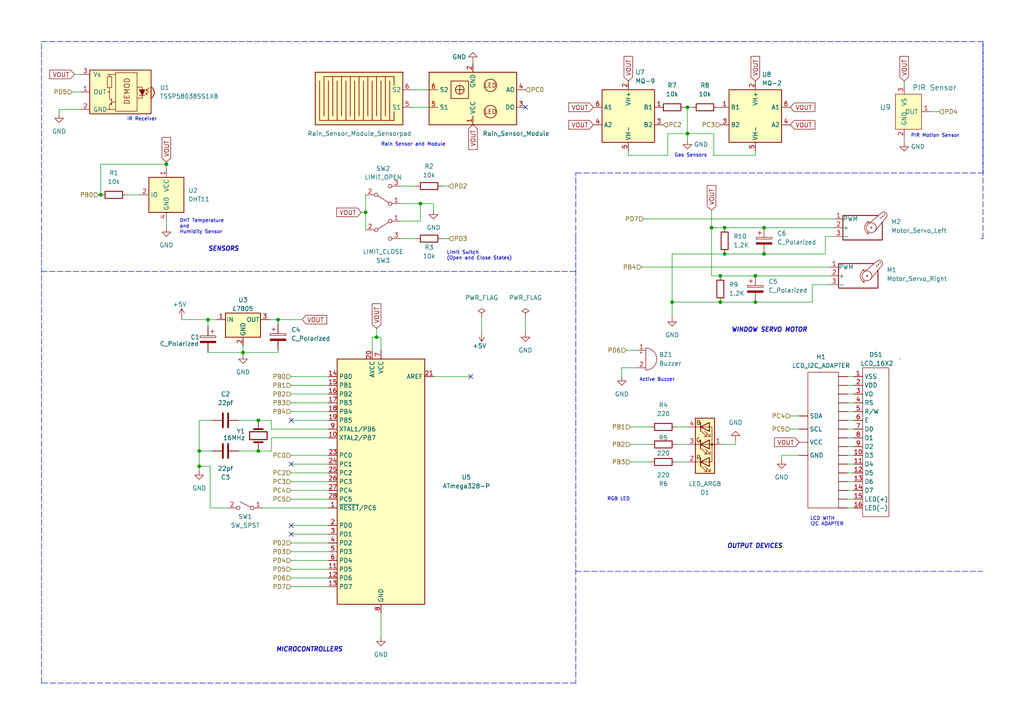
<source format=kicad_sch>
(kicad_sch (version 20211123) (generator eeschema)

  (uuid c8ac737c-b1f6-4052-9b34-86070d91990d)

  (paper "A4")

  (title_block
    (title "Automated Window Design v1")
    (date "2022-06-12")
    (company "Covenant University")
  )

  (lib_symbols
    (symbol "Automated_Window:LCD_16X2" (in_bom yes) (on_board yes)
      (property "Reference" "DS?" (id 0) (at -2.54 8.89 0)
        (effects (font (size 1.27 1.27)))
      )
      (property "Value" "LCD_16X2" (id 1) (at 0 6.35 0)
        (effects (font (size 1.27 1.27)))
      )
      (property "Footprint" "" (id 2) (at 0 0 0)
        (effects (font (size 1.27 1.27)) hide)
      )
      (property "Datasheet" "" (id 3) (at 0 0 0)
        (effects (font (size 1.27 1.27)) hide)
      )
      (symbol "LCD_16X2_0_1"
        (rectangle (start -3.81 5.08) (end 3.81 -38.1)
          (stroke (width 0) (type default) (color 0 0 0 0))
          (fill (type none))
        )
        (rectangle (start 46.99 8.89) (end 46.99 8.89)
          (stroke (width 0) (type default) (color 0 0 0 0))
          (fill (type none))
        )
        (rectangle (start 46.99 8.89) (end 46.99 8.89)
          (stroke (width 0) (type default) (color 0 0 0 0))
          (fill (type background))
        )
      )
      (symbol "LCD_16X2_1_1"
        (pin input line (at -6.35 2.54 0) (length 2.54)
          (name "VSS" (effects (font (size 1.27 1.27))))
          (number "1" (effects (font (size 1.27 1.27))))
        )
        (pin input line (at -6.35 -20.32 0) (length 2.54)
          (name "D3" (effects (font (size 1.27 1.27))))
          (number "10" (effects (font (size 1.27 1.27))))
        )
        (pin input line (at -6.35 -22.86 0) (length 2.54)
          (name "D4" (effects (font (size 1.27 1.27))))
          (number "11" (effects (font (size 1.27 1.27))))
        )
        (pin input line (at -6.35 -25.4 0) (length 2.54)
          (name "D5" (effects (font (size 1.27 1.27))))
          (number "12" (effects (font (size 1.27 1.27))))
        )
        (pin input line (at -6.35 -27.94 0) (length 2.54)
          (name "D6" (effects (font (size 1.27 1.27))))
          (number "13" (effects (font (size 1.27 1.27))))
        )
        (pin input line (at -6.35 -30.48 0) (length 2.54)
          (name "D7" (effects (font (size 1.27 1.27))))
          (number "14" (effects (font (size 1.27 1.27))))
        )
        (pin input line (at -6.35 -33.02 0) (length 2.54)
          (name "LED(+)" (effects (font (size 1.27 1.27))))
          (number "15" (effects (font (size 1.27 1.27))))
        )
        (pin input line (at -6.35 -35.56 0) (length 2.54)
          (name "LED(-)" (effects (font (size 1.27 1.27))))
          (number "16" (effects (font (size 1.27 1.27))))
        )
        (pin input line (at -6.35 0 0) (length 2.54)
          (name "VDD" (effects (font (size 1.27 1.27))))
          (number "2" (effects (font (size 1.27 1.27))))
        )
        (pin input line (at -6.35 -2.54 0) (length 2.54)
          (name "VO" (effects (font (size 1.27 1.27))))
          (number "3" (effects (font (size 1.27 1.27))))
        )
        (pin input line (at -6.35 -5.08 0) (length 2.54)
          (name "RS" (effects (font (size 1.27 1.27))))
          (number "4" (effects (font (size 1.27 1.27))))
        )
        (pin input line (at -6.35 -7.62 0) (length 2.54)
          (name "R/W" (effects (font (size 1.27 1.27))))
          (number "5" (effects (font (size 1.27 1.27))))
        )
        (pin input line (at -6.35 -10.16 0) (length 2.54)
          (name "E" (effects (font (size 1.27 1.27))))
          (number "6" (effects (font (size 1.27 1.27))))
        )
        (pin input line (at -6.35 -12.7 0) (length 2.54)
          (name "D0" (effects (font (size 1.27 1.27))))
          (number "7" (effects (font (size 1.27 1.27))))
        )
        (pin input line (at -6.35 -15.24 0) (length 2.54)
          (name "D1" (effects (font (size 1.27 1.27))))
          (number "8" (effects (font (size 1.27 1.27))))
        )
        (pin input line (at -6.35 -17.78 0) (length 2.54)
          (name "D2" (effects (font (size 1.27 1.27))))
          (number "9" (effects (font (size 1.27 1.27))))
        )
      )
    )
    (symbol "Automated_Window:LCD_I2C_ADAPTER" (in_bom yes) (on_board yes)
      (property "Reference" "H?" (id 0) (at 0 20.32 0)
        (effects (font (size 1.27 1.27)))
      )
      (property "Value" "LCD_I2C_ADAPTER" (id 1) (at 0 17.78 0)
        (effects (font (size 1.27 1.27)))
      )
      (property "Footprint" "" (id 2) (at 0 0 0)
        (effects (font (size 1.27 1.27)) hide)
      )
      (property "Datasheet" "" (id 3) (at 0 0 0)
        (effects (font (size 1.27 1.27)) hide)
      )
      (symbol "LCD_I2C_ADAPTER_0_1"
        (rectangle (start -3.81 12.7) (end 5.08 -26.67)
          (stroke (width 0) (type default) (color 0 0 0 0))
          (fill (type none))
        )
        (rectangle (start 22.86 16.51) (end 22.86 16.51)
          (stroke (width 0) (type default) (color 0 0 0 0))
          (fill (type none))
        )
        (rectangle (start 22.86 16.51) (end 22.86 16.51)
          (stroke (width 0) (type default) (color 0 0 0 0))
          (fill (type none))
        )
        (rectangle (start 22.86 16.51) (end 22.86 16.51)
          (stroke (width 0) (type default) (color 0 0 0 0))
          (fill (type none))
        )
        (rectangle (start 22.86 16.51) (end 22.86 16.51)
          (stroke (width 0) (type default) (color 0 0 0 0))
          (fill (type none))
        )
      )
      (symbol "LCD_I2C_ADAPTER_1_1"
        (pin input line (at 7.62 -26.67 180) (length 2.54)
          (name "" (effects (font (size 1.27 1.27))))
          (number "" (effects (font (size 1.27 1.27))))
        )
        (pin input line (at 7.62 -24.13 180) (length 2.54)
          (name "" (effects (font (size 1.27 1.27))))
          (number "" (effects (font (size 1.27 1.27))))
        )
        (pin input line (at 7.62 -21.59 180) (length 2.54)
          (name "" (effects (font (size 1.27 1.27))))
          (number "" (effects (font (size 1.27 1.27))))
        )
        (pin input line (at 7.62 -19.05 180) (length 2.54)
          (name "" (effects (font (size 1.27 1.27))))
          (number "" (effects (font (size 1.27 1.27))))
        )
        (pin input line (at 7.62 -16.51 180) (length 2.54)
          (name "" (effects (font (size 1.27 1.27))))
          (number "" (effects (font (size 1.27 1.27))))
        )
        (pin input line (at 7.62 -13.97 180) (length 2.54)
          (name "" (effects (font (size 1.27 1.27))))
          (number "" (effects (font (size 1.27 1.27))))
        )
        (pin input line (at 7.62 -11.43 180) (length 2.54)
          (name "" (effects (font (size 1.27 1.27))))
          (number "" (effects (font (size 1.27 1.27))))
        )
        (pin input line (at 7.62 -8.89 180) (length 2.54)
          (name "" (effects (font (size 1.27 1.27))))
          (number "" (effects (font (size 1.27 1.27))))
        )
        (pin input line (at 7.62 -6.35 180) (length 2.54)
          (name "" (effects (font (size 1.27 1.27))))
          (number "" (effects (font (size 1.27 1.27))))
        )
        (pin input line (at 7.62 -3.81 180) (length 2.54)
          (name "" (effects (font (size 1.27 1.27))))
          (number "" (effects (font (size 1.27 1.27))))
        )
        (pin input line (at 7.62 -1.27 180) (length 2.54)
          (name "" (effects (font (size 1.27 1.27))))
          (number "" (effects (font (size 1.27 1.27))))
        )
        (pin input line (at 7.62 1.27 180) (length 2.54)
          (name "" (effects (font (size 1.27 1.27))))
          (number "" (effects (font (size 1.27 1.27))))
        )
        (pin input line (at 7.62 3.81 180) (length 2.54)
          (name "" (effects (font (size 1.27 1.27))))
          (number "" (effects (font (size 1.27 1.27))))
        )
        (pin input line (at 7.62 6.35 180) (length 2.54)
          (name "" (effects (font (size 1.27 1.27))))
          (number "" (effects (font (size 1.27 1.27))))
        )
        (pin input line (at 7.62 8.89 180) (length 2.54)
          (name "" (effects (font (size 1.27 1.27))))
          (number "" (effects (font (size 1.27 1.27))))
        )
        (pin input line (at 7.62 11.43 180) (length 2.54)
          (name "" (effects (font (size 1.27 1.27))))
          (number "" (effects (font (size 1.27 1.27))))
        )
        (pin input line (at -6.35 -11.43 0) (length 2.54)
          (name "GND" (effects (font (size 1.27 1.27))))
          (number "" (effects (font (size 1.27 1.27))))
        )
        (pin input line (at -6.35 -3.81 0) (length 2.54)
          (name "SCL" (effects (font (size 1.27 1.27))))
          (number "" (effects (font (size 1.27 1.27))))
        )
        (pin input line (at -6.35 0 0) (length 2.54)
          (name "SDA" (effects (font (size 1.27 1.27))))
          (number "" (effects (font (size 1.27 1.27))))
        )
        (pin input line (at -6.35 -7.62 0) (length 2.54)
          (name "VCC" (effects (font (size 1.27 1.27))))
          (number "" (effects (font (size 1.27 1.27))))
        )
      )
    )
    (symbol "Automated_Window:Rain_Sensor_Module" (in_bom yes) (on_board yes)
      (property "Reference" "U" (id 0) (at -7.62 8.89 0)
        (effects (font (size 1.27 1.27)) (justify right) hide)
      )
      (property "Value" "Rain_Sensor_Module" (id 1) (at 22.86 10.16 0)
        (effects (font (size 1.27 1.27)) (justify right))
      )
      (property "Footprint" "" (id 2) (at 0 -15.24 0)
        (effects (font (size 1.27 1.27)) hide)
      )
      (property "Datasheet" "https://www.openhacks.com/uploadsproductos/rain_sensor_module.pdf" (id 3) (at 1.778 6.35 0)
        (effects (font (size 1.27 1.27)) hide)
      )
      (property "ki_keywords" "Rain sensor Module" (id 4) (at 0 0 0)
        (effects (font (size 1.27 1.27)) hide)
      )
      (property "ki_description" "Rain sensor module for arduino" (id 5) (at 0 0 0)
        (effects (font (size 1.27 1.27)) hide)
      )
      (symbol "Rain_Sensor_Module_0_0"
        (text "LED" (at -2.54 -3.81 0)
          (effects (font (size 1.27 1.27)))
        )
        (text "LED" (at -2.54 3.81 0)
          (effects (font (size 1.27 1.27)))
        )
        (pin bidirectional line (at 15.24 2.54 180) (length 2.54)
          (name "S1" (effects (font (size 1.27 1.27))))
          (number "5" (effects (font (size 1.27 1.27))))
        )
        (pin bidirectional line (at 15.24 -2.54 180) (length 2.54)
          (name "S2" (effects (font (size 1.27 1.27))))
          (number "6" (effects (font (size 1.27 1.27))))
        )
      )
      (symbol "Rain_Sensor_Module_0_1"
        (rectangle (start -10.16 7.62) (end 15.24 -7.62)
          (stroke (width 0.254) (type default) (color 0 0 0 0))
          (fill (type background))
        )
        (circle (center -2.54 -3.81) (radius 1.8034)
          (stroke (width 0.2032) (type default) (color 0 0 0 0))
          (fill (type none))
        )
        (circle (center -2.54 3.81) (radius 1.8034)
          (stroke (width 0.2032) (type default) (color 0 0 0 0))
          (fill (type none))
        )
        (polyline
          (pts
            (xy 5.08 -2.54)
            (xy 7.62 -2.54)
          )
          (stroke (width 0.2032) (type default) (color 0 0 0 0))
          (fill (type none))
        )
        (polyline
          (pts
            (xy 6.35 -1.27)
            (xy 6.35 -3.81)
          )
          (stroke (width 0.2032) (type default) (color 0 0 0 0))
          (fill (type none))
        )
        (rectangle (start 3.81 0) (end 8.89 -5.08)
          (stroke (width 0.2032) (type default) (color 0 0 0 0))
          (fill (type none))
        )
        (circle (center 6.35 -2.54) (radius 1.27)
          (stroke (width 0.2032) (type default) (color 0 0 0 0))
          (fill (type none))
        )
      )
      (symbol "Rain_Sensor_Module_1_1"
        (pin power_in line (at 2.54 7.62 270) (length 2.54)
          (name "VCC" (effects (font (size 1.27 1.27))))
          (number "1" (effects (font (size 1.27 1.27))))
        )
        (pin power_in line (at 2.54 -10.16 90) (length 2.54)
          (name "GND" (effects (font (size 1.27 1.27))))
          (number "2" (effects (font (size 1.27 1.27))))
        )
        (pin output line (at -12.7 2.54 0) (length 2.54)
          (name "DO" (effects (font (size 1.27 1.27))))
          (number "3" (effects (font (size 1.27 1.27))))
        )
        (pin output line (at -12.7 -2.54 0) (length 2.54)
          (name "AO" (effects (font (size 1.27 1.27))))
          (number "4" (effects (font (size 1.27 1.27))))
        )
      )
    )
    (symbol "Automated_Window:Rain_Sensor_Module_Sensorpad" (in_bom yes) (on_board yes)
      (property "Reference" "U" (id 0) (at -7.62 8.89 0)
        (effects (font (size 1.27 1.27)) (justify right) hide)
      )
      (property "Value" "Rain_Sensor_Module_Sensorpad" (id 1) (at 16.51 10.16 0)
        (effects (font (size 1.27 1.27)) (justify right))
      )
      (property "Footprint" "" (id 2) (at 0 -15.24 0)
        (effects (font (size 1.27 1.27)) hide)
      )
      (property "Datasheet" "https://www.openhacks.com/uploadsproductos/rain_sensor_module.pdf" (id 3) (at 1.778 6.35 0)
        (effects (font (size 1.27 1.27)) hide)
      )
      (property "ki_keywords" "Rain sensor Module sensorpad" (id 4) (at 0 0 0)
        (effects (font (size 1.27 1.27)) hide)
      )
      (property "ki_description" "Rain sensor module sensorpad for arduino" (id 5) (at 0 0 0)
        (effects (font (size 1.27 1.27)) hide)
      )
      (symbol "Rain_Sensor_Module_Sensorpad_0_0"
        (rectangle (start -7.62 -6.35) (end -7.62 -3.81)
          (stroke (width 0.2032) (type default) (color 0 0 0 0))
          (fill (type none))
        )
        (rectangle (start -7.62 6.35) (end -7.62 3.81)
          (stroke (width 0.2032) (type default) (color 0 0 0 0))
          (fill (type none))
        )
        (rectangle (start -6.35 3.81) (end -6.35 -5.08)
          (stroke (width 0.2032) (type default) (color 0 0 0 0))
          (fill (type none))
        )
        (rectangle (start -6.35 6.35) (end -7.62 6.35)
          (stroke (width 0.2032) (type default) (color 0 0 0 0))
          (fill (type none))
        )
        (rectangle (start -5.08 -6.35) (end -7.62 -6.35)
          (stroke (width 0.2032) (type default) (color 0 0 0 0))
          (fill (type none))
        )
        (polyline
          (pts
            (xy 12.7 5.08)
            (xy 12.7 -6.35)
            (xy 10.16 -6.35)
            (xy 10.16 5.08)
            (xy 10.16 -6.35)
            (xy 7.62 -6.35)
            (xy 7.62 5.08)
            (xy 7.62 -6.35)
            (xy 5.08 -6.35)
            (xy 5.08 5.08)
            (xy 5.08 -6.35)
            (xy 2.54 -6.35)
            (xy 2.54 5.08)
            (xy 2.54 -6.35)
            (xy 0 -6.35)
            (xy 0 5.08)
            (xy 0 -6.35)
            (xy -2.54 -6.35)
            (xy -2.54 5.08)
            (xy -2.54 -6.35)
            (xy -5.08 -6.35)
            (xy -5.08 5.08)
          )
          (stroke (width 0.2032) (type default) (color 0 0 0 0))
          (fill (type none))
        )
        (polyline
          (pts
            (xy -6.35 3.81)
            (xy -6.35 6.35)
            (xy -3.81 6.35)
            (xy -3.81 -5.08)
            (xy -3.81 6.35)
            (xy -1.27 6.35)
            (xy -1.27 -5.08)
            (xy -1.27 6.35)
            (xy 1.27 6.35)
            (xy 1.27 -5.08)
            (xy 1.27 6.35)
            (xy 3.81 6.35)
            (xy 3.81 -5.08)
            (xy 3.81 6.35)
            (xy 6.35 6.35)
            (xy 6.35 -5.08)
            (xy 6.35 6.35)
            (xy 8.89 6.35)
            (xy 8.89 -5.08)
            (xy 8.89 6.35)
            (xy 11.43 6.35)
            (xy 11.43 -5.08)
            (xy 11.43 6.35)
            (xy 13.97 6.35)
            (xy 13.97 -5.08)
          )
          (stroke (width 0.2032) (type default) (color 0 0 0 0))
          (fill (type none))
        )
        (pin bidirectional line (at -12.7 2.54 0) (length 2.54)
          (name "S1" (effects (font (size 1.27 1.27))))
          (number "5" (effects (font (size 1.27 1.27))))
        )
        (pin bidirectional line (at -12.7 -2.54 0) (length 2.54)
          (name "S2" (effects (font (size 1.27 1.27))))
          (number "6" (effects (font (size 1.27 1.27))))
        )
      )
      (symbol "Rain_Sensor_Module_Sensorpad_0_1"
        (rectangle (start -10.16 7.62) (end 15.24 -7.62)
          (stroke (width 0.254) (type default) (color 0 0 0 0))
          (fill (type background))
        )
      )
    )
    (symbol "Automated_Window:TSOP38238" (pin_names (offset 1.016)) (in_bom yes) (on_board yes)
      (property "Reference" "U" (id 0) (at -2.413 3.556 0)
        (effects (font (size 1.524 1.524)) (justify left))
      )
      (property "Value" "TSOP38238" (id 1) (at 0.762 -8.89 0)
        (effects (font (size 1.524 1.524)) (justify left))
      )
      (property "Footprint" "digikey-footprints:IR_Receiver_TSOP38238" (id 2) (at 5.08 5.08 0)
        (effects (font (size 1.524 1.524)) (justify left) hide)
      )
      (property "Datasheet" "http://www.vishay.com/docs/82491/tsop382.pdf" (id 3) (at 5.08 7.62 0)
        (effects (font (size 1.524 1.524)) (justify left) hide)
      )
      (property "Digi-Key_PN" "751-1227-ND" (id 4) (at 5.08 10.16 0)
        (effects (font (size 1.524 1.524)) (justify left) hide)
      )
      (property "MPN" "TSOP38238" (id 5) (at 5.08 12.7 0)
        (effects (font (size 1.524 1.524)) (justify left) hide)
      )
      (property "Category" "Sensors, Transducers" (id 6) (at 5.08 15.24 0)
        (effects (font (size 1.524 1.524)) (justify left) hide)
      )
      (property "Family" "Optical Sensors - Photo Detectors - Remote Receiver" (id 7) (at 5.08 17.78 0)
        (effects (font (size 1.524 1.524)) (justify left) hide)
      )
      (property "DK_Datasheet_Link" "http://www.vishay.com/docs/82491/tsop382.pdf" (id 8) (at 5.08 20.32 0)
        (effects (font (size 1.524 1.524)) (justify left) hide)
      )
      (property "DK_Detail_Page" "/product-detail/en/vishay-semiconductor-opto-division/TSOP38238/751-1227-ND/1681362" (id 9) (at 5.08 22.86 0)
        (effects (font (size 1.524 1.524)) (justify left) hide)
      )
      (property "Description" "SENSOR REMOTE REC 38.0KHZ 45M" (id 10) (at 5.08 25.4 0)
        (effects (font (size 1.524 1.524)) (justify left) hide)
      )
      (property "Manufacturer" "Vishay Semiconductor Opto Division" (id 11) (at 5.08 27.94 0)
        (effects (font (size 1.524 1.524)) (justify left) hide)
      )
      (property "Status" "Active" (id 12) (at 5.08 30.48 0)
        (effects (font (size 1.524 1.524)) (justify left) hide)
      )
      (property "ki_keywords" "751-1227-ND" (id 13) (at 0 0 0)
        (effects (font (size 1.27 1.27)) hide)
      )
      (property "ki_description" "SENSOR REMOTE REC 38.0KHZ 45M" (id 14) (at 0 0 0)
        (effects (font (size 1.27 1.27)) hide)
      )
      (symbol "TSOP38238_0_1"
        (rectangle (start -2.54 2.54) (end 5.08 -7.62)
          (stroke (width 0) (type default) (color 0 0 0 0))
          (fill (type background))
        )
      )
      (symbol "TSOP38238_1_1"
        (pin output line (at 7.62 -2.54 180) (length 2.54)
          (name "OUT" (effects (font (size 1.27 1.27))))
          (number "1" (effects (font (size 1.27 1.27))))
        )
        (pin power_in line (at 0 -10.16 90) (length 2.54)
          (name "GND" (effects (font (size 1.27 1.27))))
          (number "2" (effects (font (size 1.27 1.27))))
        )
        (pin power_in line (at 0 5.08 270) (length 2.54)
          (name "VS" (effects (font (size 1.27 1.27))))
          (number "3" (effects (font (size 1.27 1.27))))
        )
      )
    )
    (symbol "Device:Buzzer" (pin_names (offset 0.0254) hide) (in_bom yes) (on_board yes)
      (property "Reference" "BZ" (id 0) (at 3.81 1.27 0)
        (effects (font (size 1.27 1.27)) (justify left))
      )
      (property "Value" "Buzzer" (id 1) (at 3.81 -1.27 0)
        (effects (font (size 1.27 1.27)) (justify left))
      )
      (property "Footprint" "" (id 2) (at -0.635 2.54 90)
        (effects (font (size 1.27 1.27)) hide)
      )
      (property "Datasheet" "~" (id 3) (at -0.635 2.54 90)
        (effects (font (size 1.27 1.27)) hide)
      )
      (property "ki_keywords" "quartz resonator ceramic" (id 4) (at 0 0 0)
        (effects (font (size 1.27 1.27)) hide)
      )
      (property "ki_description" "Buzzer, polarized" (id 5) (at 0 0 0)
        (effects (font (size 1.27 1.27)) hide)
      )
      (property "ki_fp_filters" "*Buzzer*" (id 6) (at 0 0 0)
        (effects (font (size 1.27 1.27)) hide)
      )
      (symbol "Buzzer_0_1"
        (arc (start 0 -3.175) (mid 3.175 0) (end 0 3.175)
          (stroke (width 0) (type default) (color 0 0 0 0))
          (fill (type none))
        )
        (polyline
          (pts
            (xy -1.651 1.905)
            (xy -1.143 1.905)
          )
          (stroke (width 0) (type default) (color 0 0 0 0))
          (fill (type none))
        )
        (polyline
          (pts
            (xy -1.397 2.159)
            (xy -1.397 1.651)
          )
          (stroke (width 0) (type default) (color 0 0 0 0))
          (fill (type none))
        )
        (polyline
          (pts
            (xy 0 3.175)
            (xy 0 -3.175)
          )
          (stroke (width 0) (type default) (color 0 0 0 0))
          (fill (type none))
        )
      )
      (symbol "Buzzer_1_1"
        (pin passive line (at -2.54 2.54 0) (length 2.54)
          (name "-" (effects (font (size 1.27 1.27))))
          (number "1" (effects (font (size 1.27 1.27))))
        )
        (pin passive line (at -2.54 -2.54 0) (length 2.54)
          (name "+" (effects (font (size 1.27 1.27))))
          (number "2" (effects (font (size 1.27 1.27))))
        )
      )
    )
    (symbol "Device:C" (pin_numbers hide) (pin_names (offset 0.254)) (in_bom yes) (on_board yes)
      (property "Reference" "C" (id 0) (at 0.635 2.54 0)
        (effects (font (size 1.27 1.27)) (justify left))
      )
      (property "Value" "C" (id 1) (at 0.635 -2.54 0)
        (effects (font (size 1.27 1.27)) (justify left))
      )
      (property "Footprint" "" (id 2) (at 0.9652 -3.81 0)
        (effects (font (size 1.27 1.27)) hide)
      )
      (property "Datasheet" "~" (id 3) (at 0 0 0)
        (effects (font (size 1.27 1.27)) hide)
      )
      (property "ki_keywords" "cap capacitor" (id 4) (at 0 0 0)
        (effects (font (size 1.27 1.27)) hide)
      )
      (property "ki_description" "Unpolarized capacitor" (id 5) (at 0 0 0)
        (effects (font (size 1.27 1.27)) hide)
      )
      (property "ki_fp_filters" "C_*" (id 6) (at 0 0 0)
        (effects (font (size 1.27 1.27)) hide)
      )
      (symbol "C_0_1"
        (polyline
          (pts
            (xy -2.032 -0.762)
            (xy 2.032 -0.762)
          )
          (stroke (width 0.508) (type default) (color 0 0 0 0))
          (fill (type none))
        )
        (polyline
          (pts
            (xy -2.032 0.762)
            (xy 2.032 0.762)
          )
          (stroke (width 0.508) (type default) (color 0 0 0 0))
          (fill (type none))
        )
      )
      (symbol "C_1_1"
        (pin passive line (at 0 3.81 270) (length 2.794)
          (name "~" (effects (font (size 1.27 1.27))))
          (number "1" (effects (font (size 1.27 1.27))))
        )
        (pin passive line (at 0 -3.81 90) (length 2.794)
          (name "~" (effects (font (size 1.27 1.27))))
          (number "2" (effects (font (size 1.27 1.27))))
        )
      )
    )
    (symbol "Device:C_Polarized" (pin_numbers hide) (pin_names (offset 0.254)) (in_bom yes) (on_board yes)
      (property "Reference" "C" (id 0) (at 0.635 2.54 0)
        (effects (font (size 1.27 1.27)) (justify left))
      )
      (property "Value" "C_Polarized" (id 1) (at 0.635 -2.54 0)
        (effects (font (size 1.27 1.27)) (justify left))
      )
      (property "Footprint" "" (id 2) (at 0.9652 -3.81 0)
        (effects (font (size 1.27 1.27)) hide)
      )
      (property "Datasheet" "~" (id 3) (at 0 0 0)
        (effects (font (size 1.27 1.27)) hide)
      )
      (property "ki_keywords" "cap capacitor" (id 4) (at 0 0 0)
        (effects (font (size 1.27 1.27)) hide)
      )
      (property "ki_description" "Polarized capacitor" (id 5) (at 0 0 0)
        (effects (font (size 1.27 1.27)) hide)
      )
      (property "ki_fp_filters" "CP_*" (id 6) (at 0 0 0)
        (effects (font (size 1.27 1.27)) hide)
      )
      (symbol "C_Polarized_0_1"
        (rectangle (start -2.286 0.508) (end 2.286 1.016)
          (stroke (width 0) (type default) (color 0 0 0 0))
          (fill (type none))
        )
        (polyline
          (pts
            (xy -1.778 2.286)
            (xy -0.762 2.286)
          )
          (stroke (width 0) (type default) (color 0 0 0 0))
          (fill (type none))
        )
        (polyline
          (pts
            (xy -1.27 2.794)
            (xy -1.27 1.778)
          )
          (stroke (width 0) (type default) (color 0 0 0 0))
          (fill (type none))
        )
        (rectangle (start 2.286 -0.508) (end -2.286 -1.016)
          (stroke (width 0) (type default) (color 0 0 0 0))
          (fill (type outline))
        )
      )
      (symbol "C_Polarized_1_1"
        (pin passive line (at 0 3.81 270) (length 2.794)
          (name "~" (effects (font (size 1.27 1.27))))
          (number "1" (effects (font (size 1.27 1.27))))
        )
        (pin passive line (at 0 -3.81 90) (length 2.794)
          (name "~" (effects (font (size 1.27 1.27))))
          (number "2" (effects (font (size 1.27 1.27))))
        )
      )
    )
    (symbol "Device:Crystal" (pin_numbers hide) (pin_names (offset 1.016) hide) (in_bom yes) (on_board yes)
      (property "Reference" "Y" (id 0) (at 0 3.81 0)
        (effects (font (size 1.27 1.27)))
      )
      (property "Value" "Crystal" (id 1) (at 0 -3.81 0)
        (effects (font (size 1.27 1.27)))
      )
      (property "Footprint" "" (id 2) (at 0 0 0)
        (effects (font (size 1.27 1.27)) hide)
      )
      (property "Datasheet" "~" (id 3) (at 0 0 0)
        (effects (font (size 1.27 1.27)) hide)
      )
      (property "ki_keywords" "quartz ceramic resonator oscillator" (id 4) (at 0 0 0)
        (effects (font (size 1.27 1.27)) hide)
      )
      (property "ki_description" "Two pin crystal" (id 5) (at 0 0 0)
        (effects (font (size 1.27 1.27)) hide)
      )
      (property "ki_fp_filters" "Crystal*" (id 6) (at 0 0 0)
        (effects (font (size 1.27 1.27)) hide)
      )
      (symbol "Crystal_0_1"
        (rectangle (start -1.143 2.54) (end 1.143 -2.54)
          (stroke (width 0.3048) (type default) (color 0 0 0 0))
          (fill (type none))
        )
        (polyline
          (pts
            (xy -2.54 0)
            (xy -1.905 0)
          )
          (stroke (width 0) (type default) (color 0 0 0 0))
          (fill (type none))
        )
        (polyline
          (pts
            (xy -1.905 -1.27)
            (xy -1.905 1.27)
          )
          (stroke (width 0.508) (type default) (color 0 0 0 0))
          (fill (type none))
        )
        (polyline
          (pts
            (xy 1.905 -1.27)
            (xy 1.905 1.27)
          )
          (stroke (width 0.508) (type default) (color 0 0 0 0))
          (fill (type none))
        )
        (polyline
          (pts
            (xy 2.54 0)
            (xy 1.905 0)
          )
          (stroke (width 0) (type default) (color 0 0 0 0))
          (fill (type none))
        )
      )
      (symbol "Crystal_1_1"
        (pin passive line (at -3.81 0 0) (length 1.27)
          (name "1" (effects (font (size 1.27 1.27))))
          (number "1" (effects (font (size 1.27 1.27))))
        )
        (pin passive line (at 3.81 0 180) (length 1.27)
          (name "2" (effects (font (size 1.27 1.27))))
          (number "2" (effects (font (size 1.27 1.27))))
        )
      )
    )
    (symbol "Device:LED_ARGB" (pin_names (offset 0) hide) (in_bom yes) (on_board yes)
      (property "Reference" "D" (id 0) (at 0 9.398 0)
        (effects (font (size 1.27 1.27)))
      )
      (property "Value" "LED_ARGB" (id 1) (at 0 -8.89 0)
        (effects (font (size 1.27 1.27)))
      )
      (property "Footprint" "" (id 2) (at 0 -1.27 0)
        (effects (font (size 1.27 1.27)) hide)
      )
      (property "Datasheet" "~" (id 3) (at 0 -1.27 0)
        (effects (font (size 1.27 1.27)) hide)
      )
      (property "ki_keywords" "LED RGB diode" (id 4) (at 0 0 0)
        (effects (font (size 1.27 1.27)) hide)
      )
      (property "ki_description" "RGB LED, anode/red/green/blue" (id 5) (at 0 0 0)
        (effects (font (size 1.27 1.27)) hide)
      )
      (property "ki_fp_filters" "LED* LED_SMD:* LED_THT:*" (id 6) (at 0 0 0)
        (effects (font (size 1.27 1.27)) hide)
      )
      (symbol "LED_ARGB_0_0"
        (text "B" (at -1.905 -6.35 0)
          (effects (font (size 1.27 1.27)))
        )
        (text "G" (at -1.905 -1.27 0)
          (effects (font (size 1.27 1.27)))
        )
        (text "R" (at -1.905 3.81 0)
          (effects (font (size 1.27 1.27)))
        )
      )
      (symbol "LED_ARGB_0_1"
        (polyline
          (pts
            (xy -1.27 -5.08)
            (xy -2.54 -5.08)
          )
          (stroke (width 0) (type default) (color 0 0 0 0))
          (fill (type none))
        )
        (polyline
          (pts
            (xy -1.27 -5.08)
            (xy 1.27 -5.08)
          )
          (stroke (width 0) (type default) (color 0 0 0 0))
          (fill (type none))
        )
        (polyline
          (pts
            (xy -1.27 -3.81)
            (xy -1.27 -6.35)
          )
          (stroke (width 0.254) (type default) (color 0 0 0 0))
          (fill (type none))
        )
        (polyline
          (pts
            (xy -1.27 0)
            (xy -2.54 0)
          )
          (stroke (width 0) (type default) (color 0 0 0 0))
          (fill (type none))
        )
        (polyline
          (pts
            (xy -1.27 1.27)
            (xy -1.27 -1.27)
          )
          (stroke (width 0.254) (type default) (color 0 0 0 0))
          (fill (type none))
        )
        (polyline
          (pts
            (xy -1.27 5.08)
            (xy -2.54 5.08)
          )
          (stroke (width 0) (type default) (color 0 0 0 0))
          (fill (type none))
        )
        (polyline
          (pts
            (xy -1.27 5.08)
            (xy 1.27 5.08)
          )
          (stroke (width 0) (type default) (color 0 0 0 0))
          (fill (type none))
        )
        (polyline
          (pts
            (xy -1.27 6.35)
            (xy -1.27 3.81)
          )
          (stroke (width 0.254) (type default) (color 0 0 0 0))
          (fill (type none))
        )
        (polyline
          (pts
            (xy 1.27 0)
            (xy -1.27 0)
          )
          (stroke (width 0) (type default) (color 0 0 0 0))
          (fill (type none))
        )
        (polyline
          (pts
            (xy 1.27 0)
            (xy 2.54 0)
          )
          (stroke (width 0) (type default) (color 0 0 0 0))
          (fill (type none))
        )
        (polyline
          (pts
            (xy -1.27 1.27)
            (xy -1.27 -1.27)
            (xy -1.27 -1.27)
          )
          (stroke (width 0) (type default) (color 0 0 0 0))
          (fill (type none))
        )
        (polyline
          (pts
            (xy -1.27 6.35)
            (xy -1.27 3.81)
            (xy -1.27 3.81)
          )
          (stroke (width 0) (type default) (color 0 0 0 0))
          (fill (type none))
        )
        (polyline
          (pts
            (xy 1.27 -5.08)
            (xy 2.032 -5.08)
            (xy 2.032 5.08)
            (xy 1.27 5.08)
          )
          (stroke (width 0) (type default) (color 0 0 0 0))
          (fill (type none))
        )
        (polyline
          (pts
            (xy 1.27 -3.81)
            (xy 1.27 -6.35)
            (xy -1.27 -5.08)
            (xy 1.27 -3.81)
          )
          (stroke (width 0.254) (type default) (color 0 0 0 0))
          (fill (type none))
        )
        (polyline
          (pts
            (xy 1.27 1.27)
            (xy 1.27 -1.27)
            (xy -1.27 0)
            (xy 1.27 1.27)
          )
          (stroke (width 0.254) (type default) (color 0 0 0 0))
          (fill (type none))
        )
        (polyline
          (pts
            (xy 1.27 6.35)
            (xy 1.27 3.81)
            (xy -1.27 5.08)
            (xy 1.27 6.35)
          )
          (stroke (width 0.254) (type default) (color 0 0 0 0))
          (fill (type none))
        )
        (polyline
          (pts
            (xy -1.016 -3.81)
            (xy 0.508 -2.286)
            (xy -0.254 -2.286)
            (xy 0.508 -2.286)
            (xy 0.508 -3.048)
          )
          (stroke (width 0) (type default) (color 0 0 0 0))
          (fill (type none))
        )
        (polyline
          (pts
            (xy -1.016 1.27)
            (xy 0.508 2.794)
            (xy -0.254 2.794)
            (xy 0.508 2.794)
            (xy 0.508 2.032)
          )
          (stroke (width 0) (type default) (color 0 0 0 0))
          (fill (type none))
        )
        (polyline
          (pts
            (xy -1.016 6.35)
            (xy 0.508 7.874)
            (xy -0.254 7.874)
            (xy 0.508 7.874)
            (xy 0.508 7.112)
          )
          (stroke (width 0) (type default) (color 0 0 0 0))
          (fill (type none))
        )
        (polyline
          (pts
            (xy 0 -3.81)
            (xy 1.524 -2.286)
            (xy 0.762 -2.286)
            (xy 1.524 -2.286)
            (xy 1.524 -3.048)
          )
          (stroke (width 0) (type default) (color 0 0 0 0))
          (fill (type none))
        )
        (polyline
          (pts
            (xy 0 1.27)
            (xy 1.524 2.794)
            (xy 0.762 2.794)
            (xy 1.524 2.794)
            (xy 1.524 2.032)
          )
          (stroke (width 0) (type default) (color 0 0 0 0))
          (fill (type none))
        )
        (polyline
          (pts
            (xy 0 6.35)
            (xy 1.524 7.874)
            (xy 0.762 7.874)
            (xy 1.524 7.874)
            (xy 1.524 7.112)
          )
          (stroke (width 0) (type default) (color 0 0 0 0))
          (fill (type none))
        )
        (rectangle (start 1.27 -1.27) (end 1.27 1.27)
          (stroke (width 0) (type default) (color 0 0 0 0))
          (fill (type none))
        )
        (rectangle (start 1.27 1.27) (end 1.27 1.27)
          (stroke (width 0) (type default) (color 0 0 0 0))
          (fill (type none))
        )
        (rectangle (start 1.27 3.81) (end 1.27 6.35)
          (stroke (width 0) (type default) (color 0 0 0 0))
          (fill (type none))
        )
        (rectangle (start 1.27 6.35) (end 1.27 6.35)
          (stroke (width 0) (type default) (color 0 0 0 0))
          (fill (type none))
        )
        (circle (center 2.032 0) (radius 0.254)
          (stroke (width 0) (type default) (color 0 0 0 0))
          (fill (type outline))
        )
        (rectangle (start 2.794 8.382) (end -2.794 -7.62)
          (stroke (width 0.254) (type default) (color 0 0 0 0))
          (fill (type background))
        )
      )
      (symbol "LED_ARGB_1_1"
        (pin passive line (at 5.08 0 180) (length 2.54)
          (name "A" (effects (font (size 1.27 1.27))))
          (number "1" (effects (font (size 1.27 1.27))))
        )
        (pin passive line (at -5.08 5.08 0) (length 2.54)
          (name "RK" (effects (font (size 1.27 1.27))))
          (number "2" (effects (font (size 1.27 1.27))))
        )
        (pin passive line (at -5.08 0 0) (length 2.54)
          (name "GK" (effects (font (size 1.27 1.27))))
          (number "3" (effects (font (size 1.27 1.27))))
        )
        (pin passive line (at -5.08 -5.08 0) (length 2.54)
          (name "BK" (effects (font (size 1.27 1.27))))
          (number "4" (effects (font (size 1.27 1.27))))
        )
      )
    )
    (symbol "Device:R" (pin_numbers hide) (pin_names (offset 0)) (in_bom yes) (on_board yes)
      (property "Reference" "R" (id 0) (at 2.032 0 90)
        (effects (font (size 1.27 1.27)))
      )
      (property "Value" "R" (id 1) (at 0 0 90)
        (effects (font (size 1.27 1.27)))
      )
      (property "Footprint" "" (id 2) (at -1.778 0 90)
        (effects (font (size 1.27 1.27)) hide)
      )
      (property "Datasheet" "~" (id 3) (at 0 0 0)
        (effects (font (size 1.27 1.27)) hide)
      )
      (property "ki_keywords" "R res resistor" (id 4) (at 0 0 0)
        (effects (font (size 1.27 1.27)) hide)
      )
      (property "ki_description" "Resistor" (id 5) (at 0 0 0)
        (effects (font (size 1.27 1.27)) hide)
      )
      (property "ki_fp_filters" "R_*" (id 6) (at 0 0 0)
        (effects (font (size 1.27 1.27)) hide)
      )
      (symbol "R_0_1"
        (rectangle (start -1.016 -2.54) (end 1.016 2.54)
          (stroke (width 0.254) (type default) (color 0 0 0 0))
          (fill (type none))
        )
      )
      (symbol "R_1_1"
        (pin passive line (at 0 3.81 270) (length 1.27)
          (name "~" (effects (font (size 1.27 1.27))))
          (number "1" (effects (font (size 1.27 1.27))))
        )
        (pin passive line (at 0 -3.81 90) (length 1.27)
          (name "~" (effects (font (size 1.27 1.27))))
          (number "2" (effects (font (size 1.27 1.27))))
        )
      )
    )
    (symbol "MCU_Microchip_ATmega:ATmega328-P" (in_bom yes) (on_board yes)
      (property "Reference" "U" (id 0) (at -12.7 36.83 0)
        (effects (font (size 1.27 1.27)) (justify left bottom))
      )
      (property "Value" "ATmega328-P" (id 1) (at 2.54 -36.83 0)
        (effects (font (size 1.27 1.27)) (justify left top))
      )
      (property "Footprint" "Package_DIP:DIP-28_W7.62mm" (id 2) (at 0 0 0)
        (effects (font (size 1.27 1.27) italic) hide)
      )
      (property "Datasheet" "http://ww1.microchip.com/downloads/en/DeviceDoc/ATmega328_P%20AVR%20MCU%20with%20picoPower%20Technology%20Data%20Sheet%2040001984A.pdf" (id 3) (at 0 0 0)
        (effects (font (size 1.27 1.27)) hide)
      )
      (property "ki_keywords" "AVR 8bit Microcontroller MegaAVR" (id 4) (at 0 0 0)
        (effects (font (size 1.27 1.27)) hide)
      )
      (property "ki_description" "20MHz, 32kB Flash, 2kB SRAM, 1kB EEPROM, DIP-28" (id 5) (at 0 0 0)
        (effects (font (size 1.27 1.27)) hide)
      )
      (property "ki_fp_filters" "DIP*W7.62mm*" (id 6) (at 0 0 0)
        (effects (font (size 1.27 1.27)) hide)
      )
      (symbol "ATmega328-P_0_1"
        (rectangle (start -12.7 -35.56) (end 12.7 35.56)
          (stroke (width 0.254) (type default) (color 0 0 0 0))
          (fill (type background))
        )
      )
      (symbol "ATmega328-P_1_1"
        (pin bidirectional line (at 15.24 -7.62 180) (length 2.54)
          (name "~{RESET}/PC6" (effects (font (size 1.27 1.27))))
          (number "1" (effects (font (size 1.27 1.27))))
        )
        (pin bidirectional line (at 15.24 12.7 180) (length 2.54)
          (name "XTAL2/PB7" (effects (font (size 1.27 1.27))))
          (number "10" (effects (font (size 1.27 1.27))))
        )
        (pin bidirectional line (at 15.24 -25.4 180) (length 2.54)
          (name "PD5" (effects (font (size 1.27 1.27))))
          (number "11" (effects (font (size 1.27 1.27))))
        )
        (pin bidirectional line (at 15.24 -27.94 180) (length 2.54)
          (name "PD6" (effects (font (size 1.27 1.27))))
          (number "12" (effects (font (size 1.27 1.27))))
        )
        (pin bidirectional line (at 15.24 -30.48 180) (length 2.54)
          (name "PD7" (effects (font (size 1.27 1.27))))
          (number "13" (effects (font (size 1.27 1.27))))
        )
        (pin bidirectional line (at 15.24 30.48 180) (length 2.54)
          (name "PB0" (effects (font (size 1.27 1.27))))
          (number "14" (effects (font (size 1.27 1.27))))
        )
        (pin bidirectional line (at 15.24 27.94 180) (length 2.54)
          (name "PB1" (effects (font (size 1.27 1.27))))
          (number "15" (effects (font (size 1.27 1.27))))
        )
        (pin bidirectional line (at 15.24 25.4 180) (length 2.54)
          (name "PB2" (effects (font (size 1.27 1.27))))
          (number "16" (effects (font (size 1.27 1.27))))
        )
        (pin bidirectional line (at 15.24 22.86 180) (length 2.54)
          (name "PB3" (effects (font (size 1.27 1.27))))
          (number "17" (effects (font (size 1.27 1.27))))
        )
        (pin bidirectional line (at 15.24 20.32 180) (length 2.54)
          (name "PB4" (effects (font (size 1.27 1.27))))
          (number "18" (effects (font (size 1.27 1.27))))
        )
        (pin bidirectional line (at 15.24 17.78 180) (length 2.54)
          (name "PB5" (effects (font (size 1.27 1.27))))
          (number "19" (effects (font (size 1.27 1.27))))
        )
        (pin bidirectional line (at 15.24 -12.7 180) (length 2.54)
          (name "PD0" (effects (font (size 1.27 1.27))))
          (number "2" (effects (font (size 1.27 1.27))))
        )
        (pin power_in line (at 2.54 38.1 270) (length 2.54)
          (name "AVCC" (effects (font (size 1.27 1.27))))
          (number "20" (effects (font (size 1.27 1.27))))
        )
        (pin passive line (at -15.24 30.48 0) (length 2.54)
          (name "AREF" (effects (font (size 1.27 1.27))))
          (number "21" (effects (font (size 1.27 1.27))))
        )
        (pin passive line (at 0 -38.1 90) (length 2.54) hide
          (name "GND" (effects (font (size 1.27 1.27))))
          (number "22" (effects (font (size 1.27 1.27))))
        )
        (pin bidirectional line (at 15.24 7.62 180) (length 2.54)
          (name "PC0" (effects (font (size 1.27 1.27))))
          (number "23" (effects (font (size 1.27 1.27))))
        )
        (pin bidirectional line (at 15.24 5.08 180) (length 2.54)
          (name "PC1" (effects (font (size 1.27 1.27))))
          (number "24" (effects (font (size 1.27 1.27))))
        )
        (pin bidirectional line (at 15.24 2.54 180) (length 2.54)
          (name "PC2" (effects (font (size 1.27 1.27))))
          (number "25" (effects (font (size 1.27 1.27))))
        )
        (pin bidirectional line (at 15.24 0 180) (length 2.54)
          (name "PC3" (effects (font (size 1.27 1.27))))
          (number "26" (effects (font (size 1.27 1.27))))
        )
        (pin bidirectional line (at 15.24 -2.54 180) (length 2.54)
          (name "PC4" (effects (font (size 1.27 1.27))))
          (number "27" (effects (font (size 1.27 1.27))))
        )
        (pin bidirectional line (at 15.24 -5.08 180) (length 2.54)
          (name "PC5" (effects (font (size 1.27 1.27))))
          (number "28" (effects (font (size 1.27 1.27))))
        )
        (pin bidirectional line (at 15.24 -15.24 180) (length 2.54)
          (name "PD1" (effects (font (size 1.27 1.27))))
          (number "3" (effects (font (size 1.27 1.27))))
        )
        (pin bidirectional line (at 15.24 -17.78 180) (length 2.54)
          (name "PD2" (effects (font (size 1.27 1.27))))
          (number "4" (effects (font (size 1.27 1.27))))
        )
        (pin bidirectional line (at 15.24 -20.32 180) (length 2.54)
          (name "PD3" (effects (font (size 1.27 1.27))))
          (number "5" (effects (font (size 1.27 1.27))))
        )
        (pin bidirectional line (at 15.24 -22.86 180) (length 2.54)
          (name "PD4" (effects (font (size 1.27 1.27))))
          (number "6" (effects (font (size 1.27 1.27))))
        )
        (pin power_in line (at 0 38.1 270) (length 2.54)
          (name "VCC" (effects (font (size 1.27 1.27))))
          (number "7" (effects (font (size 1.27 1.27))))
        )
        (pin power_in line (at 0 -38.1 90) (length 2.54)
          (name "GND" (effects (font (size 1.27 1.27))))
          (number "8" (effects (font (size 1.27 1.27))))
        )
        (pin bidirectional line (at 15.24 15.24 180) (length 2.54)
          (name "XTAL1/PB6" (effects (font (size 1.27 1.27))))
          (number "9" (effects (font (size 1.27 1.27))))
        )
      )
    )
    (symbol "Motor:Motor_Servo" (pin_names (offset 0.0254)) (in_bom yes) (on_board yes)
      (property "Reference" "M" (id 0) (at -5.08 4.445 0)
        (effects (font (size 1.27 1.27)) (justify left))
      )
      (property "Value" "Motor_Servo" (id 1) (at -5.08 -4.064 0)
        (effects (font (size 1.27 1.27)) (justify left top))
      )
      (property "Footprint" "" (id 2) (at 0 -4.826 0)
        (effects (font (size 1.27 1.27)) hide)
      )
      (property "Datasheet" "http://forums.parallax.com/uploads/attachments/46831/74481.png" (id 3) (at 0 -4.826 0)
        (effects (font (size 1.27 1.27)) hide)
      )
      (property "ki_keywords" "Servo Motor" (id 4) (at 0 0 0)
        (effects (font (size 1.27 1.27)) hide)
      )
      (property "ki_description" "Servo Motor (Futaba, HiTec, JR connector)" (id 5) (at 0 0 0)
        (effects (font (size 1.27 1.27)) hide)
      )
      (property "ki_fp_filters" "PinHeader*P2.54mm*" (id 6) (at 0 0 0)
        (effects (font (size 1.27 1.27)) hide)
      )
      (symbol "Motor_Servo_0_1"
        (polyline
          (pts
            (xy 2.413 -1.778)
            (xy 2.032 -1.778)
          )
          (stroke (width 0) (type default) (color 0 0 0 0))
          (fill (type none))
        )
        (polyline
          (pts
            (xy 2.413 -1.778)
            (xy 2.286 -1.397)
          )
          (stroke (width 0) (type default) (color 0 0 0 0))
          (fill (type none))
        )
        (polyline
          (pts
            (xy 2.413 1.778)
            (xy 1.905 1.778)
          )
          (stroke (width 0) (type default) (color 0 0 0 0))
          (fill (type none))
        )
        (polyline
          (pts
            (xy 2.413 1.778)
            (xy 2.286 1.397)
          )
          (stroke (width 0) (type default) (color 0 0 0 0))
          (fill (type none))
        )
        (polyline
          (pts
            (xy 6.35 4.445)
            (xy 2.54 1.27)
          )
          (stroke (width 0) (type default) (color 0 0 0 0))
          (fill (type none))
        )
        (polyline
          (pts
            (xy 7.62 3.175)
            (xy 4.191 -1.016)
          )
          (stroke (width 0) (type default) (color 0 0 0 0))
          (fill (type none))
        )
        (polyline
          (pts
            (xy 5.08 3.556)
            (xy -5.08 3.556)
            (xy -5.08 -3.556)
            (xy 6.35 -3.556)
            (xy 6.35 1.524)
          )
          (stroke (width 0.254) (type default) (color 0 0 0 0))
          (fill (type none))
        )
        (arc (start 2.413 1.778) (mid 1.2406 0) (end 2.413 -1.778)
          (stroke (width 0) (type default) (color 0 0 0 0))
          (fill (type none))
        )
        (circle (center 3.175 0) (radius 0.1778)
          (stroke (width 0) (type default) (color 0 0 0 0))
          (fill (type none))
        )
        (circle (center 3.175 0) (radius 1.4224)
          (stroke (width 0) (type default) (color 0 0 0 0))
          (fill (type none))
        )
        (circle (center 5.969 2.794) (radius 0.127)
          (stroke (width 0) (type default) (color 0 0 0 0))
          (fill (type none))
        )
        (circle (center 6.477 3.302) (radius 0.127)
          (stroke (width 0) (type default) (color 0 0 0 0))
          (fill (type none))
        )
        (circle (center 6.985 3.81) (radius 0.127)
          (stroke (width 0) (type default) (color 0 0 0 0))
          (fill (type none))
        )
        (arc (start 7.62 3.175) (mid 7.4485 4.2735) (end 6.35 4.445)
          (stroke (width 0) (type default) (color 0 0 0 0))
          (fill (type none))
        )
      )
      (symbol "Motor_Servo_1_1"
        (pin passive line (at -7.62 2.54 0) (length 2.54)
          (name "PWM" (effects (font (size 1.27 1.27))))
          (number "1" (effects (font (size 1.27 1.27))))
        )
        (pin passive line (at -7.62 0 0) (length 2.54)
          (name "+" (effects (font (size 1.27 1.27))))
          (number "2" (effects (font (size 1.27 1.27))))
        )
        (pin passive line (at -7.62 -2.54 0) (length 2.54)
          (name "-" (effects (font (size 1.27 1.27))))
          (number "3" (effects (font (size 1.27 1.27))))
        )
      )
    )
    (symbol "Regulator_Linear:L7805" (pin_names (offset 0.254)) (in_bom yes) (on_board yes)
      (property "Reference" "U" (id 0) (at -3.81 3.175 0)
        (effects (font (size 1.27 1.27)))
      )
      (property "Value" "L7805" (id 1) (at 0 3.175 0)
        (effects (font (size 1.27 1.27)) (justify left))
      )
      (property "Footprint" "" (id 2) (at 0.635 -3.81 0)
        (effects (font (size 1.27 1.27) italic) (justify left) hide)
      )
      (property "Datasheet" "http://www.st.com/content/ccc/resource/technical/document/datasheet/41/4f/b3/b0/12/d4/47/88/CD00000444.pdf/files/CD00000444.pdf/jcr:content/translations/en.CD00000444.pdf" (id 3) (at 0 -1.27 0)
        (effects (font (size 1.27 1.27)) hide)
      )
      (property "ki_keywords" "Voltage Regulator 1.5A Positive" (id 4) (at 0 0 0)
        (effects (font (size 1.27 1.27)) hide)
      )
      (property "ki_description" "Positive 1.5A 35V Linear Regulator, Fixed Output 5V, TO-220/TO-263/TO-252" (id 5) (at 0 0 0)
        (effects (font (size 1.27 1.27)) hide)
      )
      (property "ki_fp_filters" "TO?252* TO?263* TO?220*" (id 6) (at 0 0 0)
        (effects (font (size 1.27 1.27)) hide)
      )
      (symbol "L7805_0_1"
        (rectangle (start -5.08 1.905) (end 5.08 -5.08)
          (stroke (width 0.254) (type default) (color 0 0 0 0))
          (fill (type background))
        )
      )
      (symbol "L7805_1_1"
        (pin power_in line (at -7.62 0 0) (length 2.54)
          (name "IN" (effects (font (size 1.27 1.27))))
          (number "1" (effects (font (size 1.27 1.27))))
        )
        (pin power_in line (at 0 -7.62 90) (length 2.54)
          (name "GND" (effects (font (size 1.27 1.27))))
          (number "2" (effects (font (size 1.27 1.27))))
        )
        (pin power_out line (at 7.62 0 180) (length 2.54)
          (name "OUT" (effects (font (size 1.27 1.27))))
          (number "3" (effects (font (size 1.27 1.27))))
        )
      )
    )
    (symbol "Sensor:DHT11" (in_bom yes) (on_board yes)
      (property "Reference" "U" (id 0) (at -3.81 6.35 0)
        (effects (font (size 1.27 1.27)))
      )
      (property "Value" "DHT11" (id 1) (at 3.81 6.35 0)
        (effects (font (size 1.27 1.27)))
      )
      (property "Footprint" "Sensor:Aosong_DHT11_5.5x12.0_P2.54mm" (id 2) (at 0 -10.16 0)
        (effects (font (size 1.27 1.27)) hide)
      )
      (property "Datasheet" "http://akizukidenshi.com/download/ds/aosong/DHT11.pdf" (id 3) (at 3.81 6.35 0)
        (effects (font (size 1.27 1.27)) hide)
      )
      (property "ki_keywords" "Digital temperature humidity sensor" (id 4) (at 0 0 0)
        (effects (font (size 1.27 1.27)) hide)
      )
      (property "ki_description" "Temperature and humidity module" (id 5) (at 0 0 0)
        (effects (font (size 1.27 1.27)) hide)
      )
      (property "ki_fp_filters" "Aosong*DHT11*5.5x12.0*P2.54mm*" (id 6) (at 0 0 0)
        (effects (font (size 1.27 1.27)) hide)
      )
      (symbol "DHT11_0_1"
        (rectangle (start -5.08 5.08) (end 5.08 -5.08)
          (stroke (width 0.254) (type default) (color 0 0 0 0))
          (fill (type background))
        )
      )
      (symbol "DHT11_1_1"
        (pin power_in line (at 0 7.62 270) (length 2.54)
          (name "VCC" (effects (font (size 1.27 1.27))))
          (number "1" (effects (font (size 1.27 1.27))))
        )
        (pin bidirectional line (at 7.62 0 180) (length 2.54)
          (name "IO" (effects (font (size 1.27 1.27))))
          (number "2" (effects (font (size 1.27 1.27))))
        )
        (pin no_connect line (at -5.08 0 0) (length 2.54) hide
          (name "NC" (effects (font (size 1.27 1.27))))
          (number "3" (effects (font (size 1.27 1.27))))
        )
        (pin power_in line (at 0 -7.62 90) (length 2.54)
          (name "GND" (effects (font (size 1.27 1.27))))
          (number "4" (effects (font (size 1.27 1.27))))
        )
      )
    )
    (symbol "Sensor_Gas:MQ-6" (in_bom yes) (on_board yes)
      (property "Reference" "U" (id 0) (at -6.35 8.89 0)
        (effects (font (size 1.27 1.27)))
      )
      (property "Value" "MQ-6" (id 1) (at 3.81 8.89 0)
        (effects (font (size 1.27 1.27)))
      )
      (property "Footprint" "Sensor:MQ-6" (id 2) (at 1.27 -11.43 0)
        (effects (font (size 1.27 1.27)) hide)
      )
      (property "Datasheet" "https://www.winsen-sensor.com/d/files/semiconductor/mq-6.pdf" (id 3) (at 0 6.35 0)
        (effects (font (size 1.27 1.27)) hide)
      )
      (property "ki_keywords" "flammable gas sensor LPG" (id 4) (at 0 0 0)
        (effects (font (size 1.27 1.27)) hide)
      )
      (property "ki_description" "Semiconductor Sensor for Flammable Gas" (id 5) (at 0 0 0)
        (effects (font (size 1.27 1.27)) hide)
      )
      (property "ki_fp_filters" "*MQ*6*" (id 6) (at 0 0 0)
        (effects (font (size 1.27 1.27)) hide)
      )
      (symbol "MQ-6_0_1"
        (rectangle (start -7.62 7.62) (end 7.62 -7.62)
          (stroke (width 0.254) (type default) (color 0 0 0 0))
          (fill (type background))
        )
      )
      (symbol "MQ-6_1_1"
        (pin passive line (at 10.16 2.54 180) (length 2.54)
          (name "B1" (effects (font (size 1.27 1.27))))
          (number "1" (effects (font (size 1.27 1.27))))
        )
        (pin power_in line (at 0 10.16 270) (length 2.54)
          (name "VH+" (effects (font (size 1.27 1.27))))
          (number "2" (effects (font (size 1.27 1.27))))
        )
        (pin passive line (at 10.16 -2.54 180) (length 2.54)
          (name "B2" (effects (font (size 1.27 1.27))))
          (number "3" (effects (font (size 1.27 1.27))))
        )
        (pin passive line (at -10.16 -2.54 0) (length 2.54)
          (name "A2" (effects (font (size 1.27 1.27))))
          (number "4" (effects (font (size 1.27 1.27))))
        )
        (pin power_in line (at 0 -10.16 90) (length 2.54)
          (name "VH-" (effects (font (size 1.27 1.27))))
          (number "5" (effects (font (size 1.27 1.27))))
        )
        (pin passive line (at -10.16 2.54 0) (length 2.54)
          (name "A1" (effects (font (size 1.27 1.27))))
          (number "6" (effects (font (size 1.27 1.27))))
        )
      )
    )
    (symbol "Sensor_Proximity:TSSP58038SS1XB" (pin_names (offset 1.016)) (in_bom yes) (on_board yes)
      (property "Reference" "U" (id 0) (at -10.16 7.62 0)
        (effects (font (size 1.27 1.27)) (justify left))
      )
      (property "Value" "TSSP58038SS1XB" (id 1) (at -10.16 -7.62 0)
        (effects (font (size 1.27 1.27)) (justify left))
      )
      (property "Footprint" "OptoDevice:Vishay_MINICAST-3Pin" (id 2) (at -1.27 -9.525 0)
        (effects (font (size 1.27 1.27)) hide)
      )
      (property "Datasheet" "http://www.vishay.com/docs/82740/tssp58038ss1xb.pdf" (id 3) (at 16.51 7.62 0)
        (effects (font (size 1.27 1.27)) hide)
      )
      (property "ki_keywords" "opto IR receiver light barrier" (id 4) (at 0 0 0)
        (effects (font (size 1.27 1.27)) hide)
      )
      (property "ki_description" "IR Receiver Module for Light Barrier Systems" (id 5) (at 0 0 0)
        (effects (font (size 1.27 1.27)) hide)
      )
      (property "ki_fp_filters" "Vishay*MINICAST*" (id 6) (at 0 0 0)
        (effects (font (size 1.27 1.27)) hide)
      )
      (symbol "TSSP58038SS1XB_0_0"
        (arc (start -10.287 1.397) (mid -11.0899 -0.1852) (end -10.287 -1.778)
          (stroke (width 0.254) (type default) (color 0 0 0 0))
          (fill (type background))
        )
        (polyline
          (pts
            (xy 1.905 -5.08)
            (xy 0.127 -5.08)
          )
          (stroke (width 0) (type default) (color 0 0 0 0))
          (fill (type none))
        )
        (polyline
          (pts
            (xy 1.905 5.08)
            (xy 0.127 5.08)
          )
          (stroke (width 0) (type default) (color 0 0 0 0))
          (fill (type none))
        )
        (text "DEMOD" (at -3.175 0.254 900)
          (effects (font (size 1.524 1.524)))
        )
      )
      (symbol "TSSP58038SS1XB_0_1"
        (rectangle (start -6.096 5.588) (end 0.127 -5.588)
          (stroke (width 0) (type default) (color 0 0 0 0))
          (fill (type none))
        )
        (polyline
          (pts
            (xy -8.763 0.381)
            (xy -9.652 1.27)
          )
          (stroke (width 0) (type default) (color 0 0 0 0))
          (fill (type none))
        )
        (polyline
          (pts
            (xy -8.763 0.381)
            (xy -9.271 0.381)
          )
          (stroke (width 0) (type default) (color 0 0 0 0))
          (fill (type none))
        )
        (polyline
          (pts
            (xy -8.763 0.381)
            (xy -8.763 0.889)
          )
          (stroke (width 0) (type default) (color 0 0 0 0))
          (fill (type none))
        )
        (polyline
          (pts
            (xy -8.636 -0.635)
            (xy -9.525 0.254)
          )
          (stroke (width 0) (type default) (color 0 0 0 0))
          (fill (type none))
        )
        (polyline
          (pts
            (xy -8.636 -0.635)
            (xy -9.144 -0.635)
          )
          (stroke (width 0) (type default) (color 0 0 0 0))
          (fill (type none))
        )
        (polyline
          (pts
            (xy -8.636 -0.635)
            (xy -8.636 -0.127)
          )
          (stroke (width 0) (type default) (color 0 0 0 0))
          (fill (type none))
        )
        (polyline
          (pts
            (xy -8.382 -1.016)
            (xy -6.731 -1.016)
          )
          (stroke (width 0) (type default) (color 0 0 0 0))
          (fill (type none))
        )
        (polyline
          (pts
            (xy 1.27 -2.921)
            (xy 0.127 -2.921)
          )
          (stroke (width 0) (type default) (color 0 0 0 0))
          (fill (type none))
        )
        (polyline
          (pts
            (xy 1.27 -1.905)
            (xy 1.27 -3.81)
          )
          (stroke (width 0) (type default) (color 0 0 0 0))
          (fill (type none))
        )
        (polyline
          (pts
            (xy 1.397 -3.556)
            (xy 1.524 -3.556)
          )
          (stroke (width 0) (type default) (color 0 0 0 0))
          (fill (type none))
        )
        (polyline
          (pts
            (xy 1.651 -3.556)
            (xy 1.524 -3.556)
          )
          (stroke (width 0) (type default) (color 0 0 0 0))
          (fill (type none))
        )
        (polyline
          (pts
            (xy 1.651 -3.556)
            (xy 1.651 -3.302)
          )
          (stroke (width 0) (type default) (color 0 0 0 0))
          (fill (type none))
        )
        (polyline
          (pts
            (xy 1.905 0)
            (xy 1.905 1.27)
          )
          (stroke (width 0) (type default) (color 0 0 0 0))
          (fill (type none))
        )
        (polyline
          (pts
            (xy 1.905 4.445)
            (xy 1.905 5.08)
            (xy 2.54 5.08)
          )
          (stroke (width 0) (type default) (color 0 0 0 0))
          (fill (type none))
        )
        (polyline
          (pts
            (xy -8.382 0.635)
            (xy -6.731 0.635)
            (xy -7.62 -1.016)
            (xy -8.382 0.635)
          )
          (stroke (width 0) (type default) (color 0 0 0 0))
          (fill (type outline))
        )
        (polyline
          (pts
            (xy -6.096 1.397)
            (xy -7.62 1.397)
            (xy -7.62 -1.778)
            (xy -6.096 -1.778)
          )
          (stroke (width 0) (type default) (color 0 0 0 0))
          (fill (type none))
        )
        (polyline
          (pts
            (xy 1.27 -3.175)
            (xy 1.905 -3.81)
            (xy 1.905 -5.08)
            (xy 2.54 -5.08)
          )
          (stroke (width 0) (type default) (color 0 0 0 0))
          (fill (type none))
        )
        (polyline
          (pts
            (xy 1.27 -2.54)
            (xy 1.905 -1.905)
            (xy 1.905 0)
            (xy 2.54 0)
          )
          (stroke (width 0) (type default) (color 0 0 0 0))
          (fill (type none))
        )
        (rectangle (start 2.54 1.27) (end 1.27 4.445)
          (stroke (width 0) (type default) (color 0 0 0 0))
          (fill (type none))
        )
        (rectangle (start 7.62 6.35) (end -10.16 -6.35)
          (stroke (width 0.254) (type default) (color 0 0 0 0))
          (fill (type background))
        )
      )
      (symbol "TSSP58038SS1XB_1_1"
        (pin output line (at 10.16 0 180) (length 2.54)
          (name "OUT" (effects (font (size 1.27 1.27))))
          (number "1" (effects (font (size 1.27 1.27))))
        )
        (pin power_in line (at 10.16 -5.08 180) (length 2.54)
          (name "GND" (effects (font (size 1.27 1.27))))
          (number "2" (effects (font (size 1.27 1.27))))
        )
        (pin power_in line (at 10.16 5.08 180) (length 2.54)
          (name "Vs" (effects (font (size 1.27 1.27))))
          (number "3" (effects (font (size 1.27 1.27))))
        )
      )
    )
    (symbol "Switch:SW_SPDT" (pin_names (offset 0) hide) (in_bom yes) (on_board yes)
      (property "Reference" "SW" (id 0) (at 0 4.318 0)
        (effects (font (size 1.27 1.27)))
      )
      (property "Value" "SW_SPDT" (id 1) (at 0 -5.08 0)
        (effects (font (size 1.27 1.27)))
      )
      (property "Footprint" "" (id 2) (at 0 0 0)
        (effects (font (size 1.27 1.27)) hide)
      )
      (property "Datasheet" "~" (id 3) (at 0 0 0)
        (effects (font (size 1.27 1.27)) hide)
      )
      (property "ki_keywords" "switch single-pole double-throw spdt ON-ON" (id 4) (at 0 0 0)
        (effects (font (size 1.27 1.27)) hide)
      )
      (property "ki_description" "Switch, single pole double throw" (id 5) (at 0 0 0)
        (effects (font (size 1.27 1.27)) hide)
      )
      (symbol "SW_SPDT_0_0"
        (circle (center -2.032 0) (radius 0.508)
          (stroke (width 0) (type default) (color 0 0 0 0))
          (fill (type none))
        )
        (circle (center 2.032 -2.54) (radius 0.508)
          (stroke (width 0) (type default) (color 0 0 0 0))
          (fill (type none))
        )
      )
      (symbol "SW_SPDT_0_1"
        (polyline
          (pts
            (xy -1.524 0.254)
            (xy 1.651 2.286)
          )
          (stroke (width 0) (type default) (color 0 0 0 0))
          (fill (type none))
        )
        (circle (center 2.032 2.54) (radius 0.508)
          (stroke (width 0) (type default) (color 0 0 0 0))
          (fill (type none))
        )
      )
      (symbol "SW_SPDT_1_1"
        (pin passive line (at 5.08 2.54 180) (length 2.54)
          (name "A" (effects (font (size 1.27 1.27))))
          (number "1" (effects (font (size 1.27 1.27))))
        )
        (pin passive line (at -5.08 0 0) (length 2.54)
          (name "B" (effects (font (size 1.27 1.27))))
          (number "2" (effects (font (size 1.27 1.27))))
        )
        (pin passive line (at 5.08 -2.54 180) (length 2.54)
          (name "C" (effects (font (size 1.27 1.27))))
          (number "3" (effects (font (size 1.27 1.27))))
        )
      )
    )
    (symbol "Switch:SW_SPST" (pin_names (offset 0) hide) (in_bom yes) (on_board yes)
      (property "Reference" "SW" (id 0) (at 0 3.175 0)
        (effects (font (size 1.27 1.27)))
      )
      (property "Value" "SW_SPST" (id 1) (at 0 -2.54 0)
        (effects (font (size 1.27 1.27)))
      )
      (property "Footprint" "" (id 2) (at 0 0 0)
        (effects (font (size 1.27 1.27)) hide)
      )
      (property "Datasheet" "~" (id 3) (at 0 0 0)
        (effects (font (size 1.27 1.27)) hide)
      )
      (property "ki_keywords" "switch lever" (id 4) (at 0 0 0)
        (effects (font (size 1.27 1.27)) hide)
      )
      (property "ki_description" "Single Pole Single Throw (SPST) switch" (id 5) (at 0 0 0)
        (effects (font (size 1.27 1.27)) hide)
      )
      (symbol "SW_SPST_0_0"
        (circle (center -2.032 0) (radius 0.508)
          (stroke (width 0) (type default) (color 0 0 0 0))
          (fill (type none))
        )
        (polyline
          (pts
            (xy -1.524 0.254)
            (xy 1.524 1.778)
          )
          (stroke (width 0) (type default) (color 0 0 0 0))
          (fill (type none))
        )
        (circle (center 2.032 0) (radius 0.508)
          (stroke (width 0) (type default) (color 0 0 0 0))
          (fill (type none))
        )
      )
      (symbol "SW_SPST_1_1"
        (pin passive line (at -5.08 0 0) (length 2.54)
          (name "A" (effects (font (size 1.27 1.27))))
          (number "1" (effects (font (size 1.27 1.27))))
        )
        (pin passive line (at 5.08 0 180) (length 2.54)
          (name "B" (effects (font (size 1.27 1.27))))
          (number "2" (effects (font (size 1.27 1.27))))
        )
      )
    )
    (symbol "power:+5V" (power) (pin_names (offset 0)) (in_bom yes) (on_board yes)
      (property "Reference" "#PWR" (id 0) (at 0 -3.81 0)
        (effects (font (size 1.27 1.27)) hide)
      )
      (property "Value" "+5V" (id 1) (at 0 3.556 0)
        (effects (font (size 1.27 1.27)))
      )
      (property "Footprint" "" (id 2) (at 0 0 0)
        (effects (font (size 1.27 1.27)) hide)
      )
      (property "Datasheet" "" (id 3) (at 0 0 0)
        (effects (font (size 1.27 1.27)) hide)
      )
      (property "ki_keywords" "power-flag" (id 4) (at 0 0 0)
        (effects (font (size 1.27 1.27)) hide)
      )
      (property "ki_description" "Power symbol creates a global label with name \"+5V\"" (id 5) (at 0 0 0)
        (effects (font (size 1.27 1.27)) hide)
      )
      (symbol "+5V_0_1"
        (polyline
          (pts
            (xy -0.762 1.27)
            (xy 0 2.54)
          )
          (stroke (width 0) (type default) (color 0 0 0 0))
          (fill (type none))
        )
        (polyline
          (pts
            (xy 0 0)
            (xy 0 2.54)
          )
          (stroke (width 0) (type default) (color 0 0 0 0))
          (fill (type none))
        )
        (polyline
          (pts
            (xy 0 2.54)
            (xy 0.762 1.27)
          )
          (stroke (width 0) (type default) (color 0 0 0 0))
          (fill (type none))
        )
      )
      (symbol "+5V_1_1"
        (pin power_in line (at 0 0 90) (length 0) hide
          (name "+5V" (effects (font (size 1.27 1.27))))
          (number "1" (effects (font (size 1.27 1.27))))
        )
      )
    )
    (symbol "power:GND" (power) (pin_names (offset 0)) (in_bom yes) (on_board yes)
      (property "Reference" "#PWR" (id 0) (at 0 -6.35 0)
        (effects (font (size 1.27 1.27)) hide)
      )
      (property "Value" "GND" (id 1) (at 0 -3.81 0)
        (effects (font (size 1.27 1.27)))
      )
      (property "Footprint" "" (id 2) (at 0 0 0)
        (effects (font (size 1.27 1.27)) hide)
      )
      (property "Datasheet" "" (id 3) (at 0 0 0)
        (effects (font (size 1.27 1.27)) hide)
      )
      (property "ki_keywords" "power-flag" (id 4) (at 0 0 0)
        (effects (font (size 1.27 1.27)) hide)
      )
      (property "ki_description" "Power symbol creates a global label with name \"GND\" , ground" (id 5) (at 0 0 0)
        (effects (font (size 1.27 1.27)) hide)
      )
      (symbol "GND_0_1"
        (polyline
          (pts
            (xy 0 0)
            (xy 0 -1.27)
            (xy 1.27 -1.27)
            (xy 0 -2.54)
            (xy -1.27 -1.27)
            (xy 0 -1.27)
          )
          (stroke (width 0) (type default) (color 0 0 0 0))
          (fill (type none))
        )
      )
      (symbol "GND_1_1"
        (pin power_in line (at 0 0 270) (length 0) hide
          (name "GND" (effects (font (size 1.27 1.27))))
          (number "1" (effects (font (size 1.27 1.27))))
        )
      )
    )
    (symbol "power:PWR_FLAG" (power) (pin_numbers hide) (pin_names (offset 0) hide) (in_bom yes) (on_board yes)
      (property "Reference" "#FLG" (id 0) (at 0 1.905 0)
        (effects (font (size 1.27 1.27)) hide)
      )
      (property "Value" "PWR_FLAG" (id 1) (at 0 3.81 0)
        (effects (font (size 1.27 1.27)))
      )
      (property "Footprint" "" (id 2) (at 0 0 0)
        (effects (font (size 1.27 1.27)) hide)
      )
      (property "Datasheet" "~" (id 3) (at 0 0 0)
        (effects (font (size 1.27 1.27)) hide)
      )
      (property "ki_keywords" "power-flag" (id 4) (at 0 0 0)
        (effects (font (size 1.27 1.27)) hide)
      )
      (property "ki_description" "Special symbol for telling ERC where power comes from" (id 5) (at 0 0 0)
        (effects (font (size 1.27 1.27)) hide)
      )
      (symbol "PWR_FLAG_0_0"
        (pin power_out line (at 0 0 90) (length 0)
          (name "pwr" (effects (font (size 1.27 1.27))))
          (number "1" (effects (font (size 1.27 1.27))))
        )
      )
      (symbol "PWR_FLAG_0_1"
        (polyline
          (pts
            (xy 0 0)
            (xy 0 1.27)
            (xy -1.016 1.905)
            (xy 0 2.54)
            (xy 1.016 1.905)
            (xy 0 1.27)
          )
          (stroke (width 0) (type default) (color 0 0 0 0))
          (fill (type none))
        )
      )
    )
  )


  (junction (at 208.915 80.01) (diameter 0) (color 0 0 0 0)
    (uuid 0e56d076-69e2-4a50-a4ad-95812b597930)
  )
  (junction (at 57.785 135.255) (diameter 0) (color 0 0 0 0)
    (uuid 0f6e83bf-c3d9-45ab-9a8a-0d14657cec45)
  )
  (junction (at 199.39 31.115) (diameter 0) (color 0 0 0 0)
    (uuid 0f9f63bf-2732-4c45-b3b5-2f424fdd8ea7)
  )
  (junction (at 106.045 61.595) (diameter 0) (color 0 0 0 0)
    (uuid 23fabda7-afaf-4968-adba-b9813933eaaa)
  )
  (junction (at 208.915 87.63) (diameter 0) (color 0 0 0 0)
    (uuid 4195679b-9586-4bf2-8b96-3a136cd03ba6)
  )
  (junction (at 74.93 130.81) (diameter 0) (color 0 0 0 0)
    (uuid 43e62502-50b7-425d-a9cb-c9679496c964)
  )
  (junction (at 74.93 121.92) (diameter 0) (color 0 0 0 0)
    (uuid 4cf1bd8e-ab4e-4dd8-8d64-2ab7ddcd87e2)
  )
  (junction (at 206.375 66.04) (diameter 0) (color 0 0 0 0)
    (uuid 5a93433f-02ff-416f-baea-01691c7488bf)
  )
  (junction (at 80.645 92.71) (diameter 0) (color 0 0 0 0)
    (uuid 5b2d2e25-1f4a-4d27-84c2-5bbd49db1687)
  )
  (junction (at 60.325 92.71) (diameter 0) (color 0 0 0 0)
    (uuid 620d85db-77c3-4c3c-b7ed-267ae16fe6bf)
  )
  (junction (at 219.075 80.01) (diameter 0) (color 0 0 0 0)
    (uuid 666090ff-2192-4aec-af35-d5477af8b955)
  )
  (junction (at 219.075 87.63) (diameter 0) (color 0 0 0 0)
    (uuid 691556e9-c750-4018-92d2-59e75757317a)
  )
  (junction (at 70.485 102.235) (diameter 0) (color 0 0 0 0)
    (uuid 69cdf8ec-cc23-426d-b580-18a4505c63c8)
  )
  (junction (at 210.185 73.66) (diameter 0) (color 0 0 0 0)
    (uuid 8dcf9da4-12c2-4ebc-9e41-f56e8d8863bf)
  )
  (junction (at 48.26 47.625) (diameter 0) (color 0 0 0 0)
    (uuid 910b25fb-1b77-4984-801b-249775ff77e3)
  )
  (junction (at 221.615 73.66) (diameter 0) (color 0 0 0 0)
    (uuid 92e3de57-09d2-4ba5-83d1-101b275838cf)
  )
  (junction (at 194.945 87.63) (diameter 0) (color 0 0 0 0)
    (uuid 9b68cdd2-72ca-41d6-a759-86b34854b99b)
  )
  (junction (at 121.92 59.055) (diameter 0) (color 0 0 0 0)
    (uuid a8beada8-9fd9-40e4-a580-988f77d2382b)
  )
  (junction (at 29.21 56.515) (diameter 0) (color 0 0 0 0)
    (uuid c8e427db-b638-4a02-a2c3-7a4ab7c0470d)
  )
  (junction (at 199.39 38.735) (diameter 0) (color 0 0 0 0)
    (uuid cfd50bf9-81cc-4caa-8e7e-c3b1d2a2fe2e)
  )
  (junction (at 57.785 130.81) (diameter 0) (color 0 0 0 0)
    (uuid d8f7adfd-04e9-428f-8420-295a5b98898f)
  )
  (junction (at 210.185 66.04) (diameter 0) (color 0 0 0 0)
    (uuid e47bdf37-2610-4887-b444-a0ecf44db8d7)
  )
  (junction (at 109.22 97.79) (diameter 0) (color 0 0 0 0)
    (uuid ea79eae9-e851-48a7-ad47-26841af20cdb)
  )
  (junction (at 221.615 66.04) (diameter 0) (color 0 0 0 0)
    (uuid f0b3f65e-fa4f-4310-99fe-ce282006a99f)
  )

  (no_connect (at 84.455 152.4) (uuid 12ddbec4-dc3d-4fa8-beb8-37ded45965ba))
  (no_connect (at 84.455 154.94) (uuid 12ddbec4-dc3d-4fa8-beb8-37ded45965ba))
  (no_connect (at 136.525 109.22) (uuid 12ddbec4-dc3d-4fa8-beb8-37ded45965ba))
  (no_connect (at 84.455 134.62) (uuid 76307d99-ae46-473a-b4d5-6a01d7f8d42b))
  (no_connect (at 84.455 121.92) (uuid 76307d99-ae46-473a-b4d5-6a01d7f8d42c))
  (no_connect (at 152.4 31.115) (uuid cdb5d52c-3c80-4463-9f44-4390de09880b))

  (wire (pts (xy 78.74 130.81) (xy 74.93 130.81))
    (stroke (width 0) (type default) (color 0 0 0 0))
    (uuid 013fc0d8-c94b-424e-b3a5-831c593d37b7)
  )
  (polyline (pts (xy 12.065 78.74) (xy 167.005 78.74))
    (stroke (width 0) (type default) (color 0 0 0 0))
    (uuid 03d861aa-6a92-4598-949e-fd5be3b2416d)
  )

  (wire (pts (xy 121.92 64.135) (xy 121.92 59.055))
    (stroke (width 0) (type default) (color 0 0 0 0))
    (uuid 051b0f3e-28f0-4dec-ad79-c159e0a4cb4b)
  )
  (wire (pts (xy 95.25 127) (xy 78.74 127))
    (stroke (width 0) (type default) (color 0 0 0 0))
    (uuid 05a587ff-e0a7-4850-a75e-47acb06de96f)
  )
  (wire (pts (xy 196.215 123.825) (xy 199.39 123.825))
    (stroke (width 0) (type default) (color 0 0 0 0))
    (uuid 05f03512-ef9e-43ea-84b7-58b06f025618)
  )
  (polyline (pts (xy 167.005 165.735) (xy 285.115 165.735))
    (stroke (width 0) (type default) (color 0 0 0 0))
    (uuid 0750eb3c-bb9c-451a-b732-03d45f2e9170)
  )

  (wire (pts (xy 208.915 80.01) (xy 219.075 80.01))
    (stroke (width 0) (type default) (color 0 0 0 0))
    (uuid 097b4d0b-aaeb-4b99-bdc3-248f04938eec)
  )
  (wire (pts (xy 48.26 64.135) (xy 48.26 66.04))
    (stroke (width 0) (type default) (color 0 0 0 0))
    (uuid 0b3a7eb0-caa3-4d3a-bfa9-e7650ae3b7e6)
  )
  (wire (pts (xy 109.22 95.25) (xy 109.22 97.79))
    (stroke (width 0) (type default) (color 0 0 0 0))
    (uuid 125b0a38-2c18-4f83-b4f8-efa6a704de1b)
  )
  (wire (pts (xy 240.665 82.55) (xy 235.585 82.55))
    (stroke (width 0) (type default) (color 0 0 0 0))
    (uuid 13526506-0191-4511-be8e-00f3cd76c32a)
  )
  (wire (pts (xy 78.74 121.92) (xy 74.93 121.92))
    (stroke (width 0) (type default) (color 0 0 0 0))
    (uuid 153573d1-00fb-41fc-8297-fdc4a624a1d8)
  )
  (wire (pts (xy 206.375 80.01) (xy 208.915 80.01))
    (stroke (width 0) (type default) (color 0 0 0 0))
    (uuid 15bc2c44-0657-426c-ac81-0c5487977751)
  )
  (wire (pts (xy 245.745 137.16) (xy 247.65 137.16))
    (stroke (width 0) (type default) (color 0 0 0 0))
    (uuid 161e0143-be79-4a2b-879e-9f2890318b5a)
  )
  (wire (pts (xy 57.785 130.81) (xy 57.785 135.255))
    (stroke (width 0) (type default) (color 0 0 0 0))
    (uuid 16bd0d1b-4d80-4035-bf3c-e7ae6dfc5a7e)
  )
  (wire (pts (xy 262.255 40.005) (xy 262.255 41.275))
    (stroke (width 0) (type default) (color 0 0 0 0))
    (uuid 19edb9c4-1cd5-4829-aa02-1500e520b32a)
  )
  (wire (pts (xy 95.25 116.84) (xy 84.455 116.84))
    (stroke (width 0) (type default) (color 0 0 0 0))
    (uuid 1bef56e7-650c-45de-8694-09d329a346c0)
  )
  (wire (pts (xy 95.25 132.08) (xy 84.455 132.08))
    (stroke (width 0) (type default) (color 0 0 0 0))
    (uuid 21507c39-264a-40b1-804d-a228d3bbb58d)
  )
  (wire (pts (xy 180.34 106.68) (xy 184.785 106.68))
    (stroke (width 0) (type default) (color 0 0 0 0))
    (uuid 238170e8-ebd4-4590-bee1-14983fcc4710)
  )
  (wire (pts (xy 116.205 69.215) (xy 120.65 69.215))
    (stroke (width 0) (type default) (color 0 0 0 0))
    (uuid 24732933-d9c2-4595-8181-faf34d27eda8)
  )
  (wire (pts (xy 95.25 134.62) (xy 84.455 134.62))
    (stroke (width 0) (type default) (color 0 0 0 0))
    (uuid 25f46b86-9004-4e76-8995-b76b0a8affa0)
  )
  (wire (pts (xy 80.645 102.235) (xy 70.485 102.235))
    (stroke (width 0) (type default) (color 0 0 0 0))
    (uuid 2697cc1f-b230-4601-a5f5-dfc8e0174aa3)
  )
  (wire (pts (xy 188.595 123.825) (xy 182.88 123.825))
    (stroke (width 0) (type default) (color 0 0 0 0))
    (uuid 28700c60-30da-4b74-9d33-d619866b3cef)
  )
  (wire (pts (xy 124.46 31.115) (xy 119.38 31.115))
    (stroke (width 0) (type default) (color 0 0 0 0))
    (uuid 2961e8f7-5229-46be-b358-5d2ec002dd17)
  )
  (wire (pts (xy 245.745 134.62) (xy 247.65 134.62))
    (stroke (width 0) (type default) (color 0 0 0 0))
    (uuid 2cfba605-cd3c-46c3-99ea-d7dc7b0fe37b)
  )
  (wire (pts (xy 245.745 116.84) (xy 247.65 116.84))
    (stroke (width 0) (type default) (color 0 0 0 0))
    (uuid 2ec6bbe8-d1df-4bb0-937d-12e76d4c4d4c)
  )
  (wire (pts (xy 69.215 130.81) (xy 74.93 130.81))
    (stroke (width 0) (type default) (color 0 0 0 0))
    (uuid 3002709a-c98a-4220-ac52-f1888163e692)
  )
  (wire (pts (xy 182.245 45.085) (xy 193.675 45.085))
    (stroke (width 0) (type default) (color 0 0 0 0))
    (uuid 3020734b-1adb-4c2c-8afc-2ef1afef3b6c)
  )
  (wire (pts (xy 207.01 45.085) (xy 207.01 38.735))
    (stroke (width 0) (type default) (color 0 0 0 0))
    (uuid 32fdd1bc-a5e5-42bf-b4a3-40e63ab83518)
  )
  (wire (pts (xy 78.74 124.46) (xy 78.74 121.92))
    (stroke (width 0) (type default) (color 0 0 0 0))
    (uuid 3521c391-7608-4254-a403-b904849f5711)
  )
  (wire (pts (xy 20.955 26.67) (xy 23.495 26.67))
    (stroke (width 0) (type default) (color 0 0 0 0))
    (uuid 357e1127-b5cd-4821-98fe-06458b3e6812)
  )
  (polyline (pts (xy 167.005 50.165) (xy 285.115 50.165))
    (stroke (width 0) (type default) (color 0 0 0 0))
    (uuid 35b90265-3821-4588-be74-fb71d5c100bb)
  )
  (polyline (pts (xy 12.065 12.065) (xy 167.64 12.065))
    (stroke (width 0) (type default) (color 0 0 0 0))
    (uuid 36f4cdca-9deb-4d98-b36f-ec22882db9c1)
  )

  (wire (pts (xy 57.785 135.255) (xy 57.785 136.525))
    (stroke (width 0) (type default) (color 0 0 0 0))
    (uuid 3786fbab-3e51-485f-a1b5-63eab86d69c7)
  )
  (wire (pts (xy 235.585 82.55) (xy 235.585 87.63))
    (stroke (width 0) (type default) (color 0 0 0 0))
    (uuid 3aa48164-5247-4588-8ef8-faef29a6ac70)
  )
  (polyline (pts (xy 284.48 69.215) (xy 285.115 69.215))
    (stroke (width 0) (type default) (color 0 0 0 0))
    (uuid 3b7c537c-6ea3-4f94-b162-d769f0fe1745)
  )

  (wire (pts (xy 188.595 133.985) (xy 182.88 133.985))
    (stroke (width 0) (type default) (color 0 0 0 0))
    (uuid 3b886c8e-582f-4f6b-9dae-a91df23259b7)
  )
  (wire (pts (xy 95.25 162.56) (xy 84.455 162.56))
    (stroke (width 0) (type default) (color 0 0 0 0))
    (uuid 3dccc554-e89d-4168-875d-a0a43d85d28a)
  )
  (polyline (pts (xy 12.065 198.12) (xy 12.065 69.215))
    (stroke (width 0) (type default) (color 0 0 0 0))
    (uuid 3f090d1e-77c2-4d0b-81d2-5e38f411f89c)
  )

  (wire (pts (xy 62.865 92.71) (xy 60.325 92.71))
    (stroke (width 0) (type default) (color 0 0 0 0))
    (uuid 3f4f4410-aa94-49fb-9595-5ad22f87403a)
  )
  (wire (pts (xy 194.945 73.66) (xy 210.185 73.66))
    (stroke (width 0) (type default) (color 0 0 0 0))
    (uuid 40578814-8107-4d61-acd7-f4fcb646e728)
  )
  (wire (pts (xy 95.25 111.76) (xy 84.455 111.76))
    (stroke (width 0) (type default) (color 0 0 0 0))
    (uuid 414d09cf-e62a-42dd-ad08-778dd6732342)
  )
  (wire (pts (xy 116.205 59.055) (xy 121.92 59.055))
    (stroke (width 0) (type default) (color 0 0 0 0))
    (uuid 42e49895-ddcd-40a4-a7c3-8929e7cf94ca)
  )
  (wire (pts (xy 186.055 77.47) (xy 240.665 77.47))
    (stroke (width 0) (type default) (color 0 0 0 0))
    (uuid 43ac9ff2-014a-4e77-a83f-5456da1178b8)
  )
  (wire (pts (xy 199.39 133.985) (xy 196.215 133.985))
    (stroke (width 0) (type default) (color 0 0 0 0))
    (uuid 43cdc0ea-6253-4269-b706-9601ea2ce44b)
  )
  (wire (pts (xy 106.045 61.595) (xy 106.045 66.675))
    (stroke (width 0) (type default) (color 0 0 0 0))
    (uuid 455ce3e1-6554-4479-bd12-ff3fb7f99da0)
  )
  (wire (pts (xy 107.95 97.79) (xy 109.22 97.79))
    (stroke (width 0) (type default) (color 0 0 0 0))
    (uuid 458b9397-f29d-45b6-9624-e06be868be33)
  )
  (wire (pts (xy 110.49 101.6) (xy 110.49 97.79))
    (stroke (width 0) (type default) (color 0 0 0 0))
    (uuid 4863549e-82f5-44f3-8526-c8f79853467d)
  )
  (wire (pts (xy 194.945 73.66) (xy 194.945 87.63))
    (stroke (width 0) (type default) (color 0 0 0 0))
    (uuid 48d1a578-3c16-43d2-913a-a5078174db43)
  )
  (wire (pts (xy 198.755 31.115) (xy 199.39 31.115))
    (stroke (width 0) (type default) (color 0 0 0 0))
    (uuid 4970c1bc-960e-4f8d-bebe-d9127aaf7a9b)
  )
  (wire (pts (xy 110.49 177.8) (xy 110.49 184.785))
    (stroke (width 0) (type default) (color 0 0 0 0))
    (uuid 4d0fa311-53df-46d8-b57c-0ba9da24f843)
  )
  (wire (pts (xy 48.26 47.625) (xy 29.21 47.625))
    (stroke (width 0) (type default) (color 0 0 0 0))
    (uuid 4d81e484-aa22-4173-8458-4d5506e06130)
  )
  (wire (pts (xy 208.915 87.63) (xy 219.075 87.63))
    (stroke (width 0) (type default) (color 0 0 0 0))
    (uuid 4db55ec0-bb1e-4bc5-85ec-e4a623be1a72)
  )
  (polyline (pts (xy 285.115 50.165) (xy 285.115 12.065))
    (stroke (width 0) (type default) (color 0 0 0 0))
    (uuid 4fb0c427-1d02-46e9-b7f6-34da97a06856)
  )

  (wire (pts (xy 95.25 147.32) (xy 76.2 147.32))
    (stroke (width 0) (type default) (color 0 0 0 0))
    (uuid 5068553f-cd6b-4833-be42-c286f45b5cf1)
  )
  (wire (pts (xy 353.06 77.47) (xy 353.06 78.74))
    (stroke (width 0) (type default) (color 0 0 0 0))
    (uuid 5c7e2d5f-11f4-4c50-b159-879ec0a883f1)
  )
  (wire (pts (xy 152.4 92.075) (xy 152.4 96.52))
    (stroke (width 0) (type default) (color 0 0 0 0))
    (uuid 5edaf44b-5cb1-406d-8537-c4a68046a1f1)
  )
  (wire (pts (xy 121.92 59.055) (xy 125.73 59.055))
    (stroke (width 0) (type default) (color 0 0 0 0))
    (uuid 63561c06-7e05-4fde-88af-d2e651fb8b5b)
  )
  (wire (pts (xy 95.25 139.7) (xy 84.455 139.7))
    (stroke (width 0) (type default) (color 0 0 0 0))
    (uuid 63f06608-0f78-407a-be21-fdfa91f167bd)
  )
  (wire (pts (xy 78.105 92.71) (xy 80.645 92.71))
    (stroke (width 0) (type default) (color 0 0 0 0))
    (uuid 6944712e-50a2-4c66-8947-8e06f18b2f01)
  )
  (wire (pts (xy 221.615 66.04) (xy 241.935 66.04))
    (stroke (width 0) (type default) (color 0 0 0 0))
    (uuid 6c1a37d8-f7d5-4624-a580-0536b7bdad68)
  )
  (wire (pts (xy 78.74 127) (xy 78.74 130.81))
    (stroke (width 0) (type default) (color 0 0 0 0))
    (uuid 6d99cd4d-6581-40fa-9eb4-b07a595cef59)
  )
  (wire (pts (xy 80.645 92.71) (xy 87.63 92.71))
    (stroke (width 0) (type default) (color 0 0 0 0))
    (uuid 6dc5128f-d261-4698-a8fd-c61a3c84165b)
  )
  (wire (pts (xy 182.245 43.815) (xy 182.245 45.085))
    (stroke (width 0) (type default) (color 0 0 0 0))
    (uuid 6dec934f-b5c0-4a6a-b9b0-bd5c1a353bd8)
  )
  (wire (pts (xy 245.745 124.46) (xy 247.65 124.46))
    (stroke (width 0) (type default) (color 0 0 0 0))
    (uuid 6f1b75c9-9cd8-4837-ba8f-91e5329dd512)
  )
  (wire (pts (xy 206.375 60.96) (xy 206.375 66.04))
    (stroke (width 0) (type default) (color 0 0 0 0))
    (uuid 6fda8adb-6c60-418d-8dd7-6cc5e33d76a2)
  )
  (wire (pts (xy 95.25 124.46) (xy 78.74 124.46))
    (stroke (width 0) (type default) (color 0 0 0 0))
    (uuid 72b1ac98-3cf2-4326-a35d-c26fea05d0e0)
  )
  (wire (pts (xy 219.075 45.085) (xy 207.01 45.085))
    (stroke (width 0) (type default) (color 0 0 0 0))
    (uuid 737fb448-fb57-41ca-b380-71d50f4da21a)
  )
  (polyline (pts (xy 167.005 69.215) (xy 167.005 165.735))
    (stroke (width 0) (type default) (color 0 0 0 0))
    (uuid 752fa46f-fa1f-46c4-af77-ef8bb2d032d5)
  )

  (wire (pts (xy 245.745 129.54) (xy 247.65 129.54))
    (stroke (width 0) (type default) (color 0 0 0 0))
    (uuid 76510128-5698-4db9-925f-435b5fd34377)
  )
  (wire (pts (xy 245.745 121.92) (xy 247.65 121.92))
    (stroke (width 0) (type default) (color 0 0 0 0))
    (uuid 765e7fa0-cda4-4604-9eb7-6af845f9a87a)
  )
  (wire (pts (xy 210.185 66.04) (xy 221.615 66.04))
    (stroke (width 0) (type default) (color 0 0 0 0))
    (uuid 77b33486-4a90-4d15-a8ef-dfceba8b24fc)
  )
  (wire (pts (xy 239.395 68.58) (xy 239.395 73.66))
    (stroke (width 0) (type default) (color 0 0 0 0))
    (uuid 783213ec-9412-4127-b046-0af90fcaf1be)
  )
  (wire (pts (xy 95.25 142.24) (xy 84.455 142.24))
    (stroke (width 0) (type default) (color 0 0 0 0))
    (uuid 78983950-78e2-49dc-b342-e5eabca99385)
  )
  (polyline (pts (xy 285.115 69.215) (xy 285.115 12.065))
    (stroke (width 0) (type default) (color 0 0 0 0))
    (uuid 7927d322-6ed6-4843-a1d5-03ecc1b22503)
  )

  (wire (pts (xy 70.485 100.33) (xy 70.485 102.235))
    (stroke (width 0) (type default) (color 0 0 0 0))
    (uuid 79503af6-9bab-4dbe-b8f1-5ad1efc6010d)
  )
  (wire (pts (xy 186.69 63.5) (xy 241.935 63.5))
    (stroke (width 0) (type default) (color 0 0 0 0))
    (uuid 7aa8d2b6-70fd-4d15-a36f-37957c33a499)
  )
  (wire (pts (xy 241.935 68.58) (xy 239.395 68.58))
    (stroke (width 0) (type default) (color 0 0 0 0))
    (uuid 7c2e329b-1077-49d1-9e14-77b040aff15b)
  )
  (wire (pts (xy 95.25 144.78) (xy 84.455 144.78))
    (stroke (width 0) (type default) (color 0 0 0 0))
    (uuid 7cffdccb-5895-42c3-9014-8ee2844bbfe2)
  )
  (polyline (pts (xy 167.005 78.74) (xy 167.005 78.105))
    (stroke (width 0) (type default) (color 0 0 0 0))
    (uuid 7e4428a9-2dcb-46c7-913f-b498856e9699)
  )

  (wire (pts (xy 219.075 80.01) (xy 240.665 80.01))
    (stroke (width 0) (type default) (color 0 0 0 0))
    (uuid 82f00d5e-cf3c-4049-9626-ab16cfc4e2c0)
  )
  (wire (pts (xy 116.205 53.975) (xy 120.65 53.975))
    (stroke (width 0) (type default) (color 0 0 0 0))
    (uuid 84c583ec-8012-491a-9961-84c534935c80)
  )
  (wire (pts (xy 17.145 31.75) (xy 23.495 31.75))
    (stroke (width 0) (type default) (color 0 0 0 0))
    (uuid 861b11d9-a0f0-44a6-9b71-fcbb377a5eab)
  )
  (wire (pts (xy 95.25 157.48) (xy 84.455 157.48))
    (stroke (width 0) (type default) (color 0 0 0 0))
    (uuid 877dff69-f072-44e4-aed2-9a16559f6152)
  )
  (wire (pts (xy 107.95 97.79) (xy 107.95 101.6))
    (stroke (width 0) (type default) (color 0 0 0 0))
    (uuid 89204c92-d58b-43c0-8f00-36f1a27145a5)
  )
  (polyline (pts (xy 167.005 165.1) (xy 167.005 198.12))
    (stroke (width 0) (type default) (color 0 0 0 0))
    (uuid 8a3c7e2e-6247-4180-b0a4-bbc72fc3546a)
  )

  (wire (pts (xy 28.575 56.515) (xy 29.21 56.515))
    (stroke (width 0) (type default) (color 0 0 0 0))
    (uuid 8beb3228-3741-45ff-b5ad-92117256a7d1)
  )
  (wire (pts (xy 245.745 127) (xy 247.65 127))
    (stroke (width 0) (type default) (color 0 0 0 0))
    (uuid 8db83894-c739-4171-9be1-70ae8e8372f6)
  )
  (wire (pts (xy 245.745 142.24) (xy 247.65 142.24))
    (stroke (width 0) (type default) (color 0 0 0 0))
    (uuid 91297192-7976-4364-ad23-c0a3ad1fb42c)
  )
  (wire (pts (xy 221.615 73.66) (xy 239.395 73.66))
    (stroke (width 0) (type default) (color 0 0 0 0))
    (uuid 91ce3cc4-3082-447e-8b51-f4df43bded9e)
  )
  (wire (pts (xy 219.075 87.63) (xy 235.585 87.63))
    (stroke (width 0) (type default) (color 0 0 0 0))
    (uuid 93c95c7a-bec5-4c33-a24e-a1f197554ff1)
  )
  (wire (pts (xy 199.39 31.115) (xy 199.39 38.735))
    (stroke (width 0) (type default) (color 0 0 0 0))
    (uuid 95b27950-3723-4605-bd8e-18957be82147)
  )
  (wire (pts (xy 106.045 61.595) (xy 106.045 56.515))
    (stroke (width 0) (type default) (color 0 0 0 0))
    (uuid 962cbd97-26c5-4d14-9c80-2e0ab1ca5b6d)
  )
  (wire (pts (xy 74.93 121.92) (xy 69.215 121.92))
    (stroke (width 0) (type default) (color 0 0 0 0))
    (uuid 984583f6-ce43-4872-86fd-10cd7489f0a5)
  )
  (wire (pts (xy 193.675 45.085) (xy 193.675 38.735))
    (stroke (width 0) (type default) (color 0 0 0 0))
    (uuid 99390368-0a58-4633-a2be-6e2de0ca90a7)
  )
  (wire (pts (xy 95.25 152.4) (xy 84.455 152.4))
    (stroke (width 0) (type default) (color 0 0 0 0))
    (uuid 9982f9e2-cd8c-4d6c-a51a-8db145154597)
  )
  (wire (pts (xy 229.235 124.46) (xy 231.775 124.46))
    (stroke (width 0) (type default) (color 0 0 0 0))
    (uuid 9bfba22b-b2b1-4b55-814b-5376effae93a)
  )
  (wire (pts (xy 74.93 130.81) (xy 74.93 130.175))
    (stroke (width 0) (type default) (color 0 0 0 0))
    (uuid 9e26e954-e5a6-4844-8b98-c36a5588dcdc)
  )
  (wire (pts (xy 213.36 128.905) (xy 213.36 127.635))
    (stroke (width 0) (type default) (color 0 0 0 0))
    (uuid 9f7fb801-e237-4a04-bdb0-317e13783ceb)
  )
  (wire (pts (xy 245.745 144.78) (xy 247.65 144.78))
    (stroke (width 0) (type default) (color 0 0 0 0))
    (uuid a00b0c00-a1c2-4235-bcf8-320917970321)
  )
  (wire (pts (xy 206.375 66.04) (xy 206.375 80.01))
    (stroke (width 0) (type default) (color 0 0 0 0))
    (uuid a1b1e980-e30e-4e53-b836-b0c222736094)
  )
  (wire (pts (xy 124.46 26.035) (xy 119.38 26.035))
    (stroke (width 0) (type default) (color 0 0 0 0))
    (uuid a337bd30-36da-4747-a60f-77c78a671fe2)
  )
  (wire (pts (xy 95.25 114.3) (xy 84.455 114.3))
    (stroke (width 0) (type default) (color 0 0 0 0))
    (uuid a34f249d-0b83-42f6-9ed6-04cd83898dce)
  )
  (wire (pts (xy 17.145 33.02) (xy 17.145 31.75))
    (stroke (width 0) (type default) (color 0 0 0 0))
    (uuid a35af6ad-ce4e-465d-941e-5a1a6ec3ba1d)
  )
  (wire (pts (xy 52.705 92.71) (xy 60.325 92.71))
    (stroke (width 0) (type default) (color 0 0 0 0))
    (uuid a5bb0db1-9227-4c37-bad0-0c964714e525)
  )
  (wire (pts (xy 188.595 128.905) (xy 182.88 128.905))
    (stroke (width 0) (type default) (color 0 0 0 0))
    (uuid aab8116f-4fa0-470e-aba1-596f12f04dae)
  )
  (wire (pts (xy 245.745 132.08) (xy 247.65 132.08))
    (stroke (width 0) (type default) (color 0 0 0 0))
    (uuid ab9ac0aa-7557-4e56-a702-07d9efbcc358)
  )
  (wire (pts (xy 95.25 154.94) (xy 84.455 154.94))
    (stroke (width 0) (type default) (color 0 0 0 0))
    (uuid ad942404-50e5-447d-837e-5d88191e518b)
  )
  (wire (pts (xy 95.25 121.92) (xy 84.455 121.92))
    (stroke (width 0) (type default) (color 0 0 0 0))
    (uuid adb87660-582c-4a8d-92ec-890bc316ee24)
  )
  (wire (pts (xy 61.595 121.92) (xy 57.785 121.92))
    (stroke (width 0) (type default) (color 0 0 0 0))
    (uuid af64e50b-6c46-43e6-8738-ea7e27a0c68c)
  )
  (wire (pts (xy 139.7 92.075) (xy 139.7 96.52))
    (stroke (width 0) (type default) (color 0 0 0 0))
    (uuid b2b5907a-4d9c-4bce-9376-6ba7080c17f7)
  )
  (wire (pts (xy 52.705 92.075) (xy 52.705 92.71))
    (stroke (width 0) (type default) (color 0 0 0 0))
    (uuid b34ee3ac-887e-46fb-9137-eaf5278f17eb)
  )
  (wire (pts (xy 209.55 128.905) (xy 213.36 128.905))
    (stroke (width 0) (type default) (color 0 0 0 0))
    (uuid b5d1d48d-f721-4d91-b59b-1f83782fcad2)
  )
  (wire (pts (xy 95.25 160.02) (xy 84.455 160.02))
    (stroke (width 0) (type default) (color 0 0 0 0))
    (uuid b6081134-6f9b-4f47-a699-a4c3a3a6d911)
  )
  (wire (pts (xy 245.745 109.22) (xy 247.65 109.22))
    (stroke (width 0) (type default) (color 0 0 0 0))
    (uuid b7b713d8-7966-4c90-a59e-c79af6336705)
  )
  (wire (pts (xy 95.25 109.22) (xy 84.455 109.22))
    (stroke (width 0) (type default) (color 0 0 0 0))
    (uuid b82c5698-4279-4d56-81be-3424321d6412)
  )
  (wire (pts (xy 200.66 31.115) (xy 199.39 31.115))
    (stroke (width 0) (type default) (color 0 0 0 0))
    (uuid b83500db-24c7-48a2-9bce-16536b9eb85f)
  )
  (wire (pts (xy 74.93 122.555) (xy 74.93 121.92))
    (stroke (width 0) (type default) (color 0 0 0 0))
    (uuid b8475fe3-8f23-4515-a096-ddfcfdd95420)
  )
  (wire (pts (xy 245.745 114.3) (xy 247.65 114.3))
    (stroke (width 0) (type default) (color 0 0 0 0))
    (uuid b8a93aef-79ed-47f3-b892-aa4c0b3bf891)
  )
  (wire (pts (xy 194.945 87.63) (xy 208.915 87.63))
    (stroke (width 0) (type default) (color 0 0 0 0))
    (uuid b8c05a1f-dce4-4ebf-8fe7-f98911a28502)
  )
  (wire (pts (xy 128.27 69.215) (xy 130.175 69.215))
    (stroke (width 0) (type default) (color 0 0 0 0))
    (uuid b8c4f87c-0fee-4a01-803a-ac84470bbd5d)
  )
  (wire (pts (xy 229.235 120.65) (xy 231.775 120.65))
    (stroke (width 0) (type default) (color 0 0 0 0))
    (uuid b9a30c59-983c-4416-b776-0da064eb6d55)
  )
  (wire (pts (xy 191.135 31.115) (xy 192.405 31.115))
    (stroke (width 0) (type default) (color 0 0 0 0))
    (uuid bb450fad-df5f-40b5-a2df-c4148e30e561)
  )
  (wire (pts (xy 207.01 38.735) (xy 199.39 38.735))
    (stroke (width 0) (type default) (color 0 0 0 0))
    (uuid bb4db776-55e2-47ae-a236-4f95e16e2a5c)
  )
  (wire (pts (xy 109.22 97.79) (xy 110.49 97.79))
    (stroke (width 0) (type default) (color 0 0 0 0))
    (uuid bbcba144-51ae-4d92-9f74-426fd4f182e6)
  )
  (wire (pts (xy 194.945 92.075) (xy 194.945 87.63))
    (stroke (width 0) (type default) (color 0 0 0 0))
    (uuid bdf649a8-7b37-4910-a53b-17b4f9adb613)
  )
  (wire (pts (xy 80.645 101.6) (xy 80.645 102.235))
    (stroke (width 0) (type default) (color 0 0 0 0))
    (uuid bed9e2bf-eb37-4b59-bbb0-e268078e319b)
  )
  (wire (pts (xy 95.25 165.1) (xy 84.455 165.1))
    (stroke (width 0) (type default) (color 0 0 0 0))
    (uuid bf5e75d4-a477-4bab-9a72-2a99f2972ae8)
  )
  (wire (pts (xy 80.645 92.71) (xy 80.645 93.98))
    (stroke (width 0) (type default) (color 0 0 0 0))
    (uuid bfe4f9c6-c5f5-4dc6-8a89-42a9cc3f885d)
  )
  (wire (pts (xy 180.34 109.22) (xy 180.34 106.68))
    (stroke (width 0) (type default) (color 0 0 0 0))
    (uuid c20f6f40-ad8d-4ef1-8183-b0977802301a)
  )
  (wire (pts (xy 61.595 130.81) (xy 57.785 130.81))
    (stroke (width 0) (type default) (color 0 0 0 0))
    (uuid c417a7e0-f0ea-4ce6-914e-fdb40420a080)
  )
  (wire (pts (xy 60.325 92.71) (xy 60.325 94.615))
    (stroke (width 0) (type default) (color 0 0 0 0))
    (uuid c49e6089-a326-40ad-b4f7-4a0ae88af179)
  )
  (wire (pts (xy 95.25 167.64) (xy 84.455 167.64))
    (stroke (width 0) (type default) (color 0 0 0 0))
    (uuid c503cb25-b093-4cf5-a913-a9e4c8abec2a)
  )
  (wire (pts (xy 125.73 59.055) (xy 125.73 60.96))
    (stroke (width 0) (type default) (color 0 0 0 0))
    (uuid c549958d-502d-4492-abff-7740d143ad7e)
  )
  (wire (pts (xy 245.745 119.38) (xy 247.65 119.38))
    (stroke (width 0) (type default) (color 0 0 0 0))
    (uuid c6bb492a-ed2d-497d-893e-9044899bbc97)
  )
  (wire (pts (xy 60.96 147.32) (xy 60.96 135.255))
    (stroke (width 0) (type default) (color 0 0 0 0))
    (uuid c7d8b660-b8c1-447d-8fd9-4f01e469a703)
  )
  (wire (pts (xy 48.26 46.99) (xy 48.26 47.625))
    (stroke (width 0) (type default) (color 0 0 0 0))
    (uuid cb843909-7853-484b-ac6c-b43dac17670d)
  )
  (wire (pts (xy 95.25 119.38) (xy 84.455 119.38))
    (stroke (width 0) (type default) (color 0 0 0 0))
    (uuid cc4a27c4-34a5-4d15-84c7-81de777b18d4)
  )
  (wire (pts (xy 48.26 47.625) (xy 48.26 48.895))
    (stroke (width 0) (type default) (color 0 0 0 0))
    (uuid cdc0ac19-b331-4404-b13a-9f5690f71585)
  )
  (wire (pts (xy 245.745 111.76) (xy 247.65 111.76))
    (stroke (width 0) (type default) (color 0 0 0 0))
    (uuid d0ae94d3-3fb9-4eca-9d94-ce00120ae10a)
  )
  (wire (pts (xy 128.27 53.975) (xy 130.175 53.975))
    (stroke (width 0) (type default) (color 0 0 0 0))
    (uuid d11ca120-9fe5-42e0-b4df-77631d0fdc05)
  )
  (wire (pts (xy 136.525 109.22) (xy 125.73 109.22))
    (stroke (width 0) (type default) (color 0 0 0 0))
    (uuid d9a1f646-df2d-49e3-9573-04ece7d164db)
  )
  (wire (pts (xy 262.255 23.495) (xy 262.255 24.765))
    (stroke (width 0) (type default) (color 0 0 0 0))
    (uuid da2f5922-e55f-4c62-8708-b375be9cf1d3)
  )
  (wire (pts (xy 70.485 102.235) (xy 70.485 102.87))
    (stroke (width 0) (type default) (color 0 0 0 0))
    (uuid dba33bc0-88f2-4646-a670-fcc00cc7e81d)
  )
  (polyline (pts (xy 167.005 198.12) (xy 12.065 198.12))
    (stroke (width 0) (type default) (color 0 0 0 0))
    (uuid dd248c57-a748-4439-bb3a-f8effe683f0b)
  )

  (wire (pts (xy 36.83 56.515) (xy 40.64 56.515))
    (stroke (width 0) (type default) (color 0 0 0 0))
    (uuid dd576910-829b-48a0-9301-bf2ecf4c6f81)
  )
  (wire (pts (xy 210.185 73.66) (xy 221.615 73.66))
    (stroke (width 0) (type default) (color 0 0 0 0))
    (uuid dd64563e-34e4-498b-b7c4-8018c668ae61)
  )
  (wire (pts (xy 219.075 43.815) (xy 219.075 45.085))
    (stroke (width 0) (type default) (color 0 0 0 0))
    (uuid de6d3c76-73a3-4765-8ce0-d10e6738b367)
  )
  (wire (pts (xy 21.59 21.59) (xy 23.495 21.59))
    (stroke (width 0) (type default) (color 0 0 0 0))
    (uuid de7e0be0-839f-4ddb-bc53-e136171924b9)
  )
  (wire (pts (xy 57.785 121.92) (xy 57.785 130.81))
    (stroke (width 0) (type default) (color 0 0 0 0))
    (uuid dec7a765-a202-473d-b278-f768ccd1b244)
  )
  (wire (pts (xy 181.61 101.6) (xy 184.785 101.6))
    (stroke (width 0) (type default) (color 0 0 0 0))
    (uuid dfd6c230-f53a-40e0-8502-cd70a4f0b30f)
  )
  (wire (pts (xy 104.775 61.595) (xy 106.045 61.595))
    (stroke (width 0) (type default) (color 0 0 0 0))
    (uuid e2bbbebb-4477-44df-af6d-6095f82c609a)
  )
  (polyline (pts (xy 285.115 12.065) (xy 167.005 12.065))
    (stroke (width 0) (type default) (color 0 0 0 0))
    (uuid e2d78e04-89be-432a-9842-284d785c1309)
  )
  (polyline (pts (xy 12.065 69.215) (xy 12.065 12.065))
    (stroke (width 0) (type default) (color 0 0 0 0))
    (uuid e600edac-e607-40e5-809e-0bbfaf96ebc3)
  )

  (wire (pts (xy 231.775 132.08) (xy 226.695 132.08))
    (stroke (width 0) (type default) (color 0 0 0 0))
    (uuid e6fc73fc-8c1f-4d6c-95f5-38643541a5b5)
  )
  (wire (pts (xy 95.25 170.18) (xy 84.455 170.18))
    (stroke (width 0) (type default) (color 0 0 0 0))
    (uuid ece9df97-411f-4d50-80f1-9571f1727320)
  )
  (wire (pts (xy 199.39 38.735) (xy 199.39 40.64))
    (stroke (width 0) (type default) (color 0 0 0 0))
    (uuid ef16f967-fcc7-4f0e-b4db-999e1ff49cf1)
  )
  (wire (pts (xy 269.875 32.385) (xy 272.415 32.385))
    (stroke (width 0) (type default) (color 0 0 0 0))
    (uuid f193fcdc-c7d8-45ce-9af7-acefa46a80c3)
  )
  (wire (pts (xy 29.21 47.625) (xy 29.21 56.515))
    (stroke (width 0) (type default) (color 0 0 0 0))
    (uuid f23ab1c1-1580-444e-a4e3-dfc1fcc79849)
  )
  (wire (pts (xy 226.695 132.08) (xy 226.695 133.35))
    (stroke (width 0) (type default) (color 0 0 0 0))
    (uuid f24bca6d-24ad-423d-afdc-5b1a45a5d1a9)
  )
  (wire (pts (xy 208.915 31.115) (xy 208.28 31.115))
    (stroke (width 0) (type default) (color 0 0 0 0))
    (uuid f3090f1d-4565-4130-9c26-341707ee9749)
  )
  (wire (pts (xy 66.04 147.32) (xy 60.96 147.32))
    (stroke (width 0) (type default) (color 0 0 0 0))
    (uuid f3e41ae5-f1ac-4e96-aea0-7c18f6a0d654)
  )
  (wire (pts (xy 206.375 66.04) (xy 210.185 66.04))
    (stroke (width 0) (type default) (color 0 0 0 0))
    (uuid f47c5b08-a07a-4bf3-a844-eb6fbab57b38)
  )
  (wire (pts (xy 60.325 102.235) (xy 70.485 102.235))
    (stroke (width 0) (type default) (color 0 0 0 0))
    (uuid f4a6a537-8044-48b3-b9fb-b31b69eb58dd)
  )
  (polyline (pts (xy 167.005 69.215) (xy 167.005 50.165))
    (stroke (width 0) (type default) (color 0 0 0 0))
    (uuid f4ead104-9853-4c5d-8ae3-3835ae1aea17)
  )

  (wire (pts (xy 199.39 128.905) (xy 196.215 128.905))
    (stroke (width 0) (type default) (color 0 0 0 0))
    (uuid f5b722a9-c9f2-45a9-8764-d878b7d79613)
  )
  (wire (pts (xy 116.205 64.135) (xy 121.92 64.135))
    (stroke (width 0) (type default) (color 0 0 0 0))
    (uuid f7a8fedb-f836-42e7-b1d7-abf4a4f9cb6b)
  )
  (wire (pts (xy 193.675 38.735) (xy 199.39 38.735))
    (stroke (width 0) (type default) (color 0 0 0 0))
    (uuid fa3606eb-3dc9-4357-bfc3-8f3f61fc9175)
  )
  (wire (pts (xy 60.96 135.255) (xy 57.785 135.255))
    (stroke (width 0) (type default) (color 0 0 0 0))
    (uuid fb470fbd-206c-4f4d-8f0c-a9469d1bdab3)
  )
  (wire (pts (xy 137.16 18.415) (xy 137.16 17.78))
    (stroke (width 0) (type default) (color 0 0 0 0))
    (uuid fb73b074-a7f6-4711-b2e6-15006d0bc64c)
  )
  (wire (pts (xy 95.25 137.16) (xy 84.455 137.16))
    (stroke (width 0) (type default) (color 0 0 0 0))
    (uuid fd174bc9-6162-4834-80d3-4e4e13459ba5)
  )
  (wire (pts (xy 245.745 147.32) (xy 247.65 147.32))
    (stroke (width 0) (type default) (color 0 0 0 0))
    (uuid fd1a2294-9720-4d4e-9d8b-e2970c46da78)
  )
  (wire (pts (xy 245.745 139.7) (xy 247.65 139.7))
    (stroke (width 0) (type default) (color 0 0 0 0))
    (uuid ffad623c-3cd8-400d-9e64-1ba7d0bb18b9)
  )

  (text "Gas Sensors\n" (at 195.58 45.72 0)
    (effects (font (size 1 1)) (justify left bottom))
    (uuid 203428ff-f442-4d47-8293-ff06dcd05666)
  )
  (text "Active Buzzer\n\n" (at 185.42 112.395 0)
    (effects (font (size 1 1)) (justify left bottom))
    (uuid 2895013a-1d7e-4a61-b2d2-0baad73bea5e)
  )
  (text "PIR Motion Sensor \n" (at 264.16 40.005 0)
    (effects (font (size 1 1)) (justify left bottom))
    (uuid 3f27ff8b-adb6-4830-a016-b5776de208d6)
  )
  (text "DHT Temperature \nand \nHumidity Sensor \n" (at 52.07 67.945 0)
    (effects (font (size 1 1)) (justify left bottom))
    (uuid 491c2a9b-f245-4b21-83aa-c7e0cec24a83)
  )
  (text "WINDOW SERVO MOTOR \n" (at 212.09 96.52 0)
    (effects (font (size 1.27 1.27) (thickness 0.254) bold italic) (justify left bottom))
    (uuid aa003eaf-3e71-4ef7-8035-5c42fe81c210)
  )
  (text "Limit Switch\n(Open and Close States)" (at 129.54 75.565 0)
    (effects (font (size 1 1)) (justify left bottom))
    (uuid aadc3596-ed14-42b4-af91-ca7fb1522f9c)
  )
  (text "SENSORS\n" (at 60.325 73.025 0)
    (effects (font (size 1.27 1.27) (thickness 0.254) bold italic) (justify left bottom))
    (uuid ad6a01fc-3117-4930-8e20-8500d52070c9)
  )
  (text "LCD WITH \nI2C ADAPTER\n\n" (at 234.95 154.305 0)
    (effects (font (size 1 1)) (justify left bottom))
    (uuid af03c8f8-154a-4129-8cb7-dceaf1cbf946)
  )
  (text "RGB LED					" (at 200.025 145.415 180)
    (effects (font (size 1 1)) (justify right bottom))
    (uuid ba764fd8-c09c-4204-ad4a-63fa8249996c)
  )
  (text "Rain Sensor and Module " (at 110.49 42.545 0)
    (effects (font (size 1 1)) (justify left bottom))
    (uuid c83636a9-b850-4c67-8806-f5ef1f50e042)
  )
  (text "IR Receiver\n\n" (at 36.83 36.83 0)
    (effects (font (size 1 1)) (justify left bottom))
    (uuid c84e14c7-6f65-4412-97f0-d5b6c6f6b027)
  )
  (text "OUTPUT DEVICES\n\n" (at 210.82 161.29 0)
    (effects (font (size 1.27 1.27) (thickness 0.254) bold italic) (justify left bottom))
    (uuid e10a0aff-e718-49eb-b966-47f3f51555f5)
  )
  (text "MICROCONTROLLERS\n" (at 80.01 189.23 0)
    (effects (font (size 1.27 1.27) (thickness 0.254) bold italic) (justify left bottom))
    (uuid f44ecee4-5928-4119-a7dd-ea5a6d6b9edc)
  )

  (global_label "VOUT" (shape input) (at 104.775 61.595 180) (fields_autoplaced)
    (effects (font (size 1.27 1.27)) (justify right))
    (uuid 03704a0f-b1e3-43bc-a42a-766149d0d2bb)
    (property "Intersheet References" "${INTERSHEET_REFS}" (id 0) (at 97.6448 61.6744 0)
      (effects (font (size 1.27 1.27)) (justify right) hide)
    )
  )
  (global_label "VOUT" (shape input) (at 219.075 23.495 90) (fields_autoplaced)
    (effects (font (size 1.27 1.27)) (justify left))
    (uuid 03a41a18-26aa-49fc-a0bc-baa5ec0b17b6)
    (property "Intersheet References" "${INTERSHEET_REFS}" (id 0) (at 218.9956 16.3648 90)
      (effects (font (size 1.27 1.27)) (justify right) hide)
    )
  )
  (global_label "VOUT" (shape input) (at 48.26 46.99 90) (fields_autoplaced)
    (effects (font (size 1.27 1.27)) (justify left))
    (uuid 2342276f-ac2e-4beb-9df3-ecaa10b85a59)
    (property "Intersheet References" "${INTERSHEET_REFS}" (id 0) (at 48.1806 39.8598 90)
      (effects (font (size 1.27 1.27)) (justify left) hide)
    )
  )
  (global_label "VOUT" (shape input) (at 172.085 31.115 180) (fields_autoplaced)
    (effects (font (size 1.27 1.27)) (justify right))
    (uuid 3491352f-eda2-4f0f-b4d1-ca3958ee4961)
    (property "Intersheet References" "${INTERSHEET_REFS}" (id 0) (at 164.9548 31.0356 0)
      (effects (font (size 1.27 1.27)) (justify right) hide)
    )
  )
  (global_label "VOUT" (shape input) (at 87.63 92.71 0) (fields_autoplaced)
    (effects (font (size 1.27 1.27)) (justify left))
    (uuid 4650702d-23d8-4f9c-a662-edf45d3ff1bc)
    (property "Intersheet References" "${INTERSHEET_REFS}" (id 0) (at 94.7602 92.6306 0)
      (effects (font (size 1.27 1.27)) (justify left) hide)
    )
  )
  (global_label "VOUT" (shape input) (at 137.16 36.195 270) (fields_autoplaced)
    (effects (font (size 1.27 1.27)) (justify right))
    (uuid 504f63db-ecc4-4b34-a7ab-08f8594cb386)
    (property "Intersheet References" "${INTERSHEET_REFS}" (id 0) (at 137.0806 43.3252 90)
      (effects (font (size 1.27 1.27)) (justify left) hide)
    )
  )
  (global_label "VOUT" (shape input) (at 229.235 36.195 0) (fields_autoplaced)
    (effects (font (size 1.27 1.27)) (justify left))
    (uuid 539d34b3-077d-4252-a58d-4bda52051144)
    (property "Intersheet References" "${INTERSHEET_REFS}" (id 0) (at 236.3652 36.1156 0)
      (effects (font (size 1.27 1.27)) (justify left) hide)
    )
  )
  (global_label "VOUT" (shape input) (at 182.245 23.495 90) (fields_autoplaced)
    (effects (font (size 1.27 1.27)) (justify left))
    (uuid 5c82bdc8-4623-480a-900c-dd14d6deccd1)
    (property "Intersheet References" "${INTERSHEET_REFS}" (id 0) (at 182.3244 16.3648 90)
      (effects (font (size 1.27 1.27)) (justify left) hide)
    )
  )
  (global_label "VOUT" (shape input) (at 206.375 60.96 90) (fields_autoplaced)
    (effects (font (size 1.27 1.27)) (justify left))
    (uuid 85272a2b-b866-445d-bf2e-484b647c9dd2)
    (property "Intersheet References" "${INTERSHEET_REFS}" (id 0) (at 206.2956 53.8298 90)
      (effects (font (size 1.27 1.27)) (justify left) hide)
    )
  )
  (global_label "VOUT" (shape input) (at 231.775 128.27 180) (fields_autoplaced)
    (effects (font (size 1.27 1.27)) (justify right))
    (uuid 9804d5bf-78a6-4680-908a-f913fb73c27a)
    (property "Intersheet References" "${INTERSHEET_REFS}" (id 0) (at 224.6448 128.3494 0)
      (effects (font (size 1.27 1.27)) (justify right) hide)
    )
  )
  (global_label "VOUT" (shape input) (at 172.085 36.195 180) (fields_autoplaced)
    (effects (font (size 1.27 1.27)) (justify right))
    (uuid 98d54cbe-6c8c-4de3-b371-5f20c20382b2)
    (property "Intersheet References" "${INTERSHEET_REFS}" (id 0) (at 164.9548 36.1156 0)
      (effects (font (size 1.27 1.27)) (justify right) hide)
    )
  )
  (global_label "VOUT" (shape input) (at 109.22 95.25 90) (fields_autoplaced)
    (effects (font (size 1.27 1.27)) (justify left))
    (uuid 9ee1ac1c-5bdb-46af-b2e7-41af78abdf53)
    (property "Intersheet References" "${INTERSHEET_REFS}" (id 0) (at 109.1406 88.1198 90)
      (effects (font (size 1.27 1.27)) (justify left) hide)
    )
  )
  (global_label "VOUT" (shape input) (at 262.255 23.495 90) (fields_autoplaced)
    (effects (font (size 1.27 1.27)) (justify left))
    (uuid b90e4fb8-0513-4ed2-9572-32d4f0b5a04a)
    (property "Intersheet References" "${INTERSHEET_REFS}" (id 0) (at 262.3344 16.3648 90)
      (effects (font (size 1.27 1.27)) (justify right) hide)
    )
  )
  (global_label "VOUT" (shape input) (at 229.235 31.115 0) (fields_autoplaced)
    (effects (font (size 1.27 1.27)) (justify left))
    (uuid d0470212-f24d-4016-80b5-a5937dc9173f)
    (property "Intersheet References" "${INTERSHEET_REFS}" (id 0) (at 236.3652 31.0356 0)
      (effects (font (size 1.27 1.27)) (justify left) hide)
    )
  )
  (global_label "VOUT" (shape input) (at 21.59 21.59 180) (fields_autoplaced)
    (effects (font (size 1.27 1.27)) (justify right))
    (uuid dcc48786-e25f-4dcd-8db4-f528da2b348c)
    (property "Intersheet References" "${INTERSHEET_REFS}" (id 0) (at 14.4598 21.5106 0)
      (effects (font (size 1.27 1.27)) (justify right) hide)
    )
  )

  (hierarchical_label "PC3" (shape input) (at 84.455 139.7 180)
    (effects (font (size 1.27 1.27)) (justify right))
    (uuid 07103a8b-e75f-4cb6-8d08-3235e7dabc24)
  )
  (hierarchical_label "PD5" (shape input) (at 20.955 26.67 180)
    (effects (font (size 1.27 1.27)) (justify right))
    (uuid 0fd3557e-4f07-4eba-8349-be268d610198)
  )
  (hierarchical_label "PD6" (shape input) (at 181.61 101.6 180)
    (effects (font (size 1.27 1.27)) (justify right))
    (uuid 0fd78b71-ceb4-4d91-9a61-672c2e4e9387)
  )
  (hierarchical_label "PD3" (shape input) (at 130.175 69.215 0)
    (effects (font (size 1.27 1.27)) (justify left))
    (uuid 105b0074-7dbd-421f-886e-cdf07ad09296)
  )
  (hierarchical_label "PB2" (shape input) (at 84.455 114.3 180)
    (effects (font (size 1.27 1.27)) (justify right))
    (uuid 2f32b5bd-e5bf-49a3-baf7-e4fd54c7225e)
  )
  (hierarchical_label "PC4" (shape input) (at 84.455 142.24 180)
    (effects (font (size 1.27 1.27)) (justify right))
    (uuid 34e8225c-f21c-4d90-9e50-a3e5106fd4ec)
  )
  (hierarchical_label "PB4" (shape input) (at 186.055 77.47 180)
    (effects (font (size 1.27 1.27)) (justify right))
    (uuid 35f0ab29-363e-4470-8b70-06ec1624bb81)
  )
  (hierarchical_label "PD4" (shape input) (at 272.415 32.385 0)
    (effects (font (size 1.27 1.27)) (justify left))
    (uuid 38e9fb0b-823f-4c35-b87c-559b7452d720)
  )
  (hierarchical_label "PD5" (shape input) (at 84.455 165.1 180)
    (effects (font (size 1.27 1.27)) (justify right))
    (uuid 42d958a6-de75-4428-963b-8644791c9084)
  )
  (hierarchical_label "PD3" (shape input) (at 84.455 160.02 180)
    (effects (font (size 1.27 1.27)) (justify right))
    (uuid 45d23e50-4280-4d91-aa51-81ca327355c3)
  )
  (hierarchical_label "PD7" (shape input) (at 84.455 170.18 180)
    (effects (font (size 1.27 1.27)) (justify right))
    (uuid 52a279c9-9679-42ec-87f1-74da9353b704)
  )
  (hierarchical_label "PD6" (shape input) (at 84.455 167.64 180)
    (effects (font (size 1.27 1.27)) (justify right))
    (uuid 56d0dcb9-6ffc-4e25-92b4-77f41a583f1f)
  )
  (hierarchical_label "PB3" (shape input) (at 182.88 133.985 180)
    (effects (font (size 1.27 1.27)) (justify right))
    (uuid 57941ac1-a53c-45b5-8966-c4657819ee4a)
  )
  (hierarchical_label "PC2" (shape input) (at 192.405 36.195 0)
    (effects (font (size 1.27 1.27)) (justify left))
    (uuid 57b5de82-4cae-4fac-b021-0085edbf0f75)
  )
  (hierarchical_label "PD2" (shape input) (at 130.175 53.975 0)
    (effects (font (size 1.27 1.27)) (justify left))
    (uuid 57c778c8-cf9e-4e75-938e-476e41cb32c7)
  )
  (hierarchical_label "PC0" (shape input) (at 84.455 132.08 180)
    (effects (font (size 1.27 1.27)) (justify right))
    (uuid 5cb56d7a-9e7f-4d7f-a295-5a61e7e0051a)
  )
  (hierarchical_label "PB0" (shape input) (at 84.455 109.22 180)
    (effects (font (size 1.27 1.27)) (justify right))
    (uuid 7c4427f5-17ce-4b03-886a-f609d9c13016)
  )
  (hierarchical_label "PD2" (shape input) (at 84.455 157.48 180)
    (effects (font (size 1.27 1.27)) (justify right))
    (uuid 7d5d0120-9f69-4095-b39b-0522bae6e49d)
  )
  (hierarchical_label "PB0" (shape input) (at 28.575 56.515 180)
    (effects (font (size 1.27 1.27)) (justify right))
    (uuid 82fa7e27-2140-46f2-8182-eb7f28e79886)
  )
  (hierarchical_label "PC5" (shape input) (at 84.455 144.78 180)
    (effects (font (size 1.27 1.27)) (justify right))
    (uuid 8c15cd1b-22bb-41d1-9b26-481b1260ddfc)
  )
  (hierarchical_label "PC3" (shape input) (at 208.915 36.195 180)
    (effects (font (size 1.27 1.27)) (justify right))
    (uuid 8ca662ae-bd41-4db1-99be-3065c26749e7)
  )
  (hierarchical_label "PB3" (shape input) (at 84.455 116.84 180)
    (effects (font (size 1.27 1.27)) (justify right))
    (uuid 8d9d7e1d-70b0-43a0-b3c1-d94bbd82c321)
  )
  (hierarchical_label "PB1" (shape input) (at 84.455 111.76 180)
    (effects (font (size 1.27 1.27)) (justify right))
    (uuid 9eb34efa-50c8-4ba2-9f06-ba424d2a45db)
  )
  (hierarchical_label "PB2" (shape input) (at 182.88 128.905 180)
    (effects (font (size 1.27 1.27)) (justify right))
    (uuid a4f65929-f1cc-4264-8e2e-08e150caa7ae)
  )
  (hierarchical_label "PC5" (shape input) (at 229.235 124.46 180)
    (effects (font (size 1.27 1.27)) (justify right))
    (uuid a5bfdba6-52c7-4d46-b64f-39518459ab1f)
  )
  (hierarchical_label "PB4" (shape input) (at 84.455 119.38 180)
    (effects (font (size 1.27 1.27)) (justify right))
    (uuid a79c4456-2b40-4764-a176-57a9b3fc111d)
  )
  (hierarchical_label "PD4" (shape input) (at 84.455 162.56 180)
    (effects (font (size 1.27 1.27)) (justify right))
    (uuid b2f68be4-3a85-44df-8840-b5ee975e40cf)
  )
  (hierarchical_label "PB1" (shape input) (at 182.88 123.825 180)
    (effects (font (size 1.27 1.27)) (justify right))
    (uuid bd0fdbd9-7d4d-4dfe-8e2d-49ee5f5f76ae)
  )
  (hierarchical_label "PD7" (shape input) (at 186.69 63.5 180)
    (effects (font (size 1.27 1.27)) (justify right))
    (uuid e8dde243-756a-48cd-a26c-200b5617a8d0)
  )
  (hierarchical_label "PC4" (shape input) (at 229.235 120.65 180)
    (effects (font (size 1.27 1.27)) (justify right))
    (uuid ed6ef331-8e6f-4434-8e54-876b30bf3ae5)
  )
  (hierarchical_label "PC2" (shape input) (at 84.455 137.16 180)
    (effects (font (size 1.27 1.27)) (justify right))
    (uuid ee8d7ae8-65f9-4f43-8ba8-06b5a3636cd5)
  )
  (hierarchical_label "PC0" (shape input) (at 152.4 26.035 0)
    (effects (font (size 1.27 1.27)) (justify left))
    (uuid f0651674-a04e-42f4-aa84-7d06197bff0d)
  )

  (symbol (lib_id "Device:R") (at 124.46 69.215 270) (mirror x) (unit 1)
    (in_bom yes) (on_board yes)
    (uuid 002d8c54-82b8-460e-9ebd-d4bd3b297b23)
    (property "Reference" "R3" (id 0) (at 124.46 71.755 90))
    (property "Value" "10k" (id 1) (at 124.46 74.295 90))
    (property "Footprint" "" (id 2) (at 124.46 70.993 90)
      (effects (font (size 1.27 1.27)) hide)
    )
    (property "Datasheet" "~" (id 3) (at 124.46 69.215 0)
      (effects (font (size 1.27 1.27)) hide)
    )
    (pin "1" (uuid 9acbc2ea-28fe-4961-a6c8-b54d93f9fb74))
    (pin "2" (uuid 43619319-4727-45dd-aa68-3258b8ce7103))
  )

  (symbol (lib_id "Switch:SW_SPDT") (at 111.125 66.675 0) (unit 1)
    (in_bom yes) (on_board yes)
    (uuid 040d5c49-a238-4174-935d-515542161005)
    (property "Reference" "SW3" (id 0) (at 111.125 75.565 0))
    (property "Value" "LIMIT_CLOSE" (id 1) (at 111.125 73.025 0))
    (property "Footprint" "" (id 2) (at 111.125 66.675 0)
      (effects (font (size 1.27 1.27)) hide)
    )
    (property "Datasheet" "~" (id 3) (at 111.125 66.675 0)
      (effects (font (size 1.27 1.27)) hide)
    )
    (pin "1" (uuid 3b75c401-6aa4-4333-8efa-fb4f80d41d61))
    (pin "2" (uuid e17d5e82-b4b2-440b-b5db-70e1f891853e))
    (pin "3" (uuid c225e0eb-85ea-4e5e-9e09-cc5a28993668))
  )

  (symbol (lib_id "Device:R") (at 33.02 56.515 90) (unit 1)
    (in_bom yes) (on_board yes) (fields_autoplaced)
    (uuid 07ae8ddb-de83-45ec-8a7c-37a6d4c7b83f)
    (property "Reference" "R1" (id 0) (at 33.02 50.165 90))
    (property "Value" "10k" (id 1) (at 33.02 52.705 90))
    (property "Footprint" "" (id 2) (at 33.02 58.293 90)
      (effects (font (size 1.27 1.27)) hide)
    )
    (property "Datasheet" "~" (id 3) (at 33.02 56.515 0)
      (effects (font (size 1.27 1.27)) hide)
    )
    (pin "1" (uuid 402e31f2-8ba0-4311-b4c1-b1c094e6af26))
    (pin "2" (uuid 97a899bc-7d34-41a7-8312-cd8c6d3df18f))
  )

  (symbol (lib_id "power:PWR_FLAG") (at 152.4 92.075 0) (unit 1)
    (in_bom yes) (on_board yes) (fields_autoplaced)
    (uuid 0e6d7b6b-62e2-41e8-8ae4-a7803e49db3b)
    (property "Reference" "#FLG02" (id 0) (at 152.4 90.17 0)
      (effects (font (size 1.27 1.27)) hide)
    )
    (property "Value" "PWR_FLAG" (id 1) (at 152.4 86.36 0))
    (property "Footprint" "" (id 2) (at 152.4 92.075 0)
      (effects (font (size 1.27 1.27)) hide)
    )
    (property "Datasheet" "~" (id 3) (at 152.4 92.075 0)
      (effects (font (size 1.27 1.27)) hide)
    )
    (pin "1" (uuid b05d0e16-3655-4ff9-9111-777835e85600))
  )

  (symbol (lib_id "power:GND") (at 180.34 109.22 0) (unit 1)
    (in_bom yes) (on_board yes) (fields_autoplaced)
    (uuid 10795f5a-f779-4f70-9b17-13a32f97cd85)
    (property "Reference" "#PWR09" (id 0) (at 180.34 115.57 0)
      (effects (font (size 1.27 1.27)) hide)
    )
    (property "Value" "GND" (id 1) (at 180.34 114.3 0))
    (property "Footprint" "" (id 2) (at 180.34 109.22 0)
      (effects (font (size 1.27 1.27)) hide)
    )
    (property "Datasheet" "" (id 3) (at 180.34 109.22 0)
      (effects (font (size 1.27 1.27)) hide)
    )
    (pin "1" (uuid 122dc564-e26a-4f15-873d-68204d7760e9))
  )

  (symbol (lib_id "Automated_Window:LCD_16X2") (at 254 111.76 0) (unit 1)
    (in_bom yes) (on_board yes)
    (uuid 11874436-5709-4701-abbe-1970fa98ee15)
    (property "Reference" "DS1" (id 0) (at 252.095 102.87 0)
      (effects (font (size 1.27 1.27)) (justify left))
    )
    (property "Value" "LCD_16X2" (id 1) (at 249.555 105.41 0)
      (effects (font (size 1.27 1.27)) (justify left))
    )
    (property "Footprint" "" (id 2) (at 254 111.76 0)
      (effects (font (size 1.27 1.27)) hide)
    )
    (property "Datasheet" "" (id 3) (at 254 111.76 0)
      (effects (font (size 1.27 1.27)) hide)
    )
    (pin "1" (uuid ce094a81-a30d-4028-b11c-8057d162b1e9))
    (pin "10" (uuid f630ca7b-9bd5-4251-997f-5855ff9736b1))
    (pin "11" (uuid b68aba55-5be4-4bed-b1a4-7db497eeecc9))
    (pin "12" (uuid 8375e8b5-f547-4c55-a8b9-2f5b1e208db6))
    (pin "13" (uuid afef609f-3f80-4c3a-aa7f-01ec5dac0b6c))
    (pin "14" (uuid dc58ae61-42c1-413c-85da-f8cfddf45565))
    (pin "15" (uuid 5eff3448-44bd-4f5f-a97c-690e3b55d359))
    (pin "16" (uuid 19eb180f-f62a-40a9-81fb-5932fdb226ae))
    (pin "2" (uuid dd4ef325-77ab-4664-bd3d-f250b253b3a3))
    (pin "3" (uuid f8b77344-a705-4676-8651-9890ed9b7c0c))
    (pin "4" (uuid 3387332b-aef9-430c-b6ff-424247c9a8c4))
    (pin "5" (uuid d35f7323-b2e3-4cf4-ac5a-efcbe0ebc7ab))
    (pin "6" (uuid 1275c15c-f254-4767-9f91-dc14e8ee0426))
    (pin "7" (uuid 80a7191a-cadc-45d8-8a82-4a8f8b4551a8))
    (pin "8" (uuid 0b5a3b55-8853-4cc2-a859-fca0667916cb))
    (pin "9" (uuid c57983e4-2c01-42e7-a70f-91334251dca1))
  )

  (symbol (lib_id "power:GND") (at 152.4 96.52 0) (unit 1)
    (in_bom yes) (on_board yes) (fields_autoplaced)
    (uuid 127b3bf5-8ad5-4125-bf43-3a8af788aa2c)
    (property "Reference" "#PWR08" (id 0) (at 152.4 102.87 0)
      (effects (font (size 1.27 1.27)) hide)
    )
    (property "Value" "GND" (id 1) (at 152.4 101.6 0))
    (property "Footprint" "" (id 2) (at 152.4 96.52 0)
      (effects (font (size 1.27 1.27)) hide)
    )
    (property "Datasheet" "" (id 3) (at 152.4 96.52 0)
      (effects (font (size 1.27 1.27)) hide)
    )
    (pin "1" (uuid 3fa917b3-72c7-41c6-a95d-3b0985ceb10e))
  )

  (symbol (lib_id "Device:R") (at 208.915 83.82 0) (unit 1)
    (in_bom yes) (on_board yes) (fields_autoplaced)
    (uuid 167d5717-7361-4bb4-97cc-b2ba99de6c86)
    (property "Reference" "R9" (id 0) (at 211.455 82.5499 0)
      (effects (font (size 1.27 1.27)) (justify left))
    )
    (property "Value" "1.2K" (id 1) (at 211.455 85.0899 0)
      (effects (font (size 1.27 1.27)) (justify left))
    )
    (property "Footprint" "" (id 2) (at 207.137 83.82 90)
      (effects (font (size 1.27 1.27)) hide)
    )
    (property "Datasheet" "~" (id 3) (at 208.915 83.82 0)
      (effects (font (size 1.27 1.27)) hide)
    )
    (pin "1" (uuid b5cc3348-cb24-426b-a1f4-89495030c7b4))
    (pin "2" (uuid c2c3383f-f91b-4d53-beaf-109b116467ba))
  )

  (symbol (lib_id "Device:C") (at 65.405 121.92 270) (mirror x) (unit 1)
    (in_bom yes) (on_board yes) (fields_autoplaced)
    (uuid 2448bf2e-f69c-4fec-920f-69e5e4b1f004)
    (property "Reference" "C2" (id 0) (at 65.405 114.3 90))
    (property "Value" "22pf" (id 1) (at 65.405 116.84 90))
    (property "Footprint" "" (id 2) (at 61.595 120.9548 0)
      (effects (font (size 1.27 1.27)) hide)
    )
    (property "Datasheet" "~" (id 3) (at 65.405 121.92 0)
      (effects (font (size 1.27 1.27)) hide)
    )
    (pin "1" (uuid 1aecf498-384a-4731-989e-a6c76aa2cb28))
    (pin "2" (uuid 78850e03-e345-492a-841c-6ae5ade4b376))
  )

  (symbol (lib_id "Device:C_Polarized") (at 221.615 69.85 0) (unit 1)
    (in_bom yes) (on_board yes) (fields_autoplaced)
    (uuid 24db3bbc-3b83-4d48-890f-bdd064103788)
    (property "Reference" "C6" (id 0) (at 225.425 67.6909 0)
      (effects (font (size 1.27 1.27)) (justify left))
    )
    (property "Value" "C_Polarized" (id 1) (at 225.425 70.2309 0)
      (effects (font (size 1.27 1.27)) (justify left))
    )
    (property "Footprint" "" (id 2) (at 222.5802 73.66 0)
      (effects (font (size 1.27 1.27)) hide)
    )
    (property "Datasheet" "~" (id 3) (at 221.615 69.85 0)
      (effects (font (size 1.27 1.27)) hide)
    )
    (pin "1" (uuid 3e4ad4c0-0245-4995-9143-e1556707ab5f))
    (pin "2" (uuid aa46fe6e-215a-4c33-b99c-50de73a9ecc4))
  )

  (symbol (lib_id "Sensor_Proximity:TSSP58038SS1XB") (at 33.655 26.67 0) (mirror y) (unit 1)
    (in_bom yes) (on_board yes) (fields_autoplaced)
    (uuid 342d7be9-fce8-44ac-b8eb-4ec0fcb7591d)
    (property "Reference" "U1" (id 0) (at 46.355 25.3999 0)
      (effects (font (size 1.27 1.27)) (justify right))
    )
    (property "Value" "TSSP58038SS1XB" (id 1) (at 46.355 27.9399 0)
      (effects (font (size 1.27 1.27)) (justify right))
    )
    (property "Footprint" "OptoDevice:Vishay_MINICAST-3Pin" (id 2) (at 34.925 36.195 0)
      (effects (font (size 1.27 1.27)) hide)
    )
    (property "Datasheet" "http://www.vishay.com/docs/82740/tssp58038ss1xb.pdf" (id 3) (at 17.145 19.05 0)
      (effects (font (size 1.27 1.27)) hide)
    )
    (pin "1" (uuid b229d1db-c057-4640-9172-d76933282867))
    (pin "2" (uuid e5bc67e2-06e9-496d-ad7c-2ac93a292679))
    (pin "3" (uuid 7e64ebcf-7f74-487f-968f-ebd1727cf83e))
  )

  (symbol (lib_id "power:GND") (at 199.39 40.64 0) (unit 1)
    (in_bom yes) (on_board yes) (fields_autoplaced)
    (uuid 3b387c2c-3f80-42b8-be58-c017c509d6db)
    (property "Reference" "#PWR011" (id 0) (at 199.39 46.99 0)
      (effects (font (size 1.27 1.27)) hide)
    )
    (property "Value" "GND" (id 1) (at 201.295 41.9099 0)
      (effects (font (size 1.27 1.27)) (justify left))
    )
    (property "Footprint" "" (id 2) (at 199.39 40.64 0)
      (effects (font (size 1.27 1.27)) hide)
    )
    (property "Datasheet" "" (id 3) (at 199.39 40.64 0)
      (effects (font (size 1.27 1.27)) hide)
    )
    (pin "1" (uuid 72a5d9bb-31c0-45fb-98e9-c3962586a3b9))
  )

  (symbol (lib_id "power:GND") (at 137.16 17.78 180) (unit 1)
    (in_bom yes) (on_board yes) (fields_autoplaced)
    (uuid 3bceccbe-e595-4ede-86c0-551d299f3d14)
    (property "Reference" "#PWR06" (id 0) (at 137.16 11.43 0)
      (effects (font (size 1.27 1.27)) hide)
    )
    (property "Value" "GND" (id 1) (at 135.255 16.5101 0)
      (effects (font (size 1.27 1.27)) (justify left))
    )
    (property "Footprint" "" (id 2) (at 137.16 17.78 0)
      (effects (font (size 1.27 1.27)) hide)
    )
    (property "Datasheet" "" (id 3) (at 137.16 17.78 0)
      (effects (font (size 1.27 1.27)) hide)
    )
    (pin "1" (uuid 9bcfba89-fe88-42cd-8c3d-6bae44debe20))
  )

  (symbol (lib_id "power:GND") (at 194.945 92.075 0) (unit 1)
    (in_bom yes) (on_board yes) (fields_autoplaced)
    (uuid 467d7b11-38f9-472c-996a-00611040d60e)
    (property "Reference" "#PWR010" (id 0) (at 194.945 98.425 0)
      (effects (font (size 1.27 1.27)) hide)
    )
    (property "Value" "GND" (id 1) (at 194.945 97.155 0))
    (property "Footprint" "" (id 2) (at 194.945 92.075 0)
      (effects (font (size 1.27 1.27)) hide)
    )
    (property "Datasheet" "" (id 3) (at 194.945 92.075 0)
      (effects (font (size 1.27 1.27)) hide)
    )
    (pin "1" (uuid 84cdd070-99a8-4474-9ca1-2b97bd58a002))
  )

  (symbol (lib_id "Automated_Window:LCD_I2C_ADAPTER") (at 238.125 120.65 0) (unit 1)
    (in_bom yes) (on_board yes)
    (uuid 50b58fd9-4843-4cb3-9973-f73c046843d5)
    (property "Reference" "H1" (id 0) (at 238.125 103.505 0))
    (property "Value" "LCD_I2C_ADAPTER" (id 1) (at 238.125 106.045 0))
    (property "Footprint" "" (id 2) (at 238.125 120.65 0)
      (effects (font (size 1.27 1.27)) hide)
    )
    (property "Datasheet" "" (id 3) (at 238.125 120.65 0)
      (effects (font (size 1.27 1.27)) hide)
    )
    (pin "" (uuid 689a4071-5466-43ea-8dc2-2eaea7f68a15))
    (pin "" (uuid 689a4071-5466-43ea-8dc2-2eaea7f68a15))
    (pin "" (uuid 689a4071-5466-43ea-8dc2-2eaea7f68a15))
    (pin "" (uuid 689a4071-5466-43ea-8dc2-2eaea7f68a15))
    (pin "" (uuid 689a4071-5466-43ea-8dc2-2eaea7f68a15))
    (pin "" (uuid 689a4071-5466-43ea-8dc2-2eaea7f68a15))
    (pin "" (uuid 689a4071-5466-43ea-8dc2-2eaea7f68a15))
    (pin "" (uuid 689a4071-5466-43ea-8dc2-2eaea7f68a15))
    (pin "" (uuid 689a4071-5466-43ea-8dc2-2eaea7f68a15))
    (pin "" (uuid 689a4071-5466-43ea-8dc2-2eaea7f68a15))
    (pin "" (uuid 689a4071-5466-43ea-8dc2-2eaea7f68a15))
    (pin "" (uuid 689a4071-5466-43ea-8dc2-2eaea7f68a15))
    (pin "" (uuid 689a4071-5466-43ea-8dc2-2eaea7f68a15))
    (pin "" (uuid 689a4071-5466-43ea-8dc2-2eaea7f68a15))
    (pin "" (uuid 689a4071-5466-43ea-8dc2-2eaea7f68a15))
    (pin "" (uuid 689a4071-5466-43ea-8dc2-2eaea7f68a15))
    (pin "" (uuid 689a4071-5466-43ea-8dc2-2eaea7f68a15))
    (pin "" (uuid 689a4071-5466-43ea-8dc2-2eaea7f68a15))
    (pin "" (uuid 689a4071-5466-43ea-8dc2-2eaea7f68a15))
    (pin "" (uuid 689a4071-5466-43ea-8dc2-2eaea7f68a15))
  )

  (symbol (lib_id "Device:R") (at 194.945 31.115 90) (unit 1)
    (in_bom yes) (on_board yes) (fields_autoplaced)
    (uuid 530f4dbd-23df-47e4-9448-db1314f5f5c4)
    (property "Reference" "R7" (id 0) (at 194.945 24.765 90))
    (property "Value" "10k" (id 1) (at 194.945 27.305 90))
    (property "Footprint" "" (id 2) (at 194.945 32.893 90)
      (effects (font (size 1.27 1.27)) hide)
    )
    (property "Datasheet" "~" (id 3) (at 194.945 31.115 0)
      (effects (font (size 1.27 1.27)) hide)
    )
    (pin "1" (uuid e6674f36-c5d3-4691-a7d0-ff46789ba00a))
    (pin "2" (uuid fba9b488-1a7d-4352-ac90-20fa44f9cdae))
  )

  (symbol (lib_id "Device:R") (at 192.405 128.905 270) (mirror x) (unit 1)
    (in_bom yes) (on_board yes)
    (uuid 561edc78-b5df-439c-b2bb-5b3987d34d43)
    (property "Reference" "R5" (id 0) (at 192.405 127 90))
    (property "Value" "220 " (id 1) (at 192.405 131.445 90))
    (property "Footprint" "" (id 2) (at 192.405 130.683 90)
      (effects (font (size 1.27 1.27)) hide)
    )
    (property "Datasheet" "~" (id 3) (at 192.405 128.905 0)
      (effects (font (size 1.27 1.27)) hide)
    )
    (pin "1" (uuid facb2433-bc3f-408f-bb8d-b7e5109f08a3))
    (pin "2" (uuid 02e18773-7d97-4250-b710-cf07fef78216))
  )

  (symbol (lib_id "Motor:Motor_Servo") (at 248.285 80.01 0) (unit 1)
    (in_bom yes) (on_board yes) (fields_autoplaced)
    (uuid 66c87770-bdf3-4014-917d-433ae6e2f467)
    (property "Reference" "M1" (id 0) (at 257.175 78.3065 0)
      (effects (font (size 1.27 1.27)) (justify left))
    )
    (property "Value" "Motor_Servo_Right" (id 1) (at 257.175 80.8465 0)
      (effects (font (size 1.27 1.27)) (justify left))
    )
    (property "Footprint" "" (id 2) (at 248.285 84.836 0)
      (effects (font (size 1.27 1.27)) hide)
    )
    (property "Datasheet" "http://forums.parallax.com/uploads/attachments/46831/74481.png" (id 3) (at 248.285 84.836 0)
      (effects (font (size 1.27 1.27)) hide)
    )
    (pin "1" (uuid fa0f1cf2-d826-4f4f-ac04-8d52259be969))
    (pin "2" (uuid bc963a67-de86-4b7a-94db-dd3bf6163eab))
    (pin "3" (uuid 0bac4855-a5be-4f8b-9043-d3d1030480a6))
  )

  (symbol (lib_id "power:GND") (at 17.145 33.02 0) (unit 1)
    (in_bom yes) (on_board yes) (fields_autoplaced)
    (uuid 69dcd69f-31f7-427a-84d5-7ff9686fdc0c)
    (property "Reference" "#PWR01" (id 0) (at 17.145 39.37 0)
      (effects (font (size 1.27 1.27)) hide)
    )
    (property "Value" "GND" (id 1) (at 17.145 38.1 0))
    (property "Footprint" "" (id 2) (at 17.145 33.02 0)
      (effects (font (size 1.27 1.27)) hide)
    )
    (property "Datasheet" "" (id 3) (at 17.145 33.02 0)
      (effects (font (size 1.27 1.27)) hide)
    )
    (pin "1" (uuid 5b5f7836-2e86-46f6-b7fd-0423e95e01e3))
  )

  (symbol (lib_id "Sensor:DHT11") (at 48.26 56.515 0) (mirror y) (unit 1)
    (in_bom yes) (on_board yes) (fields_autoplaced)
    (uuid 6fae38e5-7e49-4afd-9136-a2277a470572)
    (property "Reference" "U2" (id 0) (at 54.61 55.2449 0)
      (effects (font (size 1.27 1.27)) (justify right))
    )
    (property "Value" "DHT11" (id 1) (at 54.61 57.7849 0)
      (effects (font (size 1.27 1.27)) (justify right))
    )
    (property "Footprint" "Sensor:Aosong_DHT11_5.5x12.0_P2.54mm" (id 2) (at 48.26 66.675 0)
      (effects (font (size 1.27 1.27)) hide)
    )
    (property "Datasheet" "http://akizukidenshi.com/download/ds/aosong/DHT11.pdf" (id 3) (at 44.45 50.165 0)
      (effects (font (size 1.27 1.27)) hide)
    )
    (pin "1" (uuid 3e31e958-4819-4d51-ad1c-f9f7be4a4e40))
    (pin "2" (uuid 7c5fdad4-1d45-4721-b558-ccc42341bba8))
    (pin "3" (uuid 2466ddf2-7cc7-4922-b9d6-94821e026a4d))
    (pin "4" (uuid 46dae413-b25c-4e97-b02a-f9d78d2571d8))
  )

  (symbol (lib_id "Device:C_Polarized") (at 80.645 97.79 0) (unit 1)
    (in_bom yes) (on_board yes) (fields_autoplaced)
    (uuid 705da702-cfeb-4e68-b6e4-f96c6dab54c1)
    (property "Reference" "C4" (id 0) (at 84.455 95.6309 0)
      (effects (font (size 1.27 1.27)) (justify left))
    )
    (property "Value" "C_Polarized" (id 1) (at 84.455 98.1709 0)
      (effects (font (size 1.27 1.27)) (justify left))
    )
    (property "Footprint" "" (id 2) (at 81.6102 101.6 0)
      (effects (font (size 1.27 1.27)) hide)
    )
    (property "Datasheet" "~" (id 3) (at 80.645 97.79 0)
      (effects (font (size 1.27 1.27)) hide)
    )
    (pin "1" (uuid a1b6b30e-6f8a-4e3d-8eaa-0e532b3d187f))
    (pin "2" (uuid 2b1ecab2-0dc5-4136-a9cf-a3fb87ab43c1))
  )

  (symbol (lib_id "Device:R") (at 124.46 53.975 90) (unit 1)
    (in_bom yes) (on_board yes) (fields_autoplaced)
    (uuid 74fdba5e-ab11-4909-891c-17bd73a1e7b7)
    (property "Reference" "R2" (id 0) (at 124.46 48.26 90))
    (property "Value" "10k" (id 1) (at 124.46 50.8 90))
    (property "Footprint" "" (id 2) (at 124.46 55.753 90)
      (effects (font (size 1.27 1.27)) hide)
    )
    (property "Datasheet" "~" (id 3) (at 124.46 53.975 0)
      (effects (font (size 1.27 1.27)) hide)
    )
    (pin "1" (uuid 45618eca-03f3-49a8-82aa-f1e41f554c0e))
    (pin "2" (uuid 500e3f9b-5645-4c38-b894-d3c4e98ac9e2))
  )

  (symbol (lib_id "MCU_Microchip_ATmega:ATmega328-P") (at 110.49 139.7 0) (mirror y) (unit 1)
    (in_bom yes) (on_board yes)
    (uuid 789ee21b-24d4-4d99-9223-54e9209086f0)
    (property "Reference" "U5" (id 0) (at 135.255 138.43 0))
    (property "Value" "ATmega328-P" (id 1) (at 135.255 140.97 0))
    (property "Footprint" "Package_DIP:DIP-28_W7.62mm" (id 2) (at 110.49 139.7 0)
      (effects (font (size 1.27 1.27) italic) hide)
    )
    (property "Datasheet" "http://ww1.microchip.com/downloads/en/DeviceDoc/ATmega328_P%20AVR%20MCU%20with%20picoPower%20Technology%20Data%20Sheet%2040001984A.pdf" (id 3) (at 110.49 139.7 0)
      (effects (font (size 1.27 1.27)) hide)
    )
    (pin "1" (uuid 3e00ca44-3346-43d6-b748-9bd92bcbefb1))
    (pin "10" (uuid 22f2d143-c4f9-4b86-b3d2-5aaa2b231b7c))
    (pin "11" (uuid 4e9b2487-d98e-439f-948f-30a782978ecc))
    (pin "12" (uuid 1ae2c35d-d372-4b4e-aee9-9933c849b6a2))
    (pin "13" (uuid f3532d03-de1e-4bae-ad74-101ed3af547b))
    (pin "14" (uuid 7f050f6a-1dca-419a-8365-ee037905db31))
    (pin "15" (uuid 76785f96-a077-4167-b0d1-fd9a294fb7ce))
    (pin "16" (uuid 67a5bd46-bac9-462c-bf67-f14e9646940e))
    (pin "17" (uuid 4af801ba-6128-4644-819a-4d14781056b8))
    (pin "18" (uuid aea3435c-e611-40cc-b18e-9af82df4701f))
    (pin "19" (uuid 550e9734-7447-4425-8f9a-e0a822915768))
    (pin "2" (uuid 2992dd93-74af-4eba-9a70-3fde1af35d83))
    (pin "20" (uuid 08a64df9-1147-46c7-ba24-93e889578223))
    (pin "21" (uuid 45600bb7-6bd2-4855-975d-8264f9bc0c52))
    (pin "22" (uuid 3b28c23e-89dc-4a82-bcff-0af8d54fe509))
    (pin "23" (uuid 201e8b7e-9085-4761-8c4b-ecc7946503c8))
    (pin "24" (uuid c0511e5a-898c-4ad9-9549-d6b5d69cce2b))
    (pin "25" (uuid edf50777-6f76-4791-a370-50f46bc6b668))
    (pin "26" (uuid 0436dc0c-b7f3-42ec-811e-cc763e30fd6e))
    (pin "27" (uuid bcfe7e4d-07bb-4deb-a064-dfc446e247db))
    (pin "28" (uuid e2a6df04-8d27-49f1-9e73-bbd1539ad1b9))
    (pin "3" (uuid 68c11f94-5a34-41cd-a209-48a09ce6d5e7))
    (pin "4" (uuid 6aed24f3-f358-4746-b603-2461b1ed20cf))
    (pin "5" (uuid 5cf3ac32-a427-4899-80d0-e81868bdec14))
    (pin "6" (uuid ab93e6f3-f974-4898-aa60-c57a252db3c4))
    (pin "7" (uuid e6200a15-d1a4-444a-b75e-7e0fab617d22))
    (pin "8" (uuid 61d2119d-5d57-4759-b242-33997d66788d))
    (pin "9" (uuid 04af0798-4fd0-4993-992d-14d9aad9e528))
  )

  (symbol (lib_id "Automated_Window:TSOP38238") (at 262.255 29.845 0) (unit 1)
    (in_bom yes) (on_board yes)
    (uuid 7983ae48-957a-4bea-89e5-4e457c1944e4)
    (property "Reference" "U9" (id 0) (at 258.445 31.115 0)
      (effects (font (size 1.524 1.524)) (justify right))
    )
    (property "Value" "PIR Sensor" (id 1) (at 277.495 25.4 0)
      (effects (font (size 1.524 1.524)) (justify right))
    )
    (property "Footprint" "digikey-footprints:IR_Receiver_TSOP38238" (id 2) (at 267.335 24.765 0)
      (effects (font (size 1.524 1.524)) (justify left) hide)
    )
    (property "Datasheet" "http://www.vishay.com/docs/82491/tsop382.pdf" (id 3) (at 267.335 22.225 0)
      (effects (font (size 1.524 1.524)) (justify left) hide)
    )
    (property "Digi-Key_PN" "751-1227-ND" (id 4) (at 267.335 19.685 0)
      (effects (font (size 1.524 1.524)) (justify left) hide)
    )
    (property "MPN" "TSOP38238" (id 5) (at 267.335 17.145 0)
      (effects (font (size 1.524 1.524)) (justify left) hide)
    )
    (property "Category" "Sensors, Transducers" (id 6) (at 267.335 14.605 0)
      (effects (font (size 1.524 1.524)) (justify left) hide)
    )
    (property "Family" "Optical Sensors - Photo Detectors - Remote Receiver" (id 7) (at 267.335 12.065 0)
      (effects (font (size 1.524 1.524)) (justify left) hide)
    )
    (property "DK_Datasheet_Link" "http://www.vishay.com/docs/82491/tsop382.pdf" (id 8) (at 267.335 9.525 0)
      (effects (font (size 1.524 1.524)) (justify left) hide)
    )
    (property "DK_Detail_Page" "/product-detail/en/vishay-semiconductor-opto-division/TSOP38238/751-1227-ND/1681362" (id 9) (at 267.335 6.985 0)
      (effects (font (size 1.524 1.524)) (justify left) hide)
    )
    (property "Description" "SENSOR REMOTE REC 38.0KHZ 45M" (id 10) (at 267.335 4.445 0)
      (effects (font (size 1.524 1.524)) (justify left) hide)
    )
    (property "Manufacturer" "Vishay Semiconductor Opto Division" (id 11) (at 267.335 1.905 0)
      (effects (font (size 1.524 1.524)) (justify left) hide)
    )
    (property "Status" "Active" (id 12) (at 267.335 -0.635 0)
      (effects (font (size 1.524 1.524)) (justify left) hide)
    )
    (pin "1" (uuid b01821d1-fb6b-4a4e-8ec4-c523cc2cb306))
    (pin "2" (uuid 3cc799d0-a82f-4618-96db-d8155e0c1ee9))
    (pin "3" (uuid 233819e0-09e1-4465-82c8-5715e7c558c4))
  )

  (symbol (lib_id "power:GND") (at 57.785 136.525 0) (mirror y) (unit 1)
    (in_bom yes) (on_board yes) (fields_autoplaced)
    (uuid 7ecb15ee-1c83-469a-965c-101a6c1ae5ea)
    (property "Reference" "#PWR0103" (id 0) (at 57.785 142.875 0)
      (effects (font (size 1.27 1.27)) hide)
    )
    (property "Value" "GND" (id 1) (at 57.785 141.605 0))
    (property "Footprint" "" (id 2) (at 57.785 136.525 0)
      (effects (font (size 1.27 1.27)) hide)
    )
    (property "Datasheet" "" (id 3) (at 57.785 136.525 0)
      (effects (font (size 1.27 1.27)) hide)
    )
    (pin "1" (uuid 078554bc-17a4-45ed-a8a3-f3921e842227))
  )

  (symbol (lib_id "Device:R") (at 210.185 69.85 0) (unit 1)
    (in_bom yes) (on_board yes) (fields_autoplaced)
    (uuid 80d380f7-1c76-4eaa-bc7d-85e838c91b38)
    (property "Reference" "R10" (id 0) (at 212.725 68.5799 0)
      (effects (font (size 1.27 1.27)) (justify left))
    )
    (property "Value" "1.2K" (id 1) (at 212.725 71.1199 0)
      (effects (font (size 1.27 1.27)) (justify left))
    )
    (property "Footprint" "" (id 2) (at 208.407 69.85 90)
      (effects (font (size 1.27 1.27)) hide)
    )
    (property "Datasheet" "~" (id 3) (at 210.185 69.85 0)
      (effects (font (size 1.27 1.27)) hide)
    )
    (pin "1" (uuid 2a790a0f-0a4d-40dc-b7c3-7347b6cff635))
    (pin "2" (uuid e29fad76-c1e7-4372-88e1-7f2bc9661782))
  )

  (symbol (lib_id "power:GND") (at 213.36 127.635 0) (mirror x) (unit 1)
    (in_bom yes) (on_board yes) (fields_autoplaced)
    (uuid 84d2c8ac-19a0-4b0b-98b8-70df2cc24daa)
    (property "Reference" "#PWR012" (id 0) (at 213.36 121.285 0)
      (effects (font (size 1.27 1.27)) hide)
    )
    (property "Value" "GND" (id 1) (at 213.36 122.555 0))
    (property "Footprint" "" (id 2) (at 213.36 127.635 0)
      (effects (font (size 1.27 1.27)) hide)
    )
    (property "Datasheet" "" (id 3) (at 213.36 127.635 0)
      (effects (font (size 1.27 1.27)) hide)
    )
    (pin "1" (uuid 94216f64-bc80-46be-bfb6-9d06d68b6502))
  )

  (symbol (lib_id "Device:C_Polarized") (at 60.325 98.425 0) (mirror y) (unit 1)
    (in_bom yes) (on_board yes)
    (uuid 8b90335f-9087-41d1-a85d-79a0b1351171)
    (property "Reference" "C1" (id 0) (at 55.245 97.79 0)
      (effects (font (size 1.27 1.27)) (justify right))
    )
    (property "Value" "C_Polarized" (id 1) (at 46.355 99.695 0)
      (effects (font (size 1.27 1.27)) (justify right))
    )
    (property "Footprint" "" (id 2) (at 59.3598 102.235 0)
      (effects (font (size 1.27 1.27)) hide)
    )
    (property "Datasheet" "~" (id 3) (at 60.325 98.425 0)
      (effects (font (size 1.27 1.27)) hide)
    )
    (pin "1" (uuid 4ac14e20-5408-4724-8688-4d7db5ee3651))
    (pin "2" (uuid 74a1a328-ebcb-4a54-8b6d-b9103452ee78))
  )

  (symbol (lib_id "Device:C") (at 65.405 130.81 270) (mirror x) (unit 1)
    (in_bom yes) (on_board yes) (fields_autoplaced)
    (uuid 8fe7f20c-ba77-43f6-a5b2-4bf9e7166f63)
    (property "Reference" "C3" (id 0) (at 65.405 138.43 90))
    (property "Value" "22pf" (id 1) (at 65.405 135.89 90))
    (property "Footprint" "" (id 2) (at 61.595 129.8448 0)
      (effects (font (size 1.27 1.27)) hide)
    )
    (property "Datasheet" "~" (id 3) (at 65.405 130.81 0)
      (effects (font (size 1.27 1.27)) hide)
    )
    (pin "1" (uuid b804d4ec-8d34-41ad-9ccd-f167360b696f))
    (pin "2" (uuid 13f896a4-97d0-4009-82a6-5750a34ce1c6))
  )

  (symbol (lib_id "Device:LED_ARGB") (at 204.47 128.905 0) (mirror x) (unit 1)
    (in_bom yes) (on_board yes) (fields_autoplaced)
    (uuid 93d5c040-ad86-46f6-82a1-117d3bbdc9df)
    (property "Reference" "D1" (id 0) (at 204.47 142.875 0))
    (property "Value" "LED_ARGB" (id 1) (at 204.47 140.335 0))
    (property "Footprint" "" (id 2) (at 204.47 127.635 0)
      (effects (font (size 1.27 1.27)) hide)
    )
    (property "Datasheet" "~" (id 3) (at 204.47 127.635 0)
      (effects (font (size 1.27 1.27)) hide)
    )
    (pin "1" (uuid c12a9f7a-e155-49aa-8d6e-dc46fb5966e5))
    (pin "2" (uuid 959b6918-02f2-4f70-908b-bfc7dceba659))
    (pin "3" (uuid 48145fc7-b48c-49f1-b38e-e36b22639564))
    (pin "4" (uuid aafc1ac6-a4e5-4b56-8c47-c3f31da7041a))
  )

  (symbol (lib_id "power:GND") (at 48.26 66.04 0) (unit 1)
    (in_bom yes) (on_board yes) (fields_autoplaced)
    (uuid 9662e540-16fc-4f7a-bfbe-d05d493c3df4)
    (property "Reference" "#PWR02" (id 0) (at 48.26 72.39 0)
      (effects (font (size 1.27 1.27)) hide)
    )
    (property "Value" "GND" (id 1) (at 48.26 71.12 0))
    (property "Footprint" "" (id 2) (at 48.26 66.04 0)
      (effects (font (size 1.27 1.27)) hide)
    )
    (property "Datasheet" "" (id 3) (at 48.26 66.04 0)
      (effects (font (size 1.27 1.27)) hide)
    )
    (pin "1" (uuid b640becd-ea21-4fc0-8afb-fc88f37a021c))
  )

  (symbol (lib_id "power:GND") (at 70.485 102.87 0) (unit 1)
    (in_bom yes) (on_board yes) (fields_autoplaced)
    (uuid a210d10f-a00f-40e2-8310-f437a42a2e31)
    (property "Reference" "#PWR04" (id 0) (at 70.485 109.22 0)
      (effects (font (size 1.27 1.27)) hide)
    )
    (property "Value" "GND" (id 1) (at 70.485 107.95 0))
    (property "Footprint" "" (id 2) (at 70.485 102.87 0)
      (effects (font (size 1.27 1.27)) hide)
    )
    (property "Datasheet" "" (id 3) (at 70.485 102.87 0)
      (effects (font (size 1.27 1.27)) hide)
    )
    (pin "1" (uuid 973de155-177f-4325-9eeb-2aead81bcb3a))
  )

  (symbol (lib_id "Device:C_Polarized") (at 219.075 83.82 0) (unit 1)
    (in_bom yes) (on_board yes) (fields_autoplaced)
    (uuid a3e63aa7-9264-42d6-8b84-180036fa5137)
    (property "Reference" "C5" (id 0) (at 222.885 81.6609 0)
      (effects (font (size 1.27 1.27)) (justify left))
    )
    (property "Value" "C_Polarized" (id 1) (at 222.885 84.2009 0)
      (effects (font (size 1.27 1.27)) (justify left))
    )
    (property "Footprint" "" (id 2) (at 220.0402 87.63 0)
      (effects (font (size 1.27 1.27)) hide)
    )
    (property "Datasheet" "~" (id 3) (at 219.075 83.82 0)
      (effects (font (size 1.27 1.27)) hide)
    )
    (pin "1" (uuid 64ed5d02-6d92-4a3d-b8c9-6ce33d1390b7))
    (pin "2" (uuid d3153823-e795-4e7f-ad96-e284f50b2311))
  )

  (symbol (lib_id "Motor:Motor_Servo") (at 249.555 66.04 0) (unit 1)
    (in_bom yes) (on_board yes) (fields_autoplaced)
    (uuid ab215fa8-b491-4d37-850f-3567aa46e28f)
    (property "Reference" "M2" (id 0) (at 258.445 64.3365 0)
      (effects (font (size 1.27 1.27)) (justify left))
    )
    (property "Value" "Motor_Servo_Left " (id 1) (at 258.445 66.8765 0)
      (effects (font (size 1.27 1.27)) (justify left))
    )
    (property "Footprint" "" (id 2) (at 249.555 70.866 0)
      (effects (font (size 1.27 1.27)) hide)
    )
    (property "Datasheet" "http://forums.parallax.com/uploads/attachments/46831/74481.png" (id 3) (at 249.555 70.866 0)
      (effects (font (size 1.27 1.27)) hide)
    )
    (pin "1" (uuid 0b358ff0-071d-44cc-96ab-99499198d08f))
    (pin "2" (uuid 5ba217f3-f5ad-469f-8bbc-86ab6654b5cf))
    (pin "3" (uuid b9e5a70c-1b6f-41ec-88c0-4c8ef0212bdb))
  )

  (symbol (lib_id "power:PWR_FLAG") (at 139.7 92.075 0) (unit 1)
    (in_bom yes) (on_board yes) (fields_autoplaced)
    (uuid b5aedb74-1107-4a7c-aa9c-29818d77b9ce)
    (property "Reference" "#FLG01" (id 0) (at 139.7 90.17 0)
      (effects (font (size 1.27 1.27)) hide)
    )
    (property "Value" "PWR_FLAG" (id 1) (at 139.7 86.36 0))
    (property "Footprint" "" (id 2) (at 139.7 92.075 0)
      (effects (font (size 1.27 1.27)) hide)
    )
    (property "Datasheet" "~" (id 3) (at 139.7 92.075 0)
      (effects (font (size 1.27 1.27)) hide)
    )
    (pin "1" (uuid cffdea9f-14b0-4ea6-91b7-2c022757176f))
  )

  (symbol (lib_id "Device:R") (at 192.405 123.825 90) (unit 1)
    (in_bom yes) (on_board yes) (fields_autoplaced)
    (uuid bb68f2a9-ecd3-4236-a67f-a4a60a755f70)
    (property "Reference" "R4" (id 0) (at 192.405 117.475 90))
    (property "Value" "220 " (id 1) (at 192.405 120.015 90))
    (property "Footprint" "" (id 2) (at 192.405 125.603 90)
      (effects (font (size 1.27 1.27)) hide)
    )
    (property "Datasheet" "~" (id 3) (at 192.405 123.825 0)
      (effects (font (size 1.27 1.27)) hide)
    )
    (pin "1" (uuid dd7484f5-3320-42bb-9d38-c7f1bff0aeda))
    (pin "2" (uuid ad2b4355-e36f-44fe-b6b7-97189919ae21))
  )

  (symbol (lib_id "power:GND") (at 226.695 133.35 0) (unit 1)
    (in_bom yes) (on_board yes) (fields_autoplaced)
    (uuid c3a838c8-a06a-486f-87aa-3ed6746cdc15)
    (property "Reference" "#PWR013" (id 0) (at 226.695 139.7 0)
      (effects (font (size 1.27 1.27)) hide)
    )
    (property "Value" "GND" (id 1) (at 226.695 138.43 0))
    (property "Footprint" "" (id 2) (at 226.695 133.35 0)
      (effects (font (size 1.27 1.27)) hide)
    )
    (property "Datasheet" "" (id 3) (at 226.695 133.35 0)
      (effects (font (size 1.27 1.27)) hide)
    )
    (pin "1" (uuid 2f1f4139-3f1e-4c2f-97cc-cb393b646cdd))
  )

  (symbol (lib_id "Sensor_Gas:MQ-6") (at 219.075 33.655 0) (mirror y) (unit 1)
    (in_bom yes) (on_board yes)
    (uuid c52a0c33-e12e-4c50-9867-f811cfc3f990)
    (property "Reference" "U8" (id 0) (at 220.98 21.59 0)
      (effects (font (size 1.27 1.27)) (justify right))
    )
    (property "Value" "MQ-2" (id 1) (at 220.98 24.13 0)
      (effects (font (size 1.27 1.27)) (justify right))
    )
    (property "Footprint" "Sensor:MQ-6" (id 2) (at 217.805 45.085 0)
      (effects (font (size 1.27 1.27)) hide)
    )
    (property "Datasheet" "https://www.winsen-sensor.com/d/files/semiconductor/mq-6.pdf" (id 3) (at 219.075 27.305 0)
      (effects (font (size 1.27 1.27)) hide)
    )
    (pin "1" (uuid 4149e42f-9122-4f53-8ed2-bd59ba80be3f))
    (pin "2" (uuid 02a145f7-4339-4aeb-98aa-b58302a6cdb7))
    (pin "3" (uuid 9a287e4f-f90e-4f51-9319-7cff983e1f07))
    (pin "4" (uuid ab09991a-1c0a-47e5-ba84-d095bf0a5592))
    (pin "5" (uuid 13bb71d2-d79d-4ad8-93b4-a376a0aa2565))
    (pin "6" (uuid be59c7a6-ea19-4d6a-aba2-df81039eab31))
  )

  (symbol (lib_id "power:+5V") (at 139.7 96.52 0) (mirror x) (unit 1)
    (in_bom yes) (on_board yes)
    (uuid cc3e9f97-e40c-460d-a89f-786c681e668e)
    (property "Reference" "#PWR07" (id 0) (at 139.7 92.71 0)
      (effects (font (size 1.27 1.27)) hide)
    )
    (property "Value" "+5V" (id 1) (at 139.065 100.33 0))
    (property "Footprint" "" (id 2) (at 139.7 96.52 0)
      (effects (font (size 1.27 1.27)) hide)
    )
    (property "Datasheet" "" (id 3) (at 139.7 96.52 0)
      (effects (font (size 1.27 1.27)) hide)
    )
    (pin "1" (uuid 9dd0ea89-4c54-4e7a-bd19-148e10751345))
  )

  (symbol (lib_id "Switch:SW_SPDT") (at 111.125 56.515 0) (mirror x) (unit 1)
    (in_bom yes) (on_board yes)
    (uuid ce720e87-3264-43ae-b902-c4f6d32eee91)
    (property "Reference" "SW2" (id 0) (at 111.125 48.895 0))
    (property "Value" "LIMIT_OPEN" (id 1) (at 111.125 51.435 0))
    (property "Footprint" "" (id 2) (at 111.125 56.515 0)
      (effects (font (size 1.27 1.27)) hide)
    )
    (property "Datasheet" "~" (id 3) (at 111.125 56.515 0)
      (effects (font (size 1.27 1.27)) hide)
    )
    (pin "1" (uuid 46d08acb-4e14-4f05-8305-be3aa4d00b57))
    (pin "2" (uuid dc2e70ce-81e8-48b0-831c-b3b6cc618c15))
    (pin "3" (uuid 40aef2a4-6a2e-4538-93d8-ce62cedb5129))
  )

  (symbol (lib_id "Automated_Window:Rain_Sensor_Module") (at 139.7 28.575 180) (unit 1)
    (in_bom yes) (on_board yes)
    (uuid d109f01f-43af-4f6d-9255-fbf31d612737)
    (property "Reference" "U6" (id 0) (at 147.32 37.465 0)
      (effects (font (size 1.27 1.27)) (justify right) hide)
    )
    (property "Value" "Rain_Sensor_Module" (id 1) (at 159.385 38.735 0)
      (effects (font (size 1.27 1.27)) (justify left))
    )
    (property "Footprint" "" (id 2) (at 139.7 13.335 0)
      (effects (font (size 1.27 1.27)) hide)
    )
    (property "Datasheet" "https://www.openhacks.com/uploadsproductos/rain_sensor_module.pdf" (id 3) (at 137.922 34.925 0)
      (effects (font (size 1.27 1.27)) hide)
    )
    (pin "5" (uuid 4743192c-ee59-4d16-8726-f30acd2f7f59))
    (pin "6" (uuid 8d7a091b-ff7a-480c-9894-77eb48f5667c))
    (pin "1" (uuid 17175d8c-e8af-437d-b83e-427c0933d09f))
    (pin "2" (uuid 7331c976-f7ea-49a0-909a-bcfc09a71c72))
    (pin "3" (uuid ffa73d3c-5f92-4282-ab52-667f4fdd8542))
    (pin "4" (uuid 3f3b5766-9398-4d4b-9507-ff9c5573968e))
  )

  (symbol (lib_id "Automated_Window:Rain_Sensor_Module_Sensorpad") (at 106.68 28.575 180) (unit 1)
    (in_bom yes) (on_board yes)
    (uuid d3a639ac-448d-4ff4-a093-bdcf0b0cbccf)
    (property "Reference" "U4" (id 0) (at 114.3 37.465 0)
      (effects (font (size 1.27 1.27)) (justify right) hide)
    )
    (property "Value" "Rain_Sensor_Module_Sensorpad" (id 1) (at 119.38 38.735 0)
      (effects (font (size 1.27 1.27)) (justify left))
    )
    (property "Footprint" "" (id 2) (at 106.68 13.335 0)
      (effects (font (size 1.27 1.27)) hide)
    )
    (property "Datasheet" "https://www.openhacks.com/uploadsproductos/rain_sensor_module.pdf" (id 3) (at 104.902 34.925 0)
      (effects (font (size 1.27 1.27)) hide)
    )
    (pin "5" (uuid 1f41027b-b384-456d-ae2f-8e8da25a65d2))
    (pin "6" (uuid 3ccd634c-5836-45ac-9ddf-d82f5495968f))
  )

  (symbol (lib_id "power:+5V") (at 52.705 92.075 0) (unit 1)
    (in_bom yes) (on_board yes)
    (uuid d8f82bc0-477a-4818-aa14-e4ef7dfbf61e)
    (property "Reference" "#PWR03" (id 0) (at 52.705 95.885 0)
      (effects (font (size 1.27 1.27)) hide)
    )
    (property "Value" "+5V" (id 1) (at 52.07 88.265 0))
    (property "Footprint" "" (id 2) (at 52.705 92.075 0)
      (effects (font (size 1.27 1.27)) hide)
    )
    (property "Datasheet" "" (id 3) (at 52.705 92.075 0)
      (effects (font (size 1.27 1.27)) hide)
    )
    (pin "1" (uuid 760db0fb-764b-44f1-81c7-2c082e68b9bd))
  )

  (symbol (lib_id "Device:Buzzer") (at 187.325 104.14 0) (unit 1)
    (in_bom yes) (on_board yes) (fields_autoplaced)
    (uuid d9392a88-8950-46a5-aeea-391ce665ce10)
    (property "Reference" "BZ1" (id 0) (at 191.135 102.8699 0)
      (effects (font (size 1.27 1.27)) (justify left))
    )
    (property "Value" "Buzzer" (id 1) (at 191.135 105.4099 0)
      (effects (font (size 1.27 1.27)) (justify left))
    )
    (property "Footprint" "" (id 2) (at 186.69 101.6 90)
      (effects (font (size 1.27 1.27)) hide)
    )
    (property "Datasheet" "~" (id 3) (at 186.69 101.6 90)
      (effects (font (size 1.27 1.27)) hide)
    )
    (pin "1" (uuid df1d7ded-a3be-41f9-8841-937e721abbf8))
    (pin "2" (uuid 73e4519f-e77b-430e-8793-5ebbb1b460f8))
  )

  (symbol (lib_id "Device:Crystal") (at 74.93 126.365 270) (mirror x) (unit 1)
    (in_bom yes) (on_board yes)
    (uuid e109a864-ec2b-4cf8-b400-a38f7382add5)
    (property "Reference" "Y1" (id 0) (at 71.12 125.0949 90)
      (effects (font (size 1.27 1.27)) (justify right))
    )
    (property "Value" "16MHz " (id 1) (at 71.12 127 90)
      (effects (font (size 1.27 1.27)) (justify right))
    )
    (property "Footprint" "" (id 2) (at 74.93 126.365 0)
      (effects (font (size 1.27 1.27)) hide)
    )
    (property "Datasheet" "~" (id 3) (at 74.93 126.365 0)
      (effects (font (size 1.27 1.27)) hide)
    )
    (pin "1" (uuid 7093aece-b00e-4fa7-b124-07abb876b75d))
    (pin "2" (uuid 5a705e3c-a6af-436b-be27-a20c3219c8ef))
  )

  (symbol (lib_id "Switch:SW_SPST") (at 71.12 147.32 0) (mirror y) (unit 1)
    (in_bom yes) (on_board yes)
    (uuid e8a2f5f7-ef37-4409-a68f-9b51e2e6f803)
    (property "Reference" "SW1" (id 0) (at 71.12 149.86 0))
    (property "Value" "SW_SPST" (id 1) (at 71.12 152.4 0))
    (property "Footprint" "" (id 2) (at 71.12 147.32 0)
      (effects (font (size 1.27 1.27)) hide)
    )
    (property "Datasheet" "~" (id 3) (at 71.12 147.32 0)
      (effects (font (size 1.27 1.27)) hide)
    )
    (pin "1" (uuid b2e0b5b8-3179-4063-8ec5-9750d33c2ffc))
    (pin "2" (uuid f79a0370-b083-48b9-b203-a47150a77679))
  )

  (symbol (lib_id "Regulator_Linear:L7805") (at 70.485 92.71 0) (unit 1)
    (in_bom yes) (on_board yes)
    (uuid e8b3826a-3c8f-4621-a9db-f46aa7efd3ce)
    (property "Reference" "U3" (id 0) (at 70.485 86.995 0))
    (property "Value" "L7805" (id 1) (at 70.485 89.535 0))
    (property "Footprint" "" (id 2) (at 71.12 96.52 0)
      (effects (font (size 1.27 1.27) italic) (justify left) hide)
    )
    (property "Datasheet" "http://www.st.com/content/ccc/resource/technical/document/datasheet/41/4f/b3/b0/12/d4/47/88/CD00000444.pdf/files/CD00000444.pdf/jcr:content/translations/en.CD00000444.pdf" (id 3) (at 70.485 93.98 0)
      (effects (font (size 1.27 1.27)) hide)
    )
    (pin "1" (uuid 1869ec8c-84a3-4a76-8c97-994b327530b9))
    (pin "2" (uuid 90d1bba2-9f0b-402e-8d83-4cee2f30f3f5))
    (pin "3" (uuid 8b3f8898-5c47-4ebf-83a3-a40459c80d8f))
  )

  (symbol (lib_id "Device:R") (at 192.405 133.985 270) (mirror x) (unit 1)
    (in_bom yes) (on_board yes)
    (uuid e96bb42c-97de-493c-99be-66527c3e457e)
    (property "Reference" "R6" (id 0) (at 192.405 140.335 90))
    (property "Value" "220 " (id 1) (at 192.405 137.795 90))
    (property "Footprint" "" (id 2) (at 192.405 135.763 90)
      (effects (font (size 1.27 1.27)) hide)
    )
    (property "Datasheet" "~" (id 3) (at 192.405 133.985 0)
      (effects (font (size 1.27 1.27)) hide)
    )
    (pin "1" (uuid 33c49958-2b55-4d4b-9700-e387d05181d7))
    (pin "2" (uuid 1a2afac2-8df6-4fb2-b3f8-f0f09717e820))
  )

  (symbol (lib_id "power:GND") (at 125.73 60.96 0) (unit 1)
    (in_bom yes) (on_board yes) (fields_autoplaced)
    (uuid ede64686-73d1-455e-8a43-06391ac57afc)
    (property "Reference" "#PWR05" (id 0) (at 125.73 67.31 0)
      (effects (font (size 1.27 1.27)) hide)
    )
    (property "Value" "GND" (id 1) (at 125.73 66.04 0))
    (property "Footprint" "" (id 2) (at 125.73 60.96 0)
      (effects (font (size 1.27 1.27)) hide)
    )
    (property "Datasheet" "" (id 3) (at 125.73 60.96 0)
      (effects (font (size 1.27 1.27)) hide)
    )
    (pin "1" (uuid 98760c59-506d-4dc9-92da-f19ec7d700b6))
  )

  (symbol (lib_id "Sensor_Gas:MQ-6") (at 182.245 33.655 0) (unit 1)
    (in_bom yes) (on_board yes) (fields_autoplaced)
    (uuid f03cc97b-f7a7-4a15-abce-3866aabbc22a)
    (property "Reference" "U7" (id 0) (at 184.2644 20.955 0)
      (effects (font (size 1.27 1.27)) (justify left))
    )
    (property "Value" "MQ-9" (id 1) (at 184.2644 23.495 0)
      (effects (font (size 1.27 1.27)) (justify left))
    )
    (property "Footprint" "Sensor:MQ-6" (id 2) (at 183.515 45.085 0)
      (effects (font (size 1.27 1.27)) hide)
    )
    (property "Datasheet" "https://www.winsen-sensor.com/d/files/semiconductor/mq-6.pdf" (id 3) (at 182.245 27.305 0)
      (effects (font (size 1.27 1.27)) hide)
    )
    (pin "1" (uuid ef6fcd0a-fb28-48d2-8d1c-c00e7dce1333))
    (pin "2" (uuid f9dc13fb-42c3-416c-9bee-dc094b6d46d1))
    (pin "3" (uuid 133e6ef1-e4a6-4912-9eea-27179f8ea738))
    (pin "4" (uuid 3393912c-96a6-454c-9b5f-7c9b4be7eade))
    (pin "5" (uuid f927c6a2-3210-4401-97cd-f720af2ed7ac))
    (pin "6" (uuid cb596e43-8398-4f21-88a6-342991d93c26))
  )

  (symbol (lib_id "Device:R") (at 204.47 31.115 270) (mirror x) (unit 1)
    (in_bom yes) (on_board yes) (fields_autoplaced)
    (uuid f3e19f86-0134-4d43-aa22-2a86622f2f42)
    (property "Reference" "R8" (id 0) (at 204.47 24.765 90))
    (property "Value" "10k" (id 1) (at 204.47 27.305 90))
    (property "Footprint" "" (id 2) (at 204.47 32.893 90)
      (effects (font (size 1.27 1.27)) hide)
    )
    (property "Datasheet" "~" (id 3) (at 204.47 31.115 0)
      (effects (font (size 1.27 1.27)) hide)
    )
    (pin "1" (uuid a15f3cc8-6c13-48f4-9cb5-26bf6c90e534))
    (pin "2" (uuid 76b52b18-c09b-4be2-8c58-1249f4145669))
  )

  (symbol (lib_id "power:GND") (at 110.49 184.785 0) (unit 1)
    (in_bom yes) (on_board yes) (fields_autoplaced)
    (uuid fab6db83-74ce-4999-b7d3-05529d2524ed)
    (property "Reference" "#PWR0104" (id 0) (at 110.49 191.135 0)
      (effects (font (size 1.27 1.27)) hide)
    )
    (property "Value" "GND" (id 1) (at 110.49 189.865 0))
    (property "Footprint" "" (id 2) (at 110.49 184.785 0)
      (effects (font (size 1.27 1.27)) hide)
    )
    (property "Datasheet" "" (id 3) (at 110.49 184.785 0)
      (effects (font (size 1.27 1.27)) hide)
    )
    (pin "1" (uuid f53145cc-a186-4462-ab1c-cb65db1f851d))
  )

  (symbol (lib_id "power:GND") (at 262.255 41.275 0) (unit 1)
    (in_bom yes) (on_board yes) (fields_autoplaced)
    (uuid fe9361dd-e70c-4c0b-bc22-e85fb91c8234)
    (property "Reference" "#PWR014" (id 0) (at 262.255 47.625 0)
      (effects (font (size 1.27 1.27)) hide)
    )
    (property "Value" "GND" (id 1) (at 264.16 42.5449 0)
      (effects (font (size 1.27 1.27)) (justify left))
    )
    (property "Footprint" "" (id 2) (at 262.255 41.275 0)
      (effects (font (size 1.27 1.27)) hide)
    )
    (property "Datasheet" "" (id 3) (at 262.255 41.275 0)
      (effects (font (size 1.27 1.27)) hide)
    )
    (pin "1" (uuid e3ec88cb-62a7-4520-b3db-db23e2184852))
  )

  (sheet (at 14.605 138.43) (size 22.86 10.795) (fields_autoplaced)
    (stroke (width 0) (type solid) (color 255 255 255 1))
    (fill (color 0 0 0 0.0000))
    (uuid 116342be-3b1c-4ddf-abfe-f729fd6db926)
    (property "Sheet name" "Output Devices " (id 0) (at 14.605 137.7184 0)
      (effects (font (size 1.27 1.27)) (justify left bottom) hide)
    )
    (property "Sheet file" "Output .kicad_sch" (id 1) (at 14.605 149.8096 0)
      (effects (font (size 1.27 1.27)) (justify left top) hide)
    )
  )

  (sheet (at 14.605 121.92) (size 22.86 10.795) (fields_autoplaced)
    (stroke (width 0.1524) (type solid) (color 255 255 255 1))
    (fill (color 0 0 0 0.0000))
    (uuid 94109e07-309d-4509-821a-0ba2aba8d08b)
    (property "Sheet name" "Motor " (id 0) (at 14.605 121.2084 0)
      (effects (font (size 1.27 1.27)) (justify left bottom) hide)
    )
    (property "Sheet file" "Servo Motor.kicad_sch" (id 1) (at 14.605 133.2996 0)
      (effects (font (size 1.27 1.27)) (justify left top) hide)
    )
  )

  (sheet (at 14.605 104.775) (size 22.86 11.43) (fields_autoplaced)
    (stroke (width 0.1524) (type solid) (color 255 255 255 1))
    (fill (color 0 0 0 0.0000))
    (uuid 9f8f7f07-99f7-46a8-9002-3da4795598a1)
    (property "Sheet name" "Sensor Schematic" (id 0) (at 14.605 104.0634 0)
      (effects (font (size 1.27 1.27)) (justify left bottom) hide)
    )
    (property "Sheet file" "Sensor Schematic .kicad_sch" (id 1) (at 14.605 116.7896 0)
      (effects (font (size 1.27 1.27)) (justify left top) hide)
    )
  )

  (sheet (at 14.605 87.63) (size 23.495 11.43) (fields_autoplaced)
    (stroke (width 0.1524) (type solid) (color 255 255 255 1))
    (fill (color 0 0 0 0.0000))
    (uuid e48d50e2-43a3-4c01-80b4-0778d72094f6)
    (property "Sheet name" "Arduino Connection" (id 0) (at 14.605 86.9184 0)
      (effects (font (size 1.27 1.27)) (justify left bottom) hide)
    )
    (property "Sheet file" "ATMEGA_Window_Schematic.kicad_sch" (id 1) (at 14.605 99.6446 0)
      (effects (font (size 1.27 1.27)) (justify left top) hide)
    )
  )

  (sheet_instances
    (path "/" (page "1"))
    (path "/e48d50e2-43a3-4c01-80b4-0778d72094f6" (page "2"))
    (path "/9f8f7f07-99f7-46a8-9002-3da4795598a1" (page "3"))
    (path "/94109e07-309d-4509-821a-0ba2aba8d08b" (page "4"))
    (path "/116342be-3b1c-4ddf-abfe-f729fd6db926" (page "5"))
  )

  (symbol_instances
    (path "/b5aedb74-1107-4a7c-aa9c-29818d77b9ce"
      (reference "#FLG01") (unit 1) (value "PWR_FLAG") (footprint "")
    )
    (path "/0e6d7b6b-62e2-41e8-8ae4-a7803e49db3b"
      (reference "#FLG02") (unit 1) (value "PWR_FLAG") (footprint "")
    )
    (path "/69dcd69f-31f7-427a-84d5-7ff9686fdc0c"
      (reference "#PWR01") (unit 1) (value "GND") (footprint "")
    )
    (path "/9662e540-16fc-4f7a-bfbe-d05d493c3df4"
      (reference "#PWR02") (unit 1) (value "GND") (footprint "")
    )
    (path "/d8f82bc0-477a-4818-aa14-e4ef7dfbf61e"
      (reference "#PWR03") (unit 1) (value "+5V") (footprint "")
    )
    (path "/a210d10f-a00f-40e2-8310-f437a42a2e31"
      (reference "#PWR04") (unit 1) (value "GND") (footprint "")
    )
    (path "/ede64686-73d1-455e-8a43-06391ac57afc"
      (reference "#PWR05") (unit 1) (value "GND") (footprint "")
    )
    (path "/3bceccbe-e595-4ede-86c0-551d299f3d14"
      (reference "#PWR06") (unit 1) (value "GND") (footprint "")
    )
    (path "/cc3e9f97-e40c-460d-a89f-786c681e668e"
      (reference "#PWR07") (unit 1) (value "+5V") (footprint "")
    )
    (path "/127b3bf5-8ad5-4125-bf43-3a8af788aa2c"
      (reference "#PWR08") (unit 1) (value "GND") (footprint "")
    )
    (path "/10795f5a-f779-4f70-9b17-13a32f97cd85"
      (reference "#PWR09") (unit 1) (value "GND") (footprint "")
    )
    (path "/467d7b11-38f9-472c-996a-00611040d60e"
      (reference "#PWR010") (unit 1) (value "GND") (footprint "")
    )
    (path "/3b387c2c-3f80-42b8-be58-c017c509d6db"
      (reference "#PWR011") (unit 1) (value "GND") (footprint "")
    )
    (path "/84d2c8ac-19a0-4b0b-98b8-70df2cc24daa"
      (reference "#PWR012") (unit 1) (value "GND") (footprint "")
    )
    (path "/c3a838c8-a06a-486f-87aa-3ed6746cdc15"
      (reference "#PWR013") (unit 1) (value "GND") (footprint "")
    )
    (path "/fe9361dd-e70c-4c0b-bc22-e85fb91c8234"
      (reference "#PWR014") (unit 1) (value "GND") (footprint "")
    )
    (path "/e48d50e2-43a3-4c01-80b4-0778d72094f6/f9460746-6051-403a-8a6e-ac342d294f9d"
      (reference "#PWR0101") (unit 1) (value "GND") (footprint "")
    )
    (path "/e48d50e2-43a3-4c01-80b4-0778d72094f6/ece425b1-2e47-4d18-941f-bb8e0c432972"
      (reference "#PWR0102") (unit 1) (value "+5V") (footprint "")
    )
    (path "/7ecb15ee-1c83-469a-965c-101a6c1ae5ea"
      (reference "#PWR0103") (unit 1) (value "GND") (footprint "")
    )
    (path "/fab6db83-74ce-4999-b7d3-05529d2524ed"
      (reference "#PWR0104") (unit 1) (value "GND") (footprint "")
    )
    (path "/e48d50e2-43a3-4c01-80b4-0778d72094f6/319e67cc-14bb-4de0-b0dd-26bb648409a1"
      (reference "#PWR0105") (unit 1) (value "GND") (footprint "")
    )
    (path "/e48d50e2-43a3-4c01-80b4-0778d72094f6/408d00fd-3fec-4c54-bbcc-9292b6167ec1"
      (reference "#PWR0106") (unit 1) (value "GND") (footprint "")
    )
    (path "/9f8f7f07-99f7-46a8-9002-3da4795598a1/0bd3a8d8-c113-42cd-a314-3c442b057d6f"
      (reference "#PWR0107") (unit 1) (value "GND") (footprint "")
    )
    (path "/9f8f7f07-99f7-46a8-9002-3da4795598a1/ed85a1db-c46e-4713-84f0-c7cec0323e68"
      (reference "#PWR0108") (unit 1) (value "GND") (footprint "")
    )
    (path "/9f8f7f07-99f7-46a8-9002-3da4795598a1/dc84cbf4-5be2-43cb-819c-89b3a97d9be7"
      (reference "#PWR0109") (unit 1) (value "GND") (footprint "")
    )
    (path "/9f8f7f07-99f7-46a8-9002-3da4795598a1/871e5b07-e8e6-4507-b9c6-e96ee48c12e0"
      (reference "#PWR0110") (unit 1) (value "GND") (footprint "")
    )
    (path "/9f8f7f07-99f7-46a8-9002-3da4795598a1/32fe8168-2b73-4c5e-9daf-16a5eee5597d"
      (reference "#PWR0111") (unit 1) (value "GND") (footprint "")
    )
    (path "/9f8f7f07-99f7-46a8-9002-3da4795598a1/9e29f354-5db4-48dd-89a3-14b9da970ad7"
      (reference "#PWR0112") (unit 1) (value "GND") (footprint "")
    )
    (path "/94109e07-309d-4509-821a-0ba2aba8d08b/b1f02e9a-4388-4250-9dc4-ec4a40b97907"
      (reference "#PWR0113") (unit 1) (value "GND") (footprint "")
    )
    (path "/116342be-3b1c-4ddf-abfe-f729fd6db926/ce3199d4-bc0c-4488-959e-c4f987b3e03e"
      (reference "#PWR0114") (unit 1) (value "GND") (footprint "")
    )
    (path "/116342be-3b1c-4ddf-abfe-f729fd6db926/ffa97388-6381-49f3-960b-7910bb26baed"
      (reference "#PWR0115") (unit 1) (value "GND") (footprint "")
    )
    (path "/116342be-3b1c-4ddf-abfe-f729fd6db926/ae1b7809-5cea-48b5-87be-7558a3ed3afc"
      (reference "#PWR0116") (unit 1) (value "GND") (footprint "")
    )
    (path "/d9392a88-8950-46a5-aeea-391ce665ce10"
      (reference "BZ1") (unit 1) (value "Buzzer") (footprint "")
    )
    (path "/116342be-3b1c-4ddf-abfe-f729fd6db926/866ff453-cd32-4bfe-bf0d-71939262d5dd"
      (reference "BZ?") (unit 1) (value "Buzzer") (footprint "")
    )
    (path "/8b90335f-9087-41d1-a85d-79a0b1351171"
      (reference "C1") (unit 1) (value "C_Polarized") (footprint "")
    )
    (path "/2448bf2e-f69c-4fec-920f-69e5e4b1f004"
      (reference "C2") (unit 1) (value "22pf") (footprint "")
    )
    (path "/8fe7f20c-ba77-43f6-a5b2-4bf9e7166f63"
      (reference "C3") (unit 1) (value "22pf") (footprint "")
    )
    (path "/705da702-cfeb-4e68-b6e4-f96c6dab54c1"
      (reference "C4") (unit 1) (value "C_Polarized") (footprint "")
    )
    (path "/a3e63aa7-9264-42d6-8b84-180036fa5137"
      (reference "C5") (unit 1) (value "C_Polarized") (footprint "")
    )
    (path "/24db3bbc-3b83-4d48-890f-bdd064103788"
      (reference "C6") (unit 1) (value "C_Polarized") (footprint "")
    )
    (path "/94109e07-309d-4509-821a-0ba2aba8d08b/0bc6717b-5f5e-47fa-8715-6f90345e8fe9"
      (reference "C?") (unit 1) (value "C_Polarized") (footprint "")
    )
    (path "/e48d50e2-43a3-4c01-80b4-0778d72094f6/4147fc5e-ed76-4936-b3db-d5a3f2d6f055"
      (reference "C?") (unit 1) (value "C_Polarized") (footprint "")
    )
    (path "/e48d50e2-43a3-4c01-80b4-0778d72094f6/720b0eec-2c26-4a67-907d-b3dd1b3ff4c7"
      (reference "C?") (unit 1) (value "22pf") (footprint "")
    )
    (path "/e48d50e2-43a3-4c01-80b4-0778d72094f6/7ed34fdf-f132-4d64-8f7f-033cdae2b7c3"
      (reference "C?") (unit 1) (value "C_Polarized") (footprint "")
    )
    (path "/e48d50e2-43a3-4c01-80b4-0778d72094f6/d316fa05-5529-4044-9946-4f002dec5c9d"
      (reference "C?") (unit 1) (value "22pf") (footprint "")
    )
    (path "/94109e07-309d-4509-821a-0ba2aba8d08b/e5062dc8-cdac-43b0-8947-a66ddf9f2008"
      (reference "C?") (unit 1) (value "C_Polarized") (footprint "")
    )
    (path "/93d5c040-ad86-46f6-82a1-117d3bbdc9df"
      (reference "D1") (unit 1) (value "LED_ARGB") (footprint "")
    )
    (path "/116342be-3b1c-4ddf-abfe-f729fd6db926/3a55570d-839d-4117-880f-b5db209d6943"
      (reference "D?") (unit 1) (value "LED_ARGB") (footprint "")
    )
    (path "/11874436-5709-4701-abbe-1970fa98ee15"
      (reference "DS1") (unit 1) (value "LCD_16X2") (footprint "")
    )
    (path "/116342be-3b1c-4ddf-abfe-f729fd6db926/6edac7f7-e461-46ac-ae52-1b2088d04dae"
      (reference "DS?") (unit 1) (value "LCD_16X2") (footprint "")
    )
    (path "/50b58fd9-4843-4cb3-9973-f73c046843d5"
      (reference "H1") (unit 1) (value "LCD_I2C_ADAPTER") (footprint "")
    )
    (path "/116342be-3b1c-4ddf-abfe-f729fd6db926/4bdf154b-33b2-4b71-abdc-9192175e5ce3"
      (reference "H?") (unit 1) (value "LCD_I2C_ADAPTER") (footprint "")
    )
    (path "/66c87770-bdf3-4014-917d-433ae6e2f467"
      (reference "M1") (unit 1) (value "Motor_Servo_Right") (footprint "")
    )
    (path "/ab215fa8-b491-4d37-850f-3567aa46e28f"
      (reference "M2") (unit 1) (value "Motor_Servo_Left ") (footprint "")
    )
    (path "/94109e07-309d-4509-821a-0ba2aba8d08b/0b9961bd-9f1e-436e-9ec4-99e4a774d5eb"
      (reference "M?") (unit 1) (value "Motor_Servo_Left ") (footprint "")
    )
    (path "/94109e07-309d-4509-821a-0ba2aba8d08b/78f1ff08-5cdb-42f0-b36a-464cf47a2792"
      (reference "M?") (unit 1) (value "Motor_Servo_Right") (footprint "")
    )
    (path "/07ae8ddb-de83-45ec-8a7c-37a6d4c7b83f"
      (reference "R1") (unit 1) (value "10k") (footprint "")
    )
    (path "/74fdba5e-ab11-4909-891c-17bd73a1e7b7"
      (reference "R2") (unit 1) (value "10k") (footprint "")
    )
    (path "/002d8c54-82b8-460e-9ebd-d4bd3b297b23"
      (reference "R3") (unit 1) (value "10k") (footprint "")
    )
    (path "/bb68f2a9-ecd3-4236-a67f-a4a60a755f70"
      (reference "R4") (unit 1) (value "220 ") (footprint "")
    )
    (path "/561edc78-b5df-439c-b2bb-5b3987d34d43"
      (reference "R5") (unit 1) (value "220 ") (footprint "")
    )
    (path "/e96bb42c-97de-493c-99be-66527c3e457e"
      (reference "R6") (unit 1) (value "220 ") (footprint "")
    )
    (path "/530f4dbd-23df-47e4-9448-db1314f5f5c4"
      (reference "R7") (unit 1) (value "10k") (footprint "")
    )
    (path "/f3e19f86-0134-4d43-aa22-2a86622f2f42"
      (reference "R8") (unit 1) (value "10k") (footprint "")
    )
    (path "/167d5717-7361-4bb4-97cc-b2ba99de6c86"
      (reference "R9") (unit 1) (value "1.2K") (footprint "")
    )
    (path "/80d380f7-1c76-4eaa-bc7d-85e838c91b38"
      (reference "R10") (unit 1) (value "1.2K") (footprint "")
    )
    (path "/9f8f7f07-99f7-46a8-9002-3da4795598a1/340b7ffb-501a-4db3-8a35-acdb19b736eb"
      (reference "R?") (unit 1) (value "10k") (footprint "")
    )
    (path "/9f8f7f07-99f7-46a8-9002-3da4795598a1/4ec46a46-ff0a-4bcd-a27e-e7aba5f1e092"
      (reference "R?") (unit 1) (value "10k") (footprint "")
    )
    (path "/9f8f7f07-99f7-46a8-9002-3da4795598a1/533d5c6e-d08d-4892-a44f-1bba2429b303"
      (reference "R?") (unit 1) (value "10k") (footprint "")
    )
    (path "/94109e07-309d-4509-821a-0ba2aba8d08b/54b53bbf-b7f2-4715-b095-3ad2fb4c4769"
      (reference "R?") (unit 1) (value "1.2K") (footprint "")
    )
    (path "/116342be-3b1c-4ddf-abfe-f729fd6db926/5a38cd6d-e242-49c4-8fa5-105d6a12d668"
      (reference "R?") (unit 1) (value "220 ") (footprint "")
    )
    (path "/116342be-3b1c-4ddf-abfe-f729fd6db926/7798c72c-0f64-4ba3-a162-32d13f033bbb"
      (reference "R?") (unit 1) (value "220 ") (footprint "")
    )
    (path "/9f8f7f07-99f7-46a8-9002-3da4795598a1/8977a23c-7c1e-4312-a914-0255aa115e0f"
      (reference "R?") (unit 1) (value "10k") (footprint "")
    )
    (path "/9f8f7f07-99f7-46a8-9002-3da4795598a1/a3234256-6289-4d7d-b9d9-cb485231573a"
      (reference "R?") (unit 1) (value "10k") (footprint "")
    )
    (path "/116342be-3b1c-4ddf-abfe-f729fd6db926/bb7a3347-3e95-4809-bc59-a2a13fa930e1"
      (reference "R?") (unit 1) (value "220 ") (footprint "")
    )
    (path "/94109e07-309d-4509-821a-0ba2aba8d08b/c329956f-609b-400a-909c-dd3e9ae63952"
      (reference "R?") (unit 1) (value "1.2K") (footprint "")
    )
    (path "/e8a2f5f7-ef37-4409-a68f-9b51e2e6f803"
      (reference "SW1") (unit 1) (value "SW_SPST") (footprint "")
    )
    (path "/ce720e87-3264-43ae-b902-c4f6d32eee91"
      (reference "SW2") (unit 1) (value "LIMIT_OPEN") (footprint "")
    )
    (path "/040d5c49-a238-4174-935d-515542161005"
      (reference "SW3") (unit 1) (value "LIMIT_CLOSE") (footprint "")
    )
    (path "/e48d50e2-43a3-4c01-80b4-0778d72094f6/559161d1-3cc5-491b-bb5f-08308f7195a9"
      (reference "SW?") (unit 1) (value "SW_SPST") (footprint "")
    )
    (path "/9f8f7f07-99f7-46a8-9002-3da4795598a1/ac0f2b86-c72b-4be4-aa82-fd40ec3e258c"
      (reference "SW?") (unit 1) (value "LIMIT_CLOSE") (footprint "")
    )
    (path "/9f8f7f07-99f7-46a8-9002-3da4795598a1/e1930349-b94d-452d-ae0c-a72db3eb277b"
      (reference "SW?") (unit 1) (value "LIMIT_OPEN") (footprint "")
    )
    (path "/342d7be9-fce8-44ac-b8eb-4ec0fcb7591d"
      (reference "U1") (unit 1) (value "TSSP58038SS1XB") (footprint "OptoDevice:Vishay_MINICAST-3Pin")
    )
    (path "/6fae38e5-7e49-4afd-9136-a2277a470572"
      (reference "U2") (unit 1) (value "DHT11") (footprint "Sensor:Aosong_DHT11_5.5x12.0_P2.54mm")
    )
    (path "/e8b3826a-3c8f-4621-a9db-f46aa7efd3ce"
      (reference "U3") (unit 1) (value "L7805") (footprint "")
    )
    (path "/d3a639ac-448d-4ff4-a093-bdcf0b0cbccf"
      (reference "U4") (unit 1) (value "Rain_Sensor_Module_Sensorpad") (footprint "")
    )
    (path "/789ee21b-24d4-4d99-9223-54e9209086f0"
      (reference "U5") (unit 1) (value "ATmega328-P") (footprint "Package_DIP:DIP-28_W7.62mm")
    )
    (path "/d109f01f-43af-4f6d-9255-fbf31d612737"
      (reference "U6") (unit 1) (value "Rain_Sensor_Module") (footprint "")
    )
    (path "/f03cc97b-f7a7-4a15-abce-3866aabbc22a"
      (reference "U7") (unit 1) (value "MQ-9") (footprint "Sensor:MQ-6")
    )
    (path "/c52a0c33-e12e-4c50-9867-f811cfc3f990"
      (reference "U8") (unit 1) (value "MQ-2") (footprint "Sensor:MQ-6")
    )
    (path "/7983ae48-957a-4bea-89e5-4e457c1944e4"
      (reference "U9") (unit 1) (value "PIR Sensor") (footprint "digikey-footprints:IR_Receiver_TSOP38238")
    )
    (path "/9f8f7f07-99f7-46a8-9002-3da4795598a1/0f7f7275-358f-4e04-bd71-11a0faf00646"
      (reference "U?") (unit 1) (value "TSSP58038SS1XB") (footprint "OptoDevice:Vishay_MINICAST-3Pin")
    )
    (path "/9f8f7f07-99f7-46a8-9002-3da4795598a1/66b3bb8e-acbd-42e3-afd4-53bd873caeb8"
      (reference "U?") (unit 1) (value "DHT11") (footprint "Sensor:Aosong_DHT11_5.5x12.0_P2.54mm")
    )
    (path "/9f8f7f07-99f7-46a8-9002-3da4795598a1/6e5c44ca-aa40-42c4-8b05-5bb2b5644813"
      (reference "U?") (unit 1) (value "MQ-2") (footprint "Sensor:MQ-6")
    )
    (path "/9f8f7f07-99f7-46a8-9002-3da4795598a1/764e5c7a-33f6-49a5-9af6-4db23228ce49"
      (reference "U?") (unit 1) (value "Rain_Sensor_Module_Sensorpad") (footprint "")
    )
    (path "/e48d50e2-43a3-4c01-80b4-0778d72094f6/8ad13d29-ba6f-4e8d-8911-ee1adde0b01d"
      (reference "U?") (unit 1) (value "ATmega328-P") (footprint "Package_DIP:DIP-28_W7.62mm")
    )
    (path "/9f8f7f07-99f7-46a8-9002-3da4795598a1/a513ed4e-2ce6-4330-94a3-2e5b308d0a79"
      (reference "U?") (unit 1) (value "PIR Sensor") (footprint "digikey-footprints:IR_Receiver_TSOP38238")
    )
    (path "/e48d50e2-43a3-4c01-80b4-0778d72094f6/bf31c07b-a9b7-48e7-86ee-fb4c5dd3ced2"
      (reference "U?") (unit 1) (value "L7805") (footprint "")
    )
    (path "/9f8f7f07-99f7-46a8-9002-3da4795598a1/e19ca52c-d42c-4422-adbd-11135d4ef85a"
      (reference "U?") (unit 1) (value "Rain_Sensor_Module") (footprint "")
    )
    (path "/9f8f7f07-99f7-46a8-9002-3da4795598a1/fcb50603-0a21-4de8-89f9-c5014236c896"
      (reference "U?") (unit 1) (value "MQ-9") (footprint "Sensor:MQ-6")
    )
    (path "/e109a864-ec2b-4cf8-b400-a38f7382add5"
      (reference "Y1") (unit 1) (value "16MHz ") (footprint "")
    )
    (path "/e48d50e2-43a3-4c01-80b4-0778d72094f6/d9932b89-90ee-4df9-bb2c-b4b5d34f5f1a"
      (reference "Y?") (unit 1) (value "16MHz ") (footprint "")
    )
  )
)

</source>
